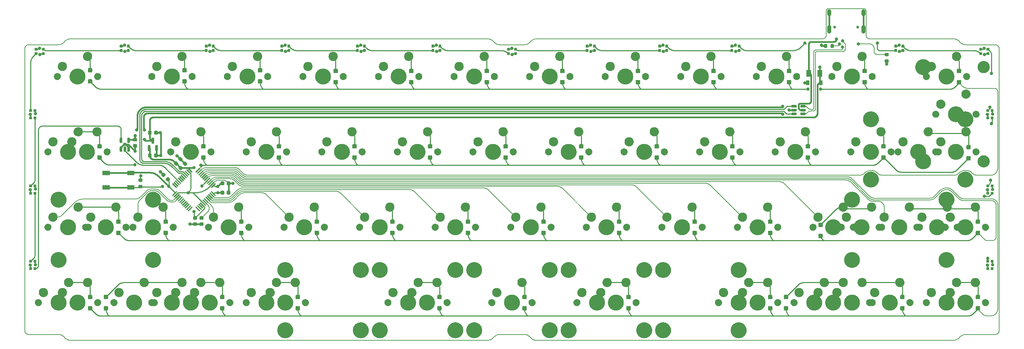
<source format=gbr>
%TF.GenerationSoftware,KiCad,Pcbnew,(7.0.0)*%
%TF.CreationDate,2024-04-22T22:07:44+02:00*%
%TF.ProjectId,forti,666f7274-692e-46b6-9963-61645f706362,rev?*%
%TF.SameCoordinates,Original*%
%TF.FileFunction,Soldermask,Bot*%
%TF.FilePolarity,Negative*%
%FSLAX46Y46*%
G04 Gerber Fmt 4.6, Leading zero omitted, Abs format (unit mm)*
G04 Created by KiCad (PCBNEW (7.0.0)) date 2024-04-22 22:07:44*
%MOMM*%
%LPD*%
G01*
G04 APERTURE LIST*
G04 Aperture macros list*
%AMRoundRect*
0 Rectangle with rounded corners*
0 $1 Rounding radius*
0 $2 $3 $4 $5 $6 $7 $8 $9 X,Y pos of 4 corners*
0 Add a 4 corners polygon primitive as box body*
4,1,4,$2,$3,$4,$5,$6,$7,$8,$9,$2,$3,0*
0 Add four circle primitives for the rounded corners*
1,1,$1+$1,$2,$3*
1,1,$1+$1,$4,$5*
1,1,$1+$1,$6,$7*
1,1,$1+$1,$8,$9*
0 Add four rect primitives between the rounded corners*
20,1,$1+$1,$2,$3,$4,$5,0*
20,1,$1+$1,$4,$5,$6,$7,0*
20,1,$1+$1,$6,$7,$8,$9,0*
20,1,$1+$1,$8,$9,$2,$3,0*%
G04 Aperture macros list end*
%ADD10C,0.000000*%
%ADD11C,0.200000*%
%ADD12C,0.250000*%
%ADD13C,0.381000*%
%ADD14C,1.000000*%
%ADD15C,0.600000*%
%ADD16C,3.987800*%
%ADD17C,3.048000*%
%ADD18C,0.650000*%
%ADD19O,1.000000X2.100000*%
%ADD20O,1.000000X1.600000*%
%ADD21C,1.750000*%
%ADD22C,2.300000*%
%ADD23C,4.000000*%
%ADD24RoundRect,0.105000X-0.245000X0.245000X-0.245000X-0.245000X0.245000X-0.245000X0.245000X0.245000X0*%
%ADD25RoundRect,0.250000X0.300000X-0.300000X0.300000X0.300000X-0.300000X0.300000X-0.300000X-0.300000X0*%
%ADD26RoundRect,0.105000X0.245000X0.245000X-0.245000X0.245000X-0.245000X-0.245000X0.245000X-0.245000X0*%
%ADD27RoundRect,0.200000X-0.275000X0.200000X-0.275000X-0.200000X0.275000X-0.200000X0.275000X0.200000X0*%
%ADD28RoundRect,0.200000X0.200000X0.275000X-0.200000X0.275000X-0.200000X-0.275000X0.200000X-0.275000X0*%
%ADD29RoundRect,0.105000X0.245000X-0.245000X0.245000X0.245000X-0.245000X0.245000X-0.245000X-0.245000X0*%
%ADD30RoundRect,0.150000X0.150000X-0.512500X0.150000X0.512500X-0.150000X0.512500X-0.150000X-0.512500X0*%
%ADD31R,1.800000X1.100000*%
%ADD32RoundRect,0.225000X-0.250000X0.225000X-0.250000X-0.225000X0.250000X-0.225000X0.250000X0.225000X0*%
%ADD33RoundRect,0.225000X0.335876X0.017678X0.017678X0.335876X-0.335876X-0.017678X-0.017678X-0.335876X0*%
%ADD34RoundRect,0.225000X0.225000X0.375000X-0.225000X0.375000X-0.225000X-0.375000X0.225000X-0.375000X0*%
%ADD35RoundRect,0.225000X-0.225000X-0.250000X0.225000X-0.250000X0.225000X0.250000X-0.225000X0.250000X0*%
%ADD36RoundRect,0.070000X0.521491X-0.422496X-0.422496X0.521491X-0.521491X0.422496X0.422496X-0.521491X0*%
%ADD37RoundRect,0.070000X0.521491X0.422496X0.422496X0.521491X-0.521491X-0.422496X-0.422496X-0.521491X0*%
%ADD38RoundRect,0.150000X0.150000X-0.587500X0.150000X0.587500X-0.150000X0.587500X-0.150000X-0.587500X0*%
%ADD39RoundRect,0.150000X-0.512500X-0.150000X0.512500X-0.150000X0.512500X0.150000X-0.512500X0.150000X0*%
%ADD40RoundRect,0.225000X0.225000X0.250000X-0.225000X0.250000X-0.225000X-0.250000X0.225000X-0.250000X0*%
%ADD41RoundRect,0.200000X0.275000X-0.200000X0.275000X0.200000X-0.275000X0.200000X-0.275000X-0.200000X0*%
%ADD42RoundRect,0.225000X0.017678X-0.335876X0.335876X-0.017678X-0.017678X0.335876X-0.335876X0.017678X0*%
%ADD43RoundRect,0.225000X0.250000X-0.225000X0.250000X0.225000X-0.250000X0.225000X-0.250000X-0.225000X0*%
%ADD44RoundRect,0.250000X-0.375000X-0.625000X0.375000X-0.625000X0.375000X0.625000X-0.375000X0.625000X0*%
G04 APERTURE END LIST*
D10*
G36*
X62110938Y-73534008D02*
G01*
X62149635Y-73536951D01*
X62187771Y-73541797D01*
X62225295Y-73548498D01*
X62262161Y-73557006D01*
X62298321Y-73567275D01*
X62333727Y-73579255D01*
X62368330Y-73592898D01*
X62402084Y-73608158D01*
X62434940Y-73624986D01*
X62466850Y-73643334D01*
X62497767Y-73663154D01*
X62527643Y-73684399D01*
X62556429Y-73707021D01*
X62584078Y-73730971D01*
X62610541Y-73756202D01*
X62635772Y-73782665D01*
X62659722Y-73810314D01*
X62682344Y-73839100D01*
X62703589Y-73868976D01*
X62723409Y-73899892D01*
X62741757Y-73931803D01*
X62758585Y-73964659D01*
X62773845Y-73998413D01*
X62787488Y-74033016D01*
X62799468Y-74068422D01*
X62809737Y-74104582D01*
X62818245Y-74141448D01*
X62824946Y-74178972D01*
X62829792Y-74217107D01*
X62832735Y-74255805D01*
X62833726Y-74295018D01*
X62832735Y-74334230D01*
X62829792Y-74372928D01*
X62824946Y-74411063D01*
X62818245Y-74448587D01*
X62809737Y-74485453D01*
X62799468Y-74521613D01*
X62787488Y-74557019D01*
X62773845Y-74591623D01*
X62758585Y-74625376D01*
X62741757Y-74658232D01*
X62723409Y-74690143D01*
X62703589Y-74721059D01*
X62682344Y-74750935D01*
X62659722Y-74779721D01*
X62635772Y-74807370D01*
X62610541Y-74833834D01*
X62584078Y-74859064D01*
X62556429Y-74883015D01*
X62527643Y-74905636D01*
X62497767Y-74926881D01*
X62466850Y-74946701D01*
X62434940Y-74965049D01*
X62402084Y-74981877D01*
X62368330Y-74997137D01*
X62333727Y-75010781D01*
X62298321Y-75022761D01*
X62262161Y-75033029D01*
X62225295Y-75041537D01*
X62187771Y-75048239D01*
X62149635Y-75053084D01*
X62110938Y-75056027D01*
X62071725Y-75057019D01*
X62032513Y-75056027D01*
X61993815Y-75053084D01*
X61955680Y-75048239D01*
X61918156Y-75041537D01*
X61881290Y-75033029D01*
X61845130Y-75022761D01*
X61809724Y-75010781D01*
X61775120Y-74997137D01*
X61741367Y-74981877D01*
X61708511Y-74965049D01*
X61676600Y-74946701D01*
X61645683Y-74926881D01*
X61615808Y-74905636D01*
X61587022Y-74883015D01*
X61559373Y-74859064D01*
X61532909Y-74833834D01*
X61507679Y-74807370D01*
X61483728Y-74779721D01*
X61461107Y-74750935D01*
X61439862Y-74721059D01*
X61420042Y-74690143D01*
X61401694Y-74658232D01*
X61384866Y-74625376D01*
X61369606Y-74591623D01*
X61355962Y-74557019D01*
X61343982Y-74521613D01*
X61333714Y-74485453D01*
X61325205Y-74448587D01*
X61318504Y-74411063D01*
X61313658Y-74372928D01*
X61310716Y-74334230D01*
X61309724Y-74295018D01*
X61310716Y-74255805D01*
X61313658Y-74217107D01*
X61318504Y-74178972D01*
X61325205Y-74141448D01*
X61333714Y-74104582D01*
X61343982Y-74068422D01*
X61355962Y-74033016D01*
X61369606Y-73998413D01*
X61384866Y-73964659D01*
X61401694Y-73931803D01*
X61420042Y-73899892D01*
X61439862Y-73868976D01*
X61461107Y-73839100D01*
X61483728Y-73810314D01*
X61507679Y-73782665D01*
X61532909Y-73756202D01*
X61559373Y-73730971D01*
X61587022Y-73707021D01*
X61615808Y-73684399D01*
X61645683Y-73663154D01*
X61676600Y-73643334D01*
X61708511Y-73624986D01*
X61741367Y-73608158D01*
X61775120Y-73592898D01*
X61809724Y-73579255D01*
X61845130Y-73567275D01*
X61881290Y-73557006D01*
X61918156Y-73548498D01*
X61955680Y-73541797D01*
X61993815Y-73536951D01*
X62032513Y-73534008D01*
X62071725Y-73533017D01*
X62110938Y-73534008D01*
G37*
D11*
X226351436Y-49819834D02*
X226368753Y-49801671D01*
X239262929Y-24625119D02*
X239262315Y-24600325D01*
X78827115Y-72650924D02*
X78921283Y-72624796D01*
D12*
X111854727Y-33365978D02*
X111884626Y-33337520D01*
D10*
G36*
X97359157Y-40401158D02*
G01*
X97403593Y-40404537D01*
X97447383Y-40410101D01*
X97490472Y-40417796D01*
X97532805Y-40427566D01*
X97574327Y-40439357D01*
X97614983Y-40453114D01*
X97654718Y-40468781D01*
X97693478Y-40486303D01*
X97731206Y-40505627D01*
X97767848Y-40526696D01*
X97803350Y-40549455D01*
X97837655Y-40573850D01*
X97870710Y-40599826D01*
X97902459Y-40627328D01*
X97932848Y-40656300D01*
X97961820Y-40686689D01*
X97989322Y-40718438D01*
X98015298Y-40751492D01*
X98039693Y-40785798D01*
X98062453Y-40821299D01*
X98083522Y-40857942D01*
X98102845Y-40895670D01*
X98120368Y-40934429D01*
X98136035Y-40974164D01*
X98149792Y-41014821D01*
X98161583Y-41056343D01*
X98171353Y-41098676D01*
X98179048Y-41141765D01*
X98184613Y-41185555D01*
X98187992Y-41229992D01*
X98189130Y-41275019D01*
X98187992Y-41320046D01*
X98184613Y-41364483D01*
X98179048Y-41408273D01*
X98171353Y-41451362D01*
X98161583Y-41493695D01*
X98149792Y-41535217D01*
X98136035Y-41575874D01*
X98120368Y-41615609D01*
X98102845Y-41654368D01*
X98083522Y-41692096D01*
X98062453Y-41728739D01*
X98039693Y-41764240D01*
X98015298Y-41798546D01*
X97989322Y-41831600D01*
X97961820Y-41863349D01*
X97932848Y-41893738D01*
X97902459Y-41922710D01*
X97870710Y-41950212D01*
X97837655Y-41976188D01*
X97803350Y-42000583D01*
X97767848Y-42023342D01*
X97731206Y-42044411D01*
X97693478Y-42063735D01*
X97654718Y-42081257D01*
X97614983Y-42096924D01*
X97574327Y-42110681D01*
X97532805Y-42122472D01*
X97490472Y-42132242D01*
X97447383Y-42139937D01*
X97403593Y-42145502D01*
X97359157Y-42148880D01*
X97314130Y-42150019D01*
X97269103Y-42148880D01*
X97224667Y-42145502D01*
X97180877Y-42139937D01*
X97137788Y-42132242D01*
X97095455Y-42122472D01*
X97053933Y-42110681D01*
X97013277Y-42096924D01*
X96973542Y-42081257D01*
X96934783Y-42063735D01*
X96897055Y-42044411D01*
X96860412Y-42023342D01*
X96824911Y-42000583D01*
X96790605Y-41976188D01*
X96757550Y-41950212D01*
X96725801Y-41922710D01*
X96695413Y-41893738D01*
X96666441Y-41863349D01*
X96638939Y-41831600D01*
X96612963Y-41798546D01*
X96588567Y-41764240D01*
X96565808Y-41728739D01*
X96544739Y-41692096D01*
X96525415Y-41654368D01*
X96507893Y-41615609D01*
X96492225Y-41575874D01*
X96478469Y-41535217D01*
X96466678Y-41493695D01*
X96456907Y-41451362D01*
X96449212Y-41408273D01*
X96443648Y-41364483D01*
X96440269Y-41320046D01*
X96439130Y-41275019D01*
X96440269Y-41229992D01*
X96443648Y-41185555D01*
X96449212Y-41141765D01*
X96456907Y-41098676D01*
X96466678Y-41056343D01*
X96478469Y-41014821D01*
X96492225Y-40974164D01*
X96507893Y-40934429D01*
X96525415Y-40895670D01*
X96544739Y-40857942D01*
X96565808Y-40821299D01*
X96588567Y-40785798D01*
X96612963Y-40751492D01*
X96638939Y-40718438D01*
X96666441Y-40686689D01*
X96695413Y-40656300D01*
X96725801Y-40627328D01*
X96757550Y-40599826D01*
X96790605Y-40573850D01*
X96824911Y-40549455D01*
X96860412Y-40526696D01*
X96897055Y-40505627D01*
X96934783Y-40486303D01*
X96973542Y-40468781D01*
X97013277Y-40453114D01*
X97053933Y-40439357D01*
X97095455Y-40427566D01*
X97137788Y-40417796D01*
X97180877Y-40410101D01*
X97224667Y-40404537D01*
X97269103Y-40401158D01*
X97314130Y-40400019D01*
X97359157Y-40401158D01*
G37*
D11*
X57899394Y-70207436D02*
X57827528Y-70275818D01*
X27214558Y-34031312D02*
X27205762Y-34080550D01*
D12*
X224692051Y-62540590D02*
X224718183Y-62634766D01*
D10*
G36*
X208180812Y-94736513D02*
G01*
X208239215Y-94740954D01*
X208296768Y-94748267D01*
X208353399Y-94758380D01*
X208409037Y-94771222D01*
X208463609Y-94786718D01*
X208517043Y-94804798D01*
X208569266Y-94825390D01*
X208620206Y-94848420D01*
X208669792Y-94873816D01*
X208717950Y-94901507D01*
X208764609Y-94931419D01*
X208809696Y-94963482D01*
X208853139Y-94997622D01*
X208894866Y-95033767D01*
X208934804Y-95071845D01*
X208972882Y-95111784D01*
X209009027Y-95153512D01*
X209043166Y-95196955D01*
X209075228Y-95242043D01*
X209105140Y-95288702D01*
X209132830Y-95336861D01*
X209158226Y-95386446D01*
X209181256Y-95437387D01*
X209201846Y-95489610D01*
X209219926Y-95543044D01*
X209235423Y-95597616D01*
X209248263Y-95653253D01*
X209258377Y-95709885D01*
X209265690Y-95767437D01*
X209270131Y-95825839D01*
X209271627Y-95885018D01*
X209270131Y-95944196D01*
X209265690Y-96002598D01*
X209258377Y-96060151D01*
X209248263Y-96116782D01*
X209235423Y-96172420D01*
X209219926Y-96226991D01*
X209201846Y-96280425D01*
X209181256Y-96332648D01*
X209158226Y-96383589D01*
X209132830Y-96433175D01*
X209105140Y-96481334D01*
X209075228Y-96527993D01*
X209043166Y-96573080D01*
X209009027Y-96616524D01*
X208972882Y-96658251D01*
X208934804Y-96698190D01*
X208894866Y-96736268D01*
X208853139Y-96772413D01*
X208809696Y-96806553D01*
X208764609Y-96838616D01*
X208717950Y-96868529D01*
X208669792Y-96896219D01*
X208620206Y-96921616D01*
X208569266Y-96944646D01*
X208517043Y-96965237D01*
X208463609Y-96983317D01*
X208409037Y-96998814D01*
X208353399Y-97011655D01*
X208296768Y-97021769D01*
X208239215Y-97029082D01*
X208180812Y-97033523D01*
X208121633Y-97035019D01*
X208062454Y-97033523D01*
X208004052Y-97029082D01*
X207946499Y-97021769D01*
X207889867Y-97011655D01*
X207834229Y-96998814D01*
X207779657Y-96983317D01*
X207726223Y-96965237D01*
X207674000Y-96944646D01*
X207623060Y-96921616D01*
X207573474Y-96896219D01*
X207525316Y-96868529D01*
X207478657Y-96838616D01*
X207433570Y-96806553D01*
X207390127Y-96772413D01*
X207348400Y-96736268D01*
X207308462Y-96698190D01*
X207270384Y-96658251D01*
X207234239Y-96616524D01*
X207200100Y-96573080D01*
X207168038Y-96527993D01*
X207138126Y-96481334D01*
X207110436Y-96433175D01*
X207085040Y-96383589D01*
X207062010Y-96332648D01*
X207041420Y-96280425D01*
X207023340Y-96226991D01*
X207007844Y-96172420D01*
X206995003Y-96116782D01*
X206984889Y-96060151D01*
X206977576Y-96002598D01*
X206973136Y-95944196D01*
X206971639Y-95885018D01*
X206973136Y-95825839D01*
X206977576Y-95767437D01*
X206984889Y-95709885D01*
X206995003Y-95653253D01*
X207007844Y-95597616D01*
X207023340Y-95543044D01*
X207041420Y-95489610D01*
X207062010Y-95437387D01*
X207085040Y-95386446D01*
X207110436Y-95336861D01*
X207138126Y-95288702D01*
X207168038Y-95242043D01*
X207200100Y-95196955D01*
X207234239Y-95153512D01*
X207270384Y-95111784D01*
X207308462Y-95071845D01*
X207348400Y-95033767D01*
X207390127Y-94997622D01*
X207433570Y-94963482D01*
X207478657Y-94931419D01*
X207525316Y-94901507D01*
X207573474Y-94873816D01*
X207623060Y-94848420D01*
X207674000Y-94825390D01*
X207726223Y-94804798D01*
X207779657Y-94786718D01*
X207834229Y-94771222D01*
X207889867Y-94758380D01*
X207946499Y-94748267D01*
X208004052Y-94740954D01*
X208062454Y-94736513D01*
X208121633Y-94735016D01*
X208180812Y-94736513D01*
G37*
D11*
X86991997Y-70645998D02*
X86893499Y-70638674D01*
X258493088Y-70172497D02*
X258416145Y-70226587D01*
X240184743Y-65019807D02*
X240087077Y-65031940D01*
D12*
X206503286Y-34844659D02*
X206470979Y-34869829D01*
X247846123Y-34799410D02*
X247811686Y-34821177D01*
X72471479Y-74568777D02*
X72474241Y-74552933D01*
D13*
X218176243Y-49001612D02*
X218185013Y-48995448D01*
X218256898Y-48903438D02*
X218260737Y-48893494D01*
D11*
X80331490Y-65246061D02*
X80240471Y-65210933D01*
X55782016Y-73288328D02*
X55760489Y-73383824D01*
D13*
X59485072Y-65655866D02*
X59338712Y-65622863D01*
D10*
G36*
X270906210Y-40081841D02*
G01*
X270926523Y-40083385D01*
X270946542Y-40085929D01*
X270966240Y-40089447D01*
X270985592Y-40093913D01*
X271004574Y-40099303D01*
X271023159Y-40105592D01*
X271041324Y-40112754D01*
X271059042Y-40120764D01*
X271076289Y-40129598D01*
X271093040Y-40139229D01*
X271109268Y-40149633D01*
X271124951Y-40160786D01*
X271140061Y-40172660D01*
X271154575Y-40185232D01*
X271168466Y-40198477D01*
X271181710Y-40212369D01*
X271194282Y-40226882D01*
X271206156Y-40241993D01*
X271217308Y-40257676D01*
X271227712Y-40273905D01*
X271237343Y-40290656D01*
X271246177Y-40307903D01*
X271254187Y-40325621D01*
X271261348Y-40343786D01*
X271267637Y-40362372D01*
X271273027Y-40381353D01*
X271277493Y-40400706D01*
X271281011Y-40420403D01*
X271283554Y-40440422D01*
X271285099Y-40460736D01*
X271285619Y-40481320D01*
X271285099Y-40501904D01*
X271283554Y-40522218D01*
X271281011Y-40542236D01*
X271277493Y-40561934D01*
X271273027Y-40581286D01*
X271267637Y-40600268D01*
X271261348Y-40618854D01*
X271254187Y-40637018D01*
X271246177Y-40654737D01*
X271237343Y-40671984D01*
X271227712Y-40688735D01*
X271217308Y-40704964D01*
X271206156Y-40720646D01*
X271194282Y-40735757D01*
X271181710Y-40750271D01*
X271168466Y-40764163D01*
X271154575Y-40777407D01*
X271140061Y-40789979D01*
X271124951Y-40801854D01*
X271109268Y-40813006D01*
X271093040Y-40823410D01*
X271076289Y-40833042D01*
X271059042Y-40841875D01*
X271041324Y-40849886D01*
X271023159Y-40857048D01*
X271004574Y-40863336D01*
X270985592Y-40868726D01*
X270966240Y-40873193D01*
X270946542Y-40876711D01*
X270926523Y-40879254D01*
X270906210Y-40880799D01*
X270885625Y-40881319D01*
X270865041Y-40880799D01*
X270844727Y-40879254D01*
X270824709Y-40876711D01*
X270805011Y-40873193D01*
X270785659Y-40868726D01*
X270766677Y-40863336D01*
X270748092Y-40857048D01*
X270729927Y-40849886D01*
X270712209Y-40841875D01*
X270694962Y-40833042D01*
X270678211Y-40823410D01*
X270661982Y-40813006D01*
X270646300Y-40801854D01*
X270631190Y-40789979D01*
X270616676Y-40777407D01*
X270602785Y-40764163D01*
X270589540Y-40750271D01*
X270576969Y-40735757D01*
X270565094Y-40720646D01*
X270553943Y-40704964D01*
X270543538Y-40688735D01*
X270533907Y-40671984D01*
X270525074Y-40654737D01*
X270517064Y-40637018D01*
X270509902Y-40618854D01*
X270503614Y-40600268D01*
X270498224Y-40581286D01*
X270493758Y-40561934D01*
X270490240Y-40542236D01*
X270487697Y-40522218D01*
X270486152Y-40501904D01*
X270485631Y-40481320D01*
X270486152Y-40460736D01*
X270487697Y-40440422D01*
X270490240Y-40420403D01*
X270493758Y-40400706D01*
X270498224Y-40381353D01*
X270503614Y-40362372D01*
X270509902Y-40343786D01*
X270517064Y-40325621D01*
X270525074Y-40307903D01*
X270533907Y-40290656D01*
X270543538Y-40273905D01*
X270553943Y-40257676D01*
X270565094Y-40241993D01*
X270576969Y-40226882D01*
X270589540Y-40212369D01*
X270602785Y-40198477D01*
X270616676Y-40185232D01*
X270631190Y-40172660D01*
X270646300Y-40160786D01*
X270661982Y-40149633D01*
X270678211Y-40139229D01*
X270694962Y-40129598D01*
X270712209Y-40120764D01*
X270729927Y-40112754D01*
X270748092Y-40105592D01*
X270766677Y-40099303D01*
X270785659Y-40093913D01*
X270805011Y-40089447D01*
X270824709Y-40085929D01*
X270844727Y-40083385D01*
X270865041Y-40081841D01*
X270885625Y-40081320D01*
X270906210Y-40081841D01*
G37*
D12*
X215193181Y-81684755D02*
X215223844Y-81777436D01*
D13*
X222519747Y-48126247D02*
X222501535Y-48133427D01*
D12*
X65906629Y-65635740D02*
X65943124Y-65654087D01*
D13*
X218269296Y-48862648D02*
X218271139Y-48852087D01*
D11*
X58051867Y-70082499D02*
X57974229Y-70142974D01*
X27272831Y-33843629D02*
X27254926Y-33889034D01*
D12*
X52521200Y-60074581D02*
X52543512Y-60114033D01*
X30559551Y-89252438D02*
X30572562Y-89213102D01*
X119973834Y-81777440D02*
X120008960Y-81868463D01*
D10*
G36*
X158352331Y-80244118D02*
G01*
X158433431Y-80298317D01*
X158487630Y-80379418D01*
X158506734Y-80475018D01*
X158506734Y-81075020D01*
X158487630Y-81170719D01*
X158433431Y-81251820D01*
X158352331Y-81306019D01*
X158256734Y-81325020D01*
X157656621Y-81325020D01*
X157561025Y-81306019D01*
X157479925Y-81251820D01*
X157425725Y-81170719D01*
X157406621Y-81075020D01*
X157406621Y-80475018D01*
X157425725Y-80379418D01*
X157479925Y-80298317D01*
X157561025Y-80244118D01*
X157656621Y-80225018D01*
X158256734Y-80225018D01*
X158352331Y-80244118D01*
G37*
D12*
X242317009Y-34573449D02*
X242339086Y-34588963D01*
D10*
G36*
X109735941Y-54484009D02*
G01*
X109774639Y-54486951D01*
X109812773Y-54491797D01*
X109850298Y-54498498D01*
X109887164Y-54507007D01*
X109923323Y-54517275D01*
X109958729Y-54529255D01*
X109993333Y-54542899D01*
X110027086Y-54558159D01*
X110059942Y-54574987D01*
X110091853Y-54593335D01*
X110122769Y-54613155D01*
X110152645Y-54634400D01*
X110181431Y-54657021D01*
X110209080Y-54680971D01*
X110235544Y-54706202D01*
X110260775Y-54732666D01*
X110284725Y-54760315D01*
X110307346Y-54789101D01*
X110328591Y-54818976D01*
X110348412Y-54849893D01*
X110366760Y-54881804D01*
X110383588Y-54914660D01*
X110398848Y-54948413D01*
X110412492Y-54983017D01*
X110424472Y-55018423D01*
X110434740Y-55054583D01*
X110443249Y-55091449D01*
X110449950Y-55128973D01*
X110454796Y-55167108D01*
X110457739Y-55205806D01*
X110458730Y-55245018D01*
X110457739Y-55284231D01*
X110454796Y-55322928D01*
X110449950Y-55361064D01*
X110443249Y-55398588D01*
X110434740Y-55435454D01*
X110424472Y-55471614D01*
X110412492Y-55507020D01*
X110398848Y-55541623D01*
X110383588Y-55575377D01*
X110366760Y-55608233D01*
X110348412Y-55640143D01*
X110328591Y-55671060D01*
X110307346Y-55700936D01*
X110284725Y-55729722D01*
X110260775Y-55757370D01*
X110235544Y-55783834D01*
X110209080Y-55809065D01*
X110181431Y-55833015D01*
X110152645Y-55855637D01*
X110122769Y-55876881D01*
X110091853Y-55896702D01*
X110059942Y-55915050D01*
X110027086Y-55931878D01*
X109993333Y-55947138D01*
X109958729Y-55960781D01*
X109923323Y-55972761D01*
X109887164Y-55983030D01*
X109850298Y-55991538D01*
X109812773Y-55998239D01*
X109774639Y-56003085D01*
X109735941Y-56006028D01*
X109696729Y-56007019D01*
X109657517Y-56006028D01*
X109618820Y-56003085D01*
X109580685Y-55998239D01*
X109543161Y-55991538D01*
X109506295Y-55983030D01*
X109470135Y-55972761D01*
X109434729Y-55960781D01*
X109400126Y-55947138D01*
X109366372Y-55931878D01*
X109333516Y-55915050D01*
X109301606Y-55896702D01*
X109270689Y-55876881D01*
X109240814Y-55855637D01*
X109212027Y-55833015D01*
X109184379Y-55809065D01*
X109157915Y-55783834D01*
X109132684Y-55757370D01*
X109108733Y-55729722D01*
X109086112Y-55700936D01*
X109064867Y-55671060D01*
X109045047Y-55640143D01*
X109026698Y-55608233D01*
X109009870Y-55575377D01*
X108994611Y-55541623D01*
X108980967Y-55507020D01*
X108968987Y-55471614D01*
X108958718Y-55435454D01*
X108950209Y-55398588D01*
X108943508Y-55361064D01*
X108938662Y-55322928D01*
X108935720Y-55284231D01*
X108934728Y-55245018D01*
X108935720Y-55205806D01*
X108938662Y-55167108D01*
X108943508Y-55128973D01*
X108950209Y-55091449D01*
X108958718Y-55054583D01*
X108968987Y-55018423D01*
X108980967Y-54983017D01*
X108994611Y-54948413D01*
X109009870Y-54914660D01*
X109026698Y-54881804D01*
X109045047Y-54849893D01*
X109064867Y-54818976D01*
X109086112Y-54789101D01*
X109108733Y-54760315D01*
X109132684Y-54732666D01*
X109157915Y-54706202D01*
X109184379Y-54680971D01*
X109212027Y-54657021D01*
X109240814Y-54634400D01*
X109270689Y-54613155D01*
X109301606Y-54593335D01*
X109333516Y-54574987D01*
X109366372Y-54558159D01*
X109400126Y-54542899D01*
X109434729Y-54529255D01*
X109470135Y-54517275D01*
X109506295Y-54507007D01*
X109543161Y-54498498D01*
X109580685Y-54491797D01*
X109618820Y-54486951D01*
X109657517Y-54484009D01*
X109696729Y-54483017D01*
X109735941Y-54484009D01*
G37*
D11*
X82999628Y-67436119D02*
X234156621Y-67436119D01*
D10*
G36*
X150005209Y-33731840D02*
G01*
X150025523Y-33733385D01*
X150045541Y-33735929D01*
X150065239Y-33739446D01*
X150084592Y-33743913D01*
X150103573Y-33749303D01*
X150122159Y-33755592D01*
X150140324Y-33762754D01*
X150158042Y-33770764D01*
X150175290Y-33779598D01*
X150192041Y-33789229D01*
X150208270Y-33799633D01*
X150223953Y-33810785D01*
X150239063Y-33822660D01*
X150253577Y-33835232D01*
X150267469Y-33848477D01*
X150280713Y-33862369D01*
X150293286Y-33876882D01*
X150305160Y-33891993D01*
X150316312Y-33907676D01*
X150326717Y-33923905D01*
X150336348Y-33940656D01*
X150345182Y-33957903D01*
X150353192Y-33975621D01*
X150360354Y-33993786D01*
X150366643Y-34012372D01*
X150372033Y-34031353D01*
X150376499Y-34050705D01*
X150380017Y-34070403D01*
X150382561Y-34090422D01*
X150384105Y-34110735D01*
X150384626Y-34131319D01*
X150384105Y-34151903D01*
X150382561Y-34172217D01*
X150380017Y-34192235D01*
X150376499Y-34211933D01*
X150372033Y-34231286D01*
X150366643Y-34250267D01*
X150360354Y-34268853D01*
X150353192Y-34287017D01*
X150345182Y-34304736D01*
X150336348Y-34321983D01*
X150326717Y-34338734D01*
X150316312Y-34354963D01*
X150305160Y-34370646D01*
X150293286Y-34385756D01*
X150280713Y-34400270D01*
X150267469Y-34414162D01*
X150253577Y-34427406D01*
X150239063Y-34439979D01*
X150223953Y-34451853D01*
X150208270Y-34463005D01*
X150192041Y-34473410D01*
X150175290Y-34483041D01*
X150158042Y-34491875D01*
X150140324Y-34499885D01*
X150122159Y-34507047D01*
X150103573Y-34513336D01*
X150084592Y-34518726D01*
X150065239Y-34523192D01*
X150045541Y-34526710D01*
X150025523Y-34529254D01*
X150005209Y-34530799D01*
X149984624Y-34531319D01*
X149964040Y-34530799D01*
X149943726Y-34529254D01*
X149923708Y-34526710D01*
X149904010Y-34523192D01*
X149884657Y-34518726D01*
X149865675Y-34513336D01*
X149847090Y-34507047D01*
X149828925Y-34499885D01*
X149811206Y-34491875D01*
X149793959Y-34483041D01*
X149777208Y-34473410D01*
X149760979Y-34463005D01*
X149745296Y-34451853D01*
X149730185Y-34439979D01*
X149715672Y-34427406D01*
X149701780Y-34414162D01*
X149688535Y-34400270D01*
X149675963Y-34385756D01*
X149664088Y-34370646D01*
X149652936Y-34354963D01*
X149642532Y-34338734D01*
X149632900Y-34321983D01*
X149624067Y-34304736D01*
X149616057Y-34287017D01*
X149608895Y-34268853D01*
X149602606Y-34250267D01*
X149597216Y-34231286D01*
X149592749Y-34211933D01*
X149589232Y-34192235D01*
X149586688Y-34172217D01*
X149585143Y-34151903D01*
X149584623Y-34131319D01*
X149585143Y-34110735D01*
X149586688Y-34090422D01*
X149589232Y-34070403D01*
X149592749Y-34050705D01*
X149597216Y-34031353D01*
X149602606Y-34012372D01*
X149608895Y-33993786D01*
X149616057Y-33975621D01*
X149624067Y-33957903D01*
X149632900Y-33940656D01*
X149642532Y-33923905D01*
X149652936Y-33907676D01*
X149664088Y-33891993D01*
X149675963Y-33876882D01*
X149688535Y-33862369D01*
X149701780Y-33848477D01*
X149715672Y-33835232D01*
X149730185Y-33822660D01*
X149745296Y-33810785D01*
X149760979Y-33799633D01*
X149777208Y-33789229D01*
X149793959Y-33779598D01*
X149811206Y-33770764D01*
X149828925Y-33762754D01*
X149847090Y-33755592D01*
X149865675Y-33749303D01*
X149884657Y-33743913D01*
X149904010Y-33739446D01*
X149923708Y-33735929D01*
X149943726Y-33733385D01*
X149964040Y-33731840D01*
X149984624Y-33731320D01*
X150005209Y-33731840D01*
G37*
D11*
X27365025Y-33673789D02*
X27339016Y-33714356D01*
D12*
X254952932Y-55245018D02*
X255372930Y-55665020D01*
D11*
X79270642Y-72959090D02*
X79359847Y-72919567D01*
D13*
X58715429Y-56707520D02*
X58716437Y-56747401D01*
D11*
X36488926Y-76382162D02*
X36563761Y-76317700D01*
D12*
X267472214Y-94513137D02*
X267455349Y-94416464D01*
X267287513Y-34887581D02*
X267164179Y-34839987D01*
X86911573Y-44017766D02*
X86972053Y-44095403D01*
X261527841Y-65282384D02*
X261617046Y-65242860D01*
D11*
X60032358Y-70112025D02*
X59934697Y-70099898D01*
X74318702Y-73978632D02*
X74254234Y-73903802D01*
D12*
X267484345Y-94610812D02*
X267472214Y-94513137D01*
D11*
X223724828Y-50692318D02*
X223777844Y-50691000D01*
D10*
G36*
X140856655Y-78501257D02*
G01*
X140901091Y-78504636D01*
X140944881Y-78510201D01*
X140987970Y-78517895D01*
X141030303Y-78527666D01*
X141071825Y-78539457D01*
X141112481Y-78553213D01*
X141152216Y-78568880D01*
X141190975Y-78586403D01*
X141228703Y-78605726D01*
X141265346Y-78626795D01*
X141300847Y-78649555D01*
X141335153Y-78673950D01*
X141368208Y-78699926D01*
X141399957Y-78727428D01*
X141430345Y-78756400D01*
X141459318Y-78786788D01*
X141486819Y-78818537D01*
X141512795Y-78851592D01*
X141537191Y-78885898D01*
X141559950Y-78921399D01*
X141581019Y-78958041D01*
X141600343Y-78995770D01*
X141617866Y-79034529D01*
X141633533Y-79074264D01*
X141647289Y-79114920D01*
X141659080Y-79156442D01*
X141668851Y-79198775D01*
X141676546Y-79241865D01*
X141682110Y-79285655D01*
X141685489Y-79330091D01*
X141686628Y-79375119D01*
X141685489Y-79420146D01*
X141682110Y-79464582D01*
X141676546Y-79508373D01*
X141668851Y-79551462D01*
X141659080Y-79593795D01*
X141647289Y-79635317D01*
X141633533Y-79675973D01*
X141617866Y-79715708D01*
X141600343Y-79754467D01*
X141581019Y-79792196D01*
X141559950Y-79828838D01*
X141537191Y-79864340D01*
X141512795Y-79898645D01*
X141486819Y-79931700D01*
X141459318Y-79963449D01*
X141430345Y-79993837D01*
X141399957Y-80022810D01*
X141368208Y-80050311D01*
X141335153Y-80076287D01*
X141300847Y-80100682D01*
X141265346Y-80123442D01*
X141228703Y-80144511D01*
X141190975Y-80163834D01*
X141152216Y-80181357D01*
X141112481Y-80197024D01*
X141071825Y-80210780D01*
X141030303Y-80222571D01*
X140987970Y-80232342D01*
X140944881Y-80240037D01*
X140901091Y-80245601D01*
X140856655Y-80248980D01*
X140811628Y-80250119D01*
X140766601Y-80248980D01*
X140722165Y-80245601D01*
X140678375Y-80240037D01*
X140635286Y-80232342D01*
X140592953Y-80222571D01*
X140551431Y-80210780D01*
X140510775Y-80197024D01*
X140471040Y-80181357D01*
X140432281Y-80163834D01*
X140394552Y-80144511D01*
X140357910Y-80123442D01*
X140322408Y-80100682D01*
X140288103Y-80076287D01*
X140255048Y-80050311D01*
X140223299Y-80022810D01*
X140192911Y-79993837D01*
X140163938Y-79963449D01*
X140136436Y-79931700D01*
X140110460Y-79898645D01*
X140086065Y-79864340D01*
X140063305Y-79828838D01*
X140042236Y-79792196D01*
X140022913Y-79754467D01*
X140005390Y-79715708D01*
X139989723Y-79675973D01*
X139975966Y-79635317D01*
X139964175Y-79593795D01*
X139954405Y-79551462D01*
X139946710Y-79508373D01*
X139941145Y-79464582D01*
X139937766Y-79420146D01*
X139936628Y-79375119D01*
X139937766Y-79330091D01*
X139941145Y-79285655D01*
X139946710Y-79241865D01*
X139954405Y-79198775D01*
X139964175Y-79156442D01*
X139975966Y-79114920D01*
X139989723Y-79074264D01*
X140005390Y-79034529D01*
X140022913Y-78995770D01*
X140042236Y-78958041D01*
X140063305Y-78921399D01*
X140086065Y-78885898D01*
X140110460Y-78851592D01*
X140136436Y-78818537D01*
X140163938Y-78786788D01*
X140192911Y-78756400D01*
X140223299Y-78727428D01*
X140255048Y-78699926D01*
X140288103Y-78673950D01*
X140322408Y-78649555D01*
X140357910Y-78626795D01*
X140394552Y-78605726D01*
X140432281Y-78586403D01*
X140471040Y-78568880D01*
X140510775Y-78553213D01*
X140551431Y-78539457D01*
X140592953Y-78527666D01*
X140635286Y-78517895D01*
X140678375Y-78510201D01*
X140722165Y-78504636D01*
X140766601Y-78501257D01*
X140811628Y-78500119D01*
X140856655Y-78501257D01*
G37*
D13*
X55466193Y-54756892D02*
X55473182Y-54753795D01*
D12*
X271042452Y-52904851D02*
X271048873Y-52876361D01*
X149638235Y-34339052D02*
X149676794Y-34326295D01*
D10*
G36*
X252140461Y-78501257D02*
G01*
X252184897Y-78504636D01*
X252228687Y-78510201D01*
X252271776Y-78517895D01*
X252314109Y-78527666D01*
X252355631Y-78539457D01*
X252396287Y-78553213D01*
X252436022Y-78568880D01*
X252474781Y-78586403D01*
X252512509Y-78605726D01*
X252549152Y-78626795D01*
X252584653Y-78649555D01*
X252618959Y-78673950D01*
X252652014Y-78699926D01*
X252683763Y-78727428D01*
X252714151Y-78756400D01*
X252743123Y-78786788D01*
X252770625Y-78818537D01*
X252796601Y-78851592D01*
X252820997Y-78885898D01*
X252843756Y-78921399D01*
X252864825Y-78958041D01*
X252884149Y-78995770D01*
X252901671Y-79034529D01*
X252917339Y-79074264D01*
X252931095Y-79114920D01*
X252942886Y-79156442D01*
X252952657Y-79198775D01*
X252960352Y-79241865D01*
X252965916Y-79285655D01*
X252969295Y-79330091D01*
X252970434Y-79375119D01*
X252969295Y-79420146D01*
X252965916Y-79464582D01*
X252960352Y-79508373D01*
X252952657Y-79551462D01*
X252942886Y-79593795D01*
X252931095Y-79635317D01*
X252917339Y-79675973D01*
X252901671Y-79715708D01*
X252884149Y-79754467D01*
X252864825Y-79792196D01*
X252843756Y-79828838D01*
X252820997Y-79864340D01*
X252796601Y-79898645D01*
X252770625Y-79931700D01*
X252743123Y-79963449D01*
X252714151Y-79993837D01*
X252683763Y-80022810D01*
X252652014Y-80050311D01*
X252618959Y-80076287D01*
X252584653Y-80100682D01*
X252549152Y-80123442D01*
X252512509Y-80144511D01*
X252474781Y-80163834D01*
X252436022Y-80181357D01*
X252396287Y-80197024D01*
X252355631Y-80210780D01*
X252314109Y-80222571D01*
X252271776Y-80232342D01*
X252228687Y-80240037D01*
X252184897Y-80245601D01*
X252140461Y-80248980D01*
X252095434Y-80250119D01*
X252050407Y-80248980D01*
X252005971Y-80245601D01*
X251962181Y-80240037D01*
X251919092Y-80232342D01*
X251876759Y-80222571D01*
X251835237Y-80210780D01*
X251794581Y-80197024D01*
X251754846Y-80181357D01*
X251716086Y-80163834D01*
X251678358Y-80144511D01*
X251641716Y-80123442D01*
X251606214Y-80100682D01*
X251571909Y-80076287D01*
X251538854Y-80050311D01*
X251507105Y-80022810D01*
X251476717Y-79993837D01*
X251447744Y-79963449D01*
X251420242Y-79931700D01*
X251394266Y-79898645D01*
X251369871Y-79864340D01*
X251347111Y-79828838D01*
X251326042Y-79792196D01*
X251306719Y-79754467D01*
X251289196Y-79715708D01*
X251273529Y-79675973D01*
X251259772Y-79635317D01*
X251247981Y-79593795D01*
X251238211Y-79551462D01*
X251230516Y-79508373D01*
X251224951Y-79464582D01*
X251221572Y-79420146D01*
X251220434Y-79375119D01*
X251221572Y-79330091D01*
X251224951Y-79285655D01*
X251230516Y-79241865D01*
X251238211Y-79198775D01*
X251247981Y-79156442D01*
X251259772Y-79114920D01*
X251273529Y-79074264D01*
X251289196Y-79034529D01*
X251306719Y-78995770D01*
X251326042Y-78958041D01*
X251347111Y-78921399D01*
X251369871Y-78885898D01*
X251394266Y-78851592D01*
X251420242Y-78818537D01*
X251447744Y-78786788D01*
X251476717Y-78756400D01*
X251507105Y-78727428D01*
X251538854Y-78699926D01*
X251571909Y-78673950D01*
X251606214Y-78649555D01*
X251641716Y-78626795D01*
X251678358Y-78605726D01*
X251716086Y-78586403D01*
X251754846Y-78568880D01*
X251794581Y-78553213D01*
X251835237Y-78539457D01*
X251876759Y-78527666D01*
X251919092Y-78517895D01*
X251962181Y-78510201D01*
X252005971Y-78504636D01*
X252050407Y-78501257D01*
X252095434Y-78500119D01*
X252140461Y-78501257D01*
G37*
D12*
X54951632Y-63576803D02*
X54954436Y-63574385D01*
D10*
G36*
X189319326Y-33239319D02*
G01*
X189353429Y-33262119D01*
X189376226Y-33296119D01*
X189384222Y-33336319D01*
X189384222Y-33826319D01*
X189376226Y-33866519D01*
X189353429Y-33900519D01*
X189319326Y-33923319D01*
X189279134Y-33931319D01*
X188789220Y-33931319D01*
X188749029Y-33923319D01*
X188714925Y-33900519D01*
X188692129Y-33866519D01*
X188684133Y-33826319D01*
X188684133Y-33336319D01*
X188692129Y-33296119D01*
X188714925Y-33262119D01*
X188749029Y-33239319D01*
X188789220Y-33231319D01*
X189279134Y-33231319D01*
X189319326Y-33239319D01*
G37*
D12*
X219507726Y-48799903D02*
X219474699Y-48805664D01*
D13*
X57158590Y-51430575D02*
X57151769Y-51484221D01*
D11*
X241333376Y-35146784D02*
X241345066Y-35182117D01*
X74630381Y-72697823D02*
X74663830Y-72703654D01*
D10*
G36*
X65305804Y-94736513D02*
G01*
X65364206Y-94740954D01*
X65421759Y-94748267D01*
X65478391Y-94758380D01*
X65534029Y-94771222D01*
X65588601Y-94786718D01*
X65642034Y-94804798D01*
X65694258Y-94825390D01*
X65745199Y-94848420D01*
X65794784Y-94873816D01*
X65842943Y-94901507D01*
X65889602Y-94931419D01*
X65934690Y-94963482D01*
X65978133Y-94997622D01*
X66019860Y-95033767D01*
X66059799Y-95071845D01*
X66097877Y-95111784D01*
X66134022Y-95153512D01*
X66168162Y-95196955D01*
X66200225Y-95242043D01*
X66230137Y-95288702D01*
X66257828Y-95336861D01*
X66283224Y-95386446D01*
X66306254Y-95437387D01*
X66326845Y-95489610D01*
X66344925Y-95543044D01*
X66360422Y-95597616D01*
X66373263Y-95653253D01*
X66383376Y-95709885D01*
X66390690Y-95767437D01*
X66395131Y-95825839D01*
X66396627Y-95885018D01*
X66395131Y-95944196D01*
X66390690Y-96002598D01*
X66383376Y-96060151D01*
X66373263Y-96116782D01*
X66360422Y-96172420D01*
X66344925Y-96226991D01*
X66326845Y-96280425D01*
X66306254Y-96332648D01*
X66283224Y-96383589D01*
X66257828Y-96433175D01*
X66230137Y-96481334D01*
X66200225Y-96527993D01*
X66168162Y-96573080D01*
X66134022Y-96616524D01*
X66097877Y-96658251D01*
X66059799Y-96698190D01*
X66019860Y-96736268D01*
X65978133Y-96772413D01*
X65934690Y-96806553D01*
X65889602Y-96838616D01*
X65842943Y-96868529D01*
X65794784Y-96896219D01*
X65745199Y-96921616D01*
X65694258Y-96944646D01*
X65642034Y-96965237D01*
X65588601Y-96983317D01*
X65534029Y-96998814D01*
X65478391Y-97011655D01*
X65421759Y-97021769D01*
X65364206Y-97029082D01*
X65305804Y-97033523D01*
X65246625Y-97035019D01*
X65187447Y-97033523D01*
X65129044Y-97029082D01*
X65071492Y-97021769D01*
X65014860Y-97011655D01*
X64959222Y-96998814D01*
X64904650Y-96983317D01*
X64851216Y-96965237D01*
X64798993Y-96944646D01*
X64748052Y-96921616D01*
X64698467Y-96896219D01*
X64650308Y-96868529D01*
X64603649Y-96838616D01*
X64558561Y-96806553D01*
X64515118Y-96772413D01*
X64473390Y-96736268D01*
X64433452Y-96698190D01*
X64395374Y-96658251D01*
X64359228Y-96616524D01*
X64325089Y-96573080D01*
X64293026Y-96527993D01*
X64263114Y-96481334D01*
X64235423Y-96433175D01*
X64210027Y-96383589D01*
X64186997Y-96332648D01*
X64166406Y-96280425D01*
X64148326Y-96226991D01*
X64132829Y-96172420D01*
X64119988Y-96116782D01*
X64109875Y-96060151D01*
X64102561Y-96002598D01*
X64098120Y-95944196D01*
X64096624Y-95885018D01*
X64098120Y-95825839D01*
X64102561Y-95767437D01*
X64109875Y-95709885D01*
X64119988Y-95653253D01*
X64132829Y-95597616D01*
X64148326Y-95543044D01*
X64166406Y-95489610D01*
X64186997Y-95437387D01*
X64210027Y-95386446D01*
X64235423Y-95336861D01*
X64263114Y-95288702D01*
X64293026Y-95242043D01*
X64325089Y-95196955D01*
X64359228Y-95153512D01*
X64395374Y-95111784D01*
X64433452Y-95071845D01*
X64473390Y-95033767D01*
X64515118Y-94997622D01*
X64558561Y-94963482D01*
X64603649Y-94931419D01*
X64650308Y-94901507D01*
X64698467Y-94873816D01*
X64748052Y-94848420D01*
X64798993Y-94825390D01*
X64851216Y-94804798D01*
X64904650Y-94786718D01*
X64959222Y-94771222D01*
X65014860Y-94758380D01*
X65071492Y-94748267D01*
X65129044Y-94740954D01*
X65187447Y-94736513D01*
X65246625Y-94735016D01*
X65305804Y-94736513D01*
G37*
D12*
X144462926Y-44450018D02*
X164306631Y-44450018D01*
D11*
X272450163Y-64708804D02*
X272461620Y-64618635D01*
D13*
X228042098Y-33342989D02*
X228042059Y-33343296D01*
D12*
X54945715Y-63581190D02*
X54948723Y-63579072D01*
X55132153Y-34678860D02*
X55231327Y-34681318D01*
X62514867Y-74903874D02*
X62471017Y-74816659D01*
D11*
X226385190Y-49782694D02*
X226400716Y-49762936D01*
D10*
G36*
X256902958Y-49926157D02*
G01*
X256947394Y-49929536D01*
X256991184Y-49935101D01*
X257034273Y-49942796D01*
X257076606Y-49952566D01*
X257118128Y-49964357D01*
X257158784Y-49978113D01*
X257198519Y-49993780D01*
X257237278Y-50011303D01*
X257275006Y-50030626D01*
X257311649Y-50051695D01*
X257347150Y-50074455D01*
X257381456Y-50098850D01*
X257414511Y-50124826D01*
X257446260Y-50152328D01*
X257476648Y-50181300D01*
X257505620Y-50211688D01*
X257533122Y-50243437D01*
X257559098Y-50276492D01*
X257583494Y-50310798D01*
X257606253Y-50346299D01*
X257627322Y-50382941D01*
X257646646Y-50420670D01*
X257664168Y-50459429D01*
X257679836Y-50499164D01*
X257693592Y-50539820D01*
X257705383Y-50581342D01*
X257715154Y-50623675D01*
X257722849Y-50666765D01*
X257728413Y-50710555D01*
X257731792Y-50754991D01*
X257732931Y-50800019D01*
X257731792Y-50845046D01*
X257728413Y-50889482D01*
X257722849Y-50933273D01*
X257715154Y-50976362D01*
X257705383Y-51018695D01*
X257693592Y-51060217D01*
X257679836Y-51100873D01*
X257664168Y-51140608D01*
X257646646Y-51179368D01*
X257627322Y-51217096D01*
X257606253Y-51253738D01*
X257583494Y-51289240D01*
X257559098Y-51323545D01*
X257533122Y-51356600D01*
X257505620Y-51388349D01*
X257476648Y-51418737D01*
X257446260Y-51447710D01*
X257414511Y-51475211D01*
X257381456Y-51501187D01*
X257347150Y-51525583D01*
X257311649Y-51548342D01*
X257275006Y-51569411D01*
X257237278Y-51588734D01*
X257198519Y-51606257D01*
X257158784Y-51621924D01*
X257118128Y-51635680D01*
X257076606Y-51647471D01*
X257034273Y-51657242D01*
X256991184Y-51664937D01*
X256947394Y-51670501D01*
X256902958Y-51673880D01*
X256857931Y-51675019D01*
X256812904Y-51673880D01*
X256768468Y-51670501D01*
X256724678Y-51664937D01*
X256681589Y-51657242D01*
X256639256Y-51647471D01*
X256597734Y-51635680D01*
X256557078Y-51621924D01*
X256517343Y-51606257D01*
X256478583Y-51588734D01*
X256440855Y-51569411D01*
X256404213Y-51548342D01*
X256368711Y-51525583D01*
X256334406Y-51501187D01*
X256301351Y-51475211D01*
X256269602Y-51447710D01*
X256239213Y-51418737D01*
X256210241Y-51388349D01*
X256182739Y-51356600D01*
X256156763Y-51323545D01*
X256132368Y-51289240D01*
X256109608Y-51253738D01*
X256088539Y-51217096D01*
X256069216Y-51179368D01*
X256051693Y-51140608D01*
X256036026Y-51100873D01*
X256022269Y-51060217D01*
X256010478Y-51018695D01*
X256000708Y-50976362D01*
X255993013Y-50933273D01*
X255987448Y-50889482D01*
X255984069Y-50845046D01*
X255982931Y-50800019D01*
X255984069Y-50754991D01*
X255987448Y-50710555D01*
X255993013Y-50666765D01*
X256000708Y-50623675D01*
X256010478Y-50581342D01*
X256022269Y-50539820D01*
X256036026Y-50499164D01*
X256051693Y-50459429D01*
X256069216Y-50420670D01*
X256088539Y-50382941D01*
X256109608Y-50346299D01*
X256132368Y-50310798D01*
X256156763Y-50276492D01*
X256182739Y-50243437D01*
X256210241Y-50211688D01*
X256239213Y-50181300D01*
X256269602Y-50152328D01*
X256301351Y-50124826D01*
X256334406Y-50098850D01*
X256368711Y-50074455D01*
X256404213Y-50051695D01*
X256440855Y-50030626D01*
X256478583Y-50011303D01*
X256517343Y-49993780D01*
X256557078Y-49978113D01*
X256597734Y-49964357D01*
X256639256Y-49952566D01*
X256681589Y-49942796D01*
X256724678Y-49935101D01*
X256768468Y-49929536D01*
X256812904Y-49926157D01*
X256857931Y-49925019D01*
X256902958Y-49926157D01*
G37*
D13*
X226462553Y-51466815D02*
X226506590Y-51441496D01*
D12*
X109939184Y-55518566D02*
X109878703Y-55440932D01*
D11*
X259817337Y-69872027D02*
X259719676Y-69859900D01*
X72964628Y-63675221D02*
X73025426Y-63675221D01*
D12*
X73196226Y-33581319D02*
X73237490Y-33580291D01*
D11*
X78737726Y-67093819D02*
X75910028Y-67093819D01*
X37573102Y-107589296D02*
X37665372Y-107650059D01*
D12*
X63042748Y-82212698D02*
X63099172Y-82292973D01*
D11*
X145630020Y-106968409D02*
X145548373Y-107044294D01*
X36848325Y-32805101D02*
X36933789Y-32733978D01*
D12*
X220974603Y-34704679D02*
X221128592Y-34685547D01*
D11*
X234869045Y-66654192D02*
X234799198Y-66645517D01*
X80010805Y-66529436D02*
X79923591Y-66485585D01*
X81616981Y-70427939D02*
X81529767Y-70471783D01*
X262871831Y-32491419D02*
X262945235Y-32577026D01*
D13*
X57416625Y-57358304D02*
X57425800Y-57369981D01*
D11*
X263830493Y-72209403D02*
X263928156Y-72221534D01*
X263005036Y-65402479D02*
X262927400Y-65462960D01*
D12*
X242126431Y-34316832D02*
X242136091Y-34341866D01*
D11*
X263371650Y-106770784D02*
X263279380Y-106831548D01*
X82569055Y-68233664D02*
X82668226Y-68236119D01*
D10*
G36*
X244485715Y-37900279D02*
G01*
X244495872Y-37901052D01*
X244505882Y-37902324D01*
X244515731Y-37904082D01*
X244525407Y-37906316D01*
X244534897Y-37909011D01*
X244544190Y-37912155D01*
X244553272Y-37915736D01*
X244562132Y-37919741D01*
X244570755Y-37924158D01*
X244579130Y-37928974D01*
X244587245Y-37934176D01*
X244595086Y-37939752D01*
X244602641Y-37945690D01*
X244609898Y-37951976D01*
X244616844Y-37958598D01*
X244623466Y-37965544D01*
X244629752Y-37972801D01*
X244635689Y-37980357D01*
X244641265Y-37988198D01*
X244646467Y-37996313D01*
X244651282Y-38004688D01*
X244655699Y-38013312D01*
X244659704Y-38022171D01*
X244663285Y-38031253D01*
X244666429Y-38040546D01*
X244669124Y-38050037D01*
X244671357Y-38059713D01*
X244673116Y-38069562D01*
X244674388Y-38079571D01*
X244675160Y-38089728D01*
X244675420Y-38100020D01*
X244675160Y-38110312D01*
X244674388Y-38120469D01*
X244673116Y-38130478D01*
X244671357Y-38140327D01*
X244669124Y-38150003D01*
X244666429Y-38159494D01*
X244663285Y-38168786D01*
X244659704Y-38177869D01*
X244655699Y-38186728D01*
X244651282Y-38195352D01*
X244646467Y-38203727D01*
X244641265Y-38211842D01*
X244635689Y-38219683D01*
X244629752Y-38227238D01*
X244623466Y-38234495D01*
X244616844Y-38241441D01*
X244609898Y-38248064D01*
X244602641Y-38254350D01*
X244595086Y-38260287D01*
X244587245Y-38265863D01*
X244579130Y-38271066D01*
X244570755Y-38275881D01*
X244562132Y-38280298D01*
X244553272Y-38284303D01*
X244544190Y-38287884D01*
X244534897Y-38291029D01*
X244525407Y-38293724D01*
X244515731Y-38295957D01*
X244505882Y-38297716D01*
X244495872Y-38298988D01*
X244485715Y-38299760D01*
X244475423Y-38300021D01*
X244465131Y-38299760D01*
X244454974Y-38298988D01*
X244444965Y-38297716D01*
X244435116Y-38295957D01*
X244425440Y-38293724D01*
X244415949Y-38291029D01*
X244406656Y-38287884D01*
X244397574Y-38284303D01*
X244388715Y-38280298D01*
X244380092Y-38275881D01*
X244371716Y-38271066D01*
X244363602Y-38265863D01*
X244355761Y-38260287D01*
X244348205Y-38254350D01*
X244340949Y-38248064D01*
X244334003Y-38241441D01*
X244327381Y-38234495D01*
X244321095Y-38227238D01*
X244315158Y-38219683D01*
X244309582Y-38211842D01*
X244304380Y-38203727D01*
X244299564Y-38195352D01*
X244295148Y-38186728D01*
X244291143Y-38177869D01*
X244287562Y-38168786D01*
X244284418Y-38159494D01*
X244281723Y-38150003D01*
X244279489Y-38140327D01*
X244277731Y-38130478D01*
X244276459Y-38120469D01*
X244275687Y-38110312D01*
X244275426Y-38100020D01*
X244275687Y-38089728D01*
X244276459Y-38079571D01*
X244277731Y-38069562D01*
X244279489Y-38059713D01*
X244281723Y-38050037D01*
X244284418Y-38040546D01*
X244287562Y-38031253D01*
X244291143Y-38022171D01*
X244295148Y-38013312D01*
X244299564Y-38004688D01*
X244304380Y-37996313D01*
X244309582Y-37988198D01*
X244315158Y-37980357D01*
X244321095Y-37972801D01*
X244327381Y-37965544D01*
X244334003Y-37958598D01*
X244340949Y-37951976D01*
X244348205Y-37945690D01*
X244355761Y-37939752D01*
X244363602Y-37934176D01*
X244371716Y-37928974D01*
X244380092Y-37924158D01*
X244388715Y-37919741D01*
X244397574Y-37915736D01*
X244406656Y-37912155D01*
X244415949Y-37909011D01*
X244425440Y-37906316D01*
X244435116Y-37904082D01*
X244444965Y-37902324D01*
X244454974Y-37901052D01*
X244465131Y-37900279D01*
X244475423Y-37900019D01*
X244485715Y-37900279D01*
G37*
D11*
X235345051Y-67350097D02*
X235267740Y-67301240D01*
D10*
G36*
X172442141Y-95124008D02*
G01*
X172480838Y-95126951D01*
X172518973Y-95131797D01*
X172556497Y-95138498D01*
X172593363Y-95147007D01*
X172629522Y-95157275D01*
X172664928Y-95169255D01*
X172699531Y-95182899D01*
X172733285Y-95198159D01*
X172766140Y-95214987D01*
X172798050Y-95233335D01*
X172828967Y-95253156D01*
X172858842Y-95274401D01*
X172887627Y-95297022D01*
X172915276Y-95320972D01*
X172941740Y-95346203D01*
X172966970Y-95372667D01*
X172990920Y-95400316D01*
X173013541Y-95429102D01*
X173034786Y-95458978D01*
X173054606Y-95489894D01*
X173072954Y-95521805D01*
X173089781Y-95554661D01*
X173105041Y-95588414D01*
X173118685Y-95623018D01*
X173130665Y-95658423D01*
X173140933Y-95694583D01*
X173149441Y-95731449D01*
X173156142Y-95768973D01*
X173160988Y-95807108D01*
X173163931Y-95845806D01*
X173164922Y-95885018D01*
X173163931Y-95924230D01*
X173160988Y-95962927D01*
X173156142Y-96001062D01*
X173149441Y-96038586D01*
X173140933Y-96075452D01*
X173130665Y-96111612D01*
X173118685Y-96147018D01*
X173105041Y-96181621D01*
X173089781Y-96215375D01*
X173072954Y-96248231D01*
X173054606Y-96280141D01*
X173034786Y-96311058D01*
X173013541Y-96340933D01*
X172990920Y-96369719D01*
X172966970Y-96397368D01*
X172941740Y-96423832D01*
X172915276Y-96449063D01*
X172887627Y-96473013D01*
X172858842Y-96495635D01*
X172828967Y-96516880D01*
X172798050Y-96536700D01*
X172766140Y-96555049D01*
X172733285Y-96571876D01*
X172699531Y-96587136D01*
X172664928Y-96600780D01*
X172629522Y-96612760D01*
X172593363Y-96623029D01*
X172556497Y-96631537D01*
X172518973Y-96638239D01*
X172480838Y-96643085D01*
X172442141Y-96646027D01*
X172402929Y-96647019D01*
X172363717Y-96646027D01*
X172325019Y-96643085D01*
X172286885Y-96638239D01*
X172249361Y-96631537D01*
X172212495Y-96623029D01*
X172176335Y-96612760D01*
X172140930Y-96600780D01*
X172106327Y-96587136D01*
X172072573Y-96571876D01*
X172039717Y-96555049D01*
X172007808Y-96536700D01*
X171976891Y-96516880D01*
X171947016Y-96495635D01*
X171918230Y-96473013D01*
X171890582Y-96449063D01*
X171864118Y-96423832D01*
X171838887Y-96397368D01*
X171814938Y-96369719D01*
X171792317Y-96340933D01*
X171771072Y-96311058D01*
X171751252Y-96280141D01*
X171732904Y-96248231D01*
X171716076Y-96215375D01*
X171700817Y-96181621D01*
X171687173Y-96147018D01*
X171675193Y-96111612D01*
X171664925Y-96075452D01*
X171656416Y-96038586D01*
X171649715Y-96001062D01*
X171644870Y-95962927D01*
X171641927Y-95924230D01*
X171640935Y-95885018D01*
X171641927Y-95845806D01*
X171644870Y-95807108D01*
X171649715Y-95768973D01*
X171656416Y-95731449D01*
X171664925Y-95694583D01*
X171675193Y-95658423D01*
X171687173Y-95623018D01*
X171700817Y-95588414D01*
X171716076Y-95554661D01*
X171732904Y-95521805D01*
X171751252Y-95489894D01*
X171771072Y-95458978D01*
X171792317Y-95429102D01*
X171814938Y-95400316D01*
X171838887Y-95372667D01*
X171864118Y-95346203D01*
X171890582Y-95320972D01*
X171918230Y-95297022D01*
X171947016Y-95274401D01*
X171976891Y-95253156D01*
X172007808Y-95233335D01*
X172039717Y-95214987D01*
X172072573Y-95198159D01*
X172106327Y-95182899D01*
X172140930Y-95169255D01*
X172176335Y-95157275D01*
X172212495Y-95147007D01*
X172249361Y-95138498D01*
X172286885Y-95131797D01*
X172325019Y-95126951D01*
X172363717Y-95124008D01*
X172402929Y-95123017D01*
X172442141Y-95124008D01*
G37*
D11*
X73300086Y-65610943D02*
X73209067Y-65646071D01*
D12*
X150519245Y-35484238D02*
X150479027Y-35491255D01*
D13*
X218247788Y-48922712D02*
X218252580Y-48913183D01*
D12*
X105578914Y-43025585D02*
X105591045Y-43123245D01*
D10*
G36*
X40584233Y-96433717D02*
G01*
X40685492Y-96441416D01*
X40785278Y-96454096D01*
X40883467Y-96471631D01*
X40979934Y-96493895D01*
X41074552Y-96520763D01*
X41167197Y-96552111D01*
X41257743Y-96587812D01*
X41346065Y-96627741D01*
X41432038Y-96671774D01*
X41515537Y-96719784D01*
X41596435Y-96771647D01*
X41674609Y-96827237D01*
X41749932Y-96886429D01*
X41822280Y-96949098D01*
X41891527Y-97015119D01*
X41957548Y-97084366D01*
X42020217Y-97156713D01*
X42079409Y-97232036D01*
X42135000Y-97310210D01*
X42186863Y-97391108D01*
X42234874Y-97474607D01*
X42278906Y-97560580D01*
X42318836Y-97648902D01*
X42354537Y-97739448D01*
X42385885Y-97832093D01*
X42412753Y-97926711D01*
X42435017Y-98023177D01*
X42452552Y-98121367D01*
X42465232Y-98221153D01*
X42472932Y-98322413D01*
X42475526Y-98425019D01*
X42472932Y-98527625D01*
X42465232Y-98628884D01*
X42452552Y-98728671D01*
X42435017Y-98826860D01*
X42412753Y-98923326D01*
X42385885Y-99017944D01*
X42354537Y-99110589D01*
X42318836Y-99201135D01*
X42278906Y-99289458D01*
X42234874Y-99375430D01*
X42186863Y-99458929D01*
X42135000Y-99539827D01*
X42079409Y-99618001D01*
X42020217Y-99693324D01*
X41957548Y-99765672D01*
X41891527Y-99834918D01*
X41822280Y-99900939D01*
X41749932Y-99963608D01*
X41674609Y-100022800D01*
X41596435Y-100078390D01*
X41515537Y-100130253D01*
X41432038Y-100178264D01*
X41346065Y-100222296D01*
X41257743Y-100262226D01*
X41167197Y-100297927D01*
X41074552Y-100329274D01*
X40979934Y-100356142D01*
X40883467Y-100378406D01*
X40785278Y-100395941D01*
X40685492Y-100408621D01*
X40584233Y-100416321D01*
X40481627Y-100418915D01*
X40379021Y-100416321D01*
X40277762Y-100408621D01*
X40177976Y-100395941D01*
X40079786Y-100378406D01*
X39983320Y-100356142D01*
X39888702Y-100329274D01*
X39796057Y-100297927D01*
X39705511Y-100262226D01*
X39617189Y-100222296D01*
X39531216Y-100178264D01*
X39447717Y-100130253D01*
X39366818Y-100078390D01*
X39288644Y-100022800D01*
X39213321Y-99963608D01*
X39140973Y-99900939D01*
X39071726Y-99834918D01*
X39005706Y-99765672D01*
X38943036Y-99693324D01*
X38883844Y-99618001D01*
X38828253Y-99539827D01*
X38776390Y-99458929D01*
X38728380Y-99375430D01*
X38684347Y-99289458D01*
X38644417Y-99201135D01*
X38608716Y-99110589D01*
X38577368Y-99017944D01*
X38550500Y-98923326D01*
X38528236Y-98826860D01*
X38510701Y-98728671D01*
X38498021Y-98628884D01*
X38490321Y-98527625D01*
X38487727Y-98425019D01*
X38490321Y-98322413D01*
X38498021Y-98221153D01*
X38510701Y-98121367D01*
X38528236Y-98023177D01*
X38550500Y-97926711D01*
X38577368Y-97832093D01*
X38608716Y-97739448D01*
X38644417Y-97648902D01*
X38684347Y-97560580D01*
X38728380Y-97474607D01*
X38776390Y-97391108D01*
X38828253Y-97310210D01*
X38883844Y-97232036D01*
X38943036Y-97156713D01*
X39005706Y-97084366D01*
X39071726Y-97015119D01*
X39140973Y-96949098D01*
X39213321Y-96886429D01*
X39288644Y-96827237D01*
X39366818Y-96771647D01*
X39447717Y-96719784D01*
X39531216Y-96671774D01*
X39617189Y-96627741D01*
X39705511Y-96587812D01*
X39796057Y-96552111D01*
X39888702Y-96520763D01*
X39983320Y-96493895D01*
X40079786Y-96471631D01*
X40177976Y-96454096D01*
X40277762Y-96441416D01*
X40379021Y-96433717D01*
X40481627Y-96431122D01*
X40584233Y-96433717D01*
G37*
D11*
X225316640Y-49567423D02*
X225373886Y-49571686D01*
D12*
X52429914Y-59819643D02*
X52439901Y-59863920D01*
X72817426Y-63467221D02*
X73025426Y-63675221D01*
X181251741Y-36316096D02*
X181183355Y-36244234D01*
X56999374Y-63173417D02*
X57052947Y-63182984D01*
D11*
X35708916Y-76774722D02*
X35803083Y-76748594D01*
D12*
X43165655Y-36354150D02*
X43095771Y-36273031D01*
D11*
X80074772Y-65610935D02*
X79982096Y-65580271D01*
D13*
X228046789Y-33337809D02*
X228046492Y-33337891D01*
X55025330Y-56209182D02*
X55025329Y-56209217D01*
D12*
X29760947Y-69414905D02*
X29762497Y-69435747D01*
D13*
X57385701Y-57307380D02*
X57392526Y-57320705D01*
D12*
X72458644Y-74615055D02*
X72463669Y-74599865D01*
D11*
X82176198Y-70258124D02*
X82079537Y-70274986D01*
X72855455Y-64303609D02*
X72757791Y-64315742D01*
D10*
G36*
X183719150Y-40401158D02*
G01*
X183763586Y-40404537D01*
X183807376Y-40410101D01*
X183850465Y-40417796D01*
X183892798Y-40427566D01*
X183934320Y-40439357D01*
X183974976Y-40453114D01*
X184014711Y-40468781D01*
X184053471Y-40486303D01*
X184091199Y-40505627D01*
X184127841Y-40526696D01*
X184163343Y-40549455D01*
X184197648Y-40573850D01*
X184230703Y-40599826D01*
X184262452Y-40627328D01*
X184292840Y-40656300D01*
X184321813Y-40686689D01*
X184349315Y-40718438D01*
X184375291Y-40751492D01*
X184399686Y-40785798D01*
X184422446Y-40821299D01*
X184443515Y-40857942D01*
X184462838Y-40895670D01*
X184480361Y-40934429D01*
X184496028Y-40974164D01*
X184509785Y-41014821D01*
X184521576Y-41056343D01*
X184531346Y-41098676D01*
X184539041Y-41141765D01*
X184544606Y-41185555D01*
X184547985Y-41229992D01*
X184549123Y-41275019D01*
X184547985Y-41320046D01*
X184544606Y-41364483D01*
X184539041Y-41408273D01*
X184531346Y-41451362D01*
X184521576Y-41493695D01*
X184509785Y-41535217D01*
X184496028Y-41575874D01*
X184480361Y-41615609D01*
X184462838Y-41654368D01*
X184443515Y-41692096D01*
X184422446Y-41728739D01*
X184399686Y-41764240D01*
X184375291Y-41798546D01*
X184349315Y-41831600D01*
X184321813Y-41863349D01*
X184292840Y-41893738D01*
X184262452Y-41922710D01*
X184230703Y-41950212D01*
X184197648Y-41976188D01*
X184163343Y-42000583D01*
X184127841Y-42023342D01*
X184091199Y-42044411D01*
X184053471Y-42063735D01*
X184014711Y-42081257D01*
X183974976Y-42096924D01*
X183934320Y-42110681D01*
X183892798Y-42122472D01*
X183850465Y-42132242D01*
X183807376Y-42139937D01*
X183763586Y-42145502D01*
X183719150Y-42148880D01*
X183674123Y-42150019D01*
X183629096Y-42148880D01*
X183584660Y-42145502D01*
X183540870Y-42139937D01*
X183497781Y-42132242D01*
X183455448Y-42122472D01*
X183413926Y-42110681D01*
X183373270Y-42096924D01*
X183333535Y-42081257D01*
X183294776Y-42063735D01*
X183257048Y-42044411D01*
X183220405Y-42023342D01*
X183184904Y-42000583D01*
X183150598Y-41976188D01*
X183117543Y-41950212D01*
X183085794Y-41922710D01*
X183055406Y-41893738D01*
X183026434Y-41863349D01*
X182998932Y-41831600D01*
X182972956Y-41798546D01*
X182948560Y-41764240D01*
X182925801Y-41728739D01*
X182904732Y-41692096D01*
X182885408Y-41654368D01*
X182867886Y-41615609D01*
X182852218Y-41575874D01*
X182838462Y-41535217D01*
X182826671Y-41493695D01*
X182816900Y-41451362D01*
X182809205Y-41408273D01*
X182803641Y-41364483D01*
X182800262Y-41320046D01*
X182799123Y-41275019D01*
X182800262Y-41229992D01*
X182803641Y-41185555D01*
X182809205Y-41141765D01*
X182816900Y-41098676D01*
X182826671Y-41056343D01*
X182838462Y-41014821D01*
X182852218Y-40974164D01*
X182867886Y-40934429D01*
X182885408Y-40895670D01*
X182904732Y-40857942D01*
X182925801Y-40821299D01*
X182948560Y-40785798D01*
X182972956Y-40751492D01*
X182998932Y-40718438D01*
X183026434Y-40686689D01*
X183055406Y-40656300D01*
X183085794Y-40627328D01*
X183117543Y-40599826D01*
X183150598Y-40573850D01*
X183184904Y-40549455D01*
X183220405Y-40526696D01*
X183257048Y-40505627D01*
X183294776Y-40486303D01*
X183333535Y-40468781D01*
X183373270Y-40453114D01*
X183413926Y-40439357D01*
X183455448Y-40427566D01*
X183497781Y-40417796D01*
X183540870Y-40410101D01*
X183584660Y-40404537D01*
X183629096Y-40401158D01*
X183674123Y-40400019D01*
X183719150Y-40401158D01*
G37*
D13*
X55025352Y-56209043D02*
X55025344Y-56209077D01*
D11*
X27194127Y-34232819D02*
X27194127Y-105470818D01*
D12*
X214799080Y-93765037D02*
X214742385Y-93675331D01*
D13*
X222261173Y-48441844D02*
X222258617Y-48461914D01*
X66424226Y-62169621D02*
X65571329Y-61316719D01*
D12*
X47438032Y-63257789D02*
X47520785Y-63310092D01*
X132098947Y-101274989D02*
X132155371Y-101355265D01*
D10*
G36*
X182164831Y-39344118D02*
G01*
X182245931Y-39398320D01*
X182300130Y-39479418D01*
X182319234Y-39575018D01*
X182319234Y-40175120D01*
X182300130Y-40270720D01*
X182245931Y-40351818D01*
X182164831Y-40406020D01*
X182069234Y-40425120D01*
X181469121Y-40425120D01*
X181373525Y-40406020D01*
X181292425Y-40351818D01*
X181238225Y-40270720D01*
X181219121Y-40175120D01*
X181219121Y-39575018D01*
X181238225Y-39479418D01*
X181292425Y-39398320D01*
X181373525Y-39344118D01*
X181469121Y-39325018D01*
X182069234Y-39325018D01*
X182164831Y-39344118D01*
G37*
D12*
X219229514Y-48907198D02*
X219202085Y-48926473D01*
X271083479Y-50619901D02*
X271090393Y-50637811D01*
X169481975Y-33545328D02*
X169520539Y-33532565D01*
D13*
X58108630Y-50527453D02*
X58054984Y-50534269D01*
D11*
X199181798Y-68296514D02*
X199086302Y-68274986D01*
D12*
X111296224Y-33581319D02*
X111337489Y-33580291D01*
X124619230Y-37658518D02*
X124619230Y-39268818D01*
X56780692Y-62502992D02*
X56802038Y-62527769D01*
D11*
X73324129Y-72263119D02*
X74063928Y-73002919D01*
D12*
X52034655Y-93347570D02*
X51936157Y-93354894D01*
X170024180Y-34821177D02*
X169990774Y-34844659D01*
X261057786Y-65412707D02*
X261154455Y-65395841D01*
D13*
X227428386Y-42958413D02*
X227395146Y-42977523D01*
D11*
X240263014Y-33039047D02*
X240206731Y-33037619D01*
D13*
X227608360Y-42887607D02*
X227570694Y-42898302D01*
D12*
X179723950Y-101262583D02*
X179780375Y-101342860D01*
X74239292Y-34706441D02*
X74200111Y-34717319D01*
D11*
X125508527Y-70421917D02*
X125436661Y-70353535D01*
D12*
X149104124Y-34375119D02*
X149396230Y-34375119D01*
D11*
X74663830Y-72703654D02*
X74697625Y-72707845D01*
X258270009Y-70346363D02*
X258201131Y-70411919D01*
D10*
G36*
X259774608Y-73146512D02*
G01*
X259833010Y-73150953D01*
X259890563Y-73158267D01*
X259947195Y-73168380D01*
X260002833Y-73181221D01*
X260057405Y-73196718D01*
X260110838Y-73214798D01*
X260163062Y-73235389D01*
X260214002Y-73258419D01*
X260263588Y-73283815D01*
X260311746Y-73311506D01*
X260358405Y-73341418D01*
X260403492Y-73373481D01*
X260446935Y-73407621D01*
X260488662Y-73443766D01*
X260528600Y-73481844D01*
X260566678Y-73521783D01*
X260602823Y-73563510D01*
X260636962Y-73606953D01*
X260669024Y-73652041D01*
X260698936Y-73698700D01*
X260726626Y-73746859D01*
X260752022Y-73796444D01*
X260775052Y-73847385D01*
X260795642Y-73899609D01*
X260813722Y-73953042D01*
X260829218Y-74007614D01*
X260842059Y-74063252D01*
X260852172Y-74119884D01*
X260859486Y-74177437D01*
X260863926Y-74235839D01*
X260865423Y-74295018D01*
X260863926Y-74354196D01*
X260859486Y-74412599D01*
X260852172Y-74470151D01*
X260842059Y-74526783D01*
X260829218Y-74582421D01*
X260813722Y-74636993D01*
X260795642Y-74690427D01*
X260775052Y-74742650D01*
X260752022Y-74793591D01*
X260726626Y-74843176D01*
X260698936Y-74891335D01*
X260669024Y-74937994D01*
X260636962Y-74983082D01*
X260602823Y-75026525D01*
X260566678Y-75068253D01*
X260528600Y-75108191D01*
X260488662Y-75146269D01*
X260446935Y-75182415D01*
X260403492Y-75216554D01*
X260358405Y-75248617D01*
X260311746Y-75278529D01*
X260263588Y-75306220D01*
X260214002Y-75331616D01*
X260163062Y-75354646D01*
X260110838Y-75375237D01*
X260057405Y-75393317D01*
X260002833Y-75408814D01*
X259947195Y-75421655D01*
X259890563Y-75431768D01*
X259833010Y-75439082D01*
X259774608Y-75443523D01*
X259715429Y-75445019D01*
X259656250Y-75443523D01*
X259597847Y-75439082D01*
X259540294Y-75431768D01*
X259483663Y-75421655D01*
X259428025Y-75408814D01*
X259373453Y-75393317D01*
X259320019Y-75375237D01*
X259267796Y-75354646D01*
X259216856Y-75331616D01*
X259167270Y-75306220D01*
X259119112Y-75278529D01*
X259072453Y-75248617D01*
X259027366Y-75216554D01*
X258983923Y-75182415D01*
X258942196Y-75146269D01*
X258902257Y-75108191D01*
X258864180Y-75068253D01*
X258828035Y-75026525D01*
X258793896Y-74983082D01*
X258761834Y-74937994D01*
X258731922Y-74891335D01*
X258704231Y-74843176D01*
X258678835Y-74793591D01*
X258655806Y-74742650D01*
X258635215Y-74690427D01*
X258617136Y-74636993D01*
X258601639Y-74582421D01*
X258588798Y-74526783D01*
X258578685Y-74470151D01*
X258571372Y-74412599D01*
X258566931Y-74354196D01*
X258565435Y-74295018D01*
X258566931Y-74235839D01*
X258571372Y-74177437D01*
X258578685Y-74119884D01*
X258588798Y-74063252D01*
X258601639Y-74007614D01*
X258617136Y-73953042D01*
X258635215Y-73899609D01*
X258655806Y-73847385D01*
X258678835Y-73796444D01*
X258704231Y-73746859D01*
X258731922Y-73698700D01*
X258761834Y-73652041D01*
X258793896Y-73606953D01*
X258828035Y-73563510D01*
X258864180Y-73521783D01*
X258902257Y-73481844D01*
X258942196Y-73443766D01*
X258983923Y-73407621D01*
X259027366Y-73373481D01*
X259072453Y-73341418D01*
X259119112Y-73311506D01*
X259167270Y-73283815D01*
X259216856Y-73258419D01*
X259267796Y-73235389D01*
X259320019Y-73214798D01*
X259373453Y-73196718D01*
X259428025Y-73181221D01*
X259483663Y-73168380D01*
X259540294Y-73158267D01*
X259597847Y-73150953D01*
X259656250Y-73146512D01*
X259715429Y-73145016D01*
X259774608Y-73146512D01*
G37*
D11*
X79668690Y-66846060D02*
X79577671Y-66810932D01*
D12*
X267041219Y-74490935D02*
X266976750Y-74416104D01*
D11*
X81944927Y-68997328D02*
X82041589Y-69014196D01*
X40916850Y-72431459D02*
X40761323Y-72491485D01*
D12*
X249237920Y-101775215D02*
X264903127Y-101775215D01*
D10*
G36*
X109755908Y-54096513D02*
G01*
X109814309Y-54100954D01*
X109871862Y-54108267D01*
X109928493Y-54118381D01*
X109984131Y-54131222D01*
X110038703Y-54146719D01*
X110092137Y-54164799D01*
X110144360Y-54185390D01*
X110195301Y-54208419D01*
X110244886Y-54233816D01*
X110293045Y-54261506D01*
X110339704Y-54291419D01*
X110384792Y-54323481D01*
X110428235Y-54357621D01*
X110469963Y-54393766D01*
X110509902Y-54431845D01*
X110547980Y-54471783D01*
X110584125Y-54513511D01*
X110618265Y-54556954D01*
X110650327Y-54602042D01*
X110680240Y-54648701D01*
X110707931Y-54696859D01*
X110733327Y-54746445D01*
X110756357Y-54797386D01*
X110776948Y-54849609D01*
X110795029Y-54903043D01*
X110810525Y-54957615D01*
X110823367Y-55013253D01*
X110833480Y-55069885D01*
X110840793Y-55127437D01*
X110845234Y-55185839D01*
X110846731Y-55245018D01*
X110845234Y-55304197D01*
X110840793Y-55362599D01*
X110833480Y-55420152D01*
X110823367Y-55476784D01*
X110810525Y-55532422D01*
X110795029Y-55586994D01*
X110776948Y-55640427D01*
X110756357Y-55692651D01*
X110733327Y-55743591D01*
X110707931Y-55793177D01*
X110680240Y-55841336D01*
X110650327Y-55887995D01*
X110618265Y-55933082D01*
X110584125Y-55976526D01*
X110547980Y-56018253D01*
X110509902Y-56058192D01*
X110469963Y-56096270D01*
X110428235Y-56132415D01*
X110384792Y-56166555D01*
X110339704Y-56198618D01*
X110293045Y-56228530D01*
X110244886Y-56256221D01*
X110195301Y-56281617D01*
X110144360Y-56304647D01*
X110092137Y-56325238D01*
X110038703Y-56343318D01*
X109984131Y-56358815D01*
X109928493Y-56371656D01*
X109871862Y-56381769D01*
X109814309Y-56389083D01*
X109755908Y-56393523D01*
X109696729Y-56395020D01*
X109637551Y-56393523D01*
X109579149Y-56389083D01*
X109521596Y-56381769D01*
X109464965Y-56371656D01*
X109409327Y-56358815D01*
X109354755Y-56343318D01*
X109301322Y-56325238D01*
X109249098Y-56304647D01*
X109198158Y-56281617D01*
X109148572Y-56256221D01*
X109100413Y-56228530D01*
X109053754Y-56198618D01*
X109008667Y-56166555D01*
X108965223Y-56132415D01*
X108923496Y-56096270D01*
X108883557Y-56058192D01*
X108845479Y-56018253D01*
X108809333Y-55976526D01*
X108775193Y-55933082D01*
X108743131Y-55887995D01*
X108713218Y-55841336D01*
X108685527Y-55793177D01*
X108660131Y-55743591D01*
X108637101Y-55692651D01*
X108616510Y-55640427D01*
X108598430Y-55586994D01*
X108582933Y-55532422D01*
X108570092Y-55476784D01*
X108559978Y-55420152D01*
X108552665Y-55362599D01*
X108548224Y-55304197D01*
X108546728Y-55245018D01*
X108548224Y-55185839D01*
X108552665Y-55127437D01*
X108559978Y-55069885D01*
X108570092Y-55013253D01*
X108582933Y-54957615D01*
X108598430Y-54903043D01*
X108616510Y-54849609D01*
X108637101Y-54797386D01*
X108660131Y-54746445D01*
X108685527Y-54696859D01*
X108713218Y-54648701D01*
X108743131Y-54602042D01*
X108775193Y-54556954D01*
X108809333Y-54513511D01*
X108845479Y-54471783D01*
X108883557Y-54431845D01*
X108923496Y-54393766D01*
X108965223Y-54357621D01*
X109008667Y-54323481D01*
X109053754Y-54291419D01*
X109100413Y-54261506D01*
X109148572Y-54233816D01*
X109198158Y-54208419D01*
X109249098Y-54185390D01*
X109301322Y-54164799D01*
X109354755Y-54146719D01*
X109409327Y-54131222D01*
X109464965Y-54118381D01*
X109521596Y-54108267D01*
X109579149Y-54100954D01*
X109637551Y-54096513D01*
X109696729Y-54095017D01*
X109755908Y-54096513D01*
G37*
D13*
X61476327Y-61238617D02*
X61476327Y-55801621D01*
D11*
X56174580Y-72508317D02*
X56114104Y-72585955D01*
D12*
X196017849Y-75366465D02*
X195996317Y-75270959D01*
X248444234Y-100153015D02*
X248446692Y-100252208D01*
X66675428Y-65284317D02*
X66326326Y-65284317D01*
X43264182Y-93618560D02*
X43203702Y-93540925D01*
D10*
G36*
X224656011Y-44050539D02*
G01*
X224676325Y-44052084D01*
X224696344Y-44054628D01*
X224716042Y-44058145D01*
X224735394Y-44062612D01*
X224754375Y-44068002D01*
X224772961Y-44074290D01*
X224791125Y-44081452D01*
X224808844Y-44089463D01*
X224826091Y-44098296D01*
X224842841Y-44107928D01*
X224859070Y-44118332D01*
X224874752Y-44129484D01*
X224889863Y-44141359D01*
X224904376Y-44153931D01*
X224918268Y-44167175D01*
X224931512Y-44181067D01*
X224944084Y-44195581D01*
X224955958Y-44210692D01*
X224967110Y-44226374D01*
X224977514Y-44242603D01*
X224987145Y-44259354D01*
X224995978Y-44276601D01*
X225003988Y-44294320D01*
X225011150Y-44312485D01*
X225017438Y-44331070D01*
X225022828Y-44350052D01*
X225027295Y-44369404D01*
X225030812Y-44389102D01*
X225033356Y-44409120D01*
X225034900Y-44429434D01*
X225035421Y-44450018D01*
X225034900Y-44470602D01*
X225033356Y-44490916D01*
X225030812Y-44510935D01*
X225027295Y-44530632D01*
X225022828Y-44549985D01*
X225017438Y-44568966D01*
X225011150Y-44587552D01*
X225003988Y-44605717D01*
X224995978Y-44623435D01*
X224987145Y-44640682D01*
X224977514Y-44657433D01*
X224967110Y-44673662D01*
X224955958Y-44689345D01*
X224944084Y-44704456D01*
X224931512Y-44718969D01*
X224918268Y-44732861D01*
X224904376Y-44746106D01*
X224889863Y-44758678D01*
X224874752Y-44770552D01*
X224859070Y-44781705D01*
X224842841Y-44792109D01*
X224826091Y-44801740D01*
X224808844Y-44810574D01*
X224791125Y-44818584D01*
X224772961Y-44825746D01*
X224754375Y-44832035D01*
X224735394Y-44837425D01*
X224716042Y-44841891D01*
X224696344Y-44845409D01*
X224676325Y-44847953D01*
X224656011Y-44849497D01*
X224635427Y-44850018D01*
X224614843Y-44849497D01*
X224594529Y-44847953D01*
X224574510Y-44845409D01*
X224554812Y-44841891D01*
X224535460Y-44837425D01*
X224516479Y-44832035D01*
X224497893Y-44825746D01*
X224479729Y-44818584D01*
X224462010Y-44810574D01*
X224444763Y-44801740D01*
X224428013Y-44792109D01*
X224411784Y-44781705D01*
X224396102Y-44770552D01*
X224380991Y-44758678D01*
X224366478Y-44746106D01*
X224352586Y-44732861D01*
X224339342Y-44718969D01*
X224326770Y-44704456D01*
X224314896Y-44689345D01*
X224303744Y-44673662D01*
X224293340Y-44657433D01*
X224283709Y-44640682D01*
X224274876Y-44623435D01*
X224266866Y-44605717D01*
X224259704Y-44587552D01*
X224253416Y-44568966D01*
X224248026Y-44549985D01*
X224243559Y-44530632D01*
X224240042Y-44510935D01*
X224237498Y-44490916D01*
X224235954Y-44470602D01*
X224235433Y-44450018D01*
X224235954Y-44429434D01*
X224237498Y-44409120D01*
X224240042Y-44389102D01*
X224243559Y-44369404D01*
X224248026Y-44350052D01*
X224253416Y-44331070D01*
X224259704Y-44312485D01*
X224266866Y-44294320D01*
X224274876Y-44276601D01*
X224283709Y-44259354D01*
X224293340Y-44242603D01*
X224303744Y-44226374D01*
X224314896Y-44210692D01*
X224326770Y-44195581D01*
X224339342Y-44181067D01*
X224352586Y-44167175D01*
X224366478Y-44153931D01*
X224380991Y-44141359D01*
X224396102Y-44129484D01*
X224411784Y-44118332D01*
X224428013Y-44107928D01*
X224444763Y-44098296D01*
X224462010Y-44089463D01*
X224479729Y-44081452D01*
X224497893Y-44074290D01*
X224516479Y-44068002D01*
X224535460Y-44062612D01*
X224554812Y-44058145D01*
X224574510Y-44054628D01*
X224594529Y-44052084D01*
X224614843Y-44050539D01*
X224635427Y-44050019D01*
X224656011Y-44050539D01*
G37*
D12*
X186139184Y-55518559D02*
X186078705Y-55440924D01*
D11*
X79847658Y-72593914D02*
X79919527Y-72525521D01*
D12*
X269897525Y-68840877D02*
X269903261Y-68853820D01*
D10*
G36*
X248642138Y-57024010D02*
G01*
X248680835Y-57026952D01*
X248718970Y-57031798D01*
X248756494Y-57038499D01*
X248793360Y-57047008D01*
X248829519Y-57057276D01*
X248864925Y-57069256D01*
X248899528Y-57082900D01*
X248933281Y-57098160D01*
X248966137Y-57114988D01*
X248998047Y-57133336D01*
X249028964Y-57153156D01*
X249058839Y-57174401D01*
X249087624Y-57197022D01*
X249115273Y-57220972D01*
X249141737Y-57246203D01*
X249166967Y-57272667D01*
X249190917Y-57300316D01*
X249213538Y-57329102D01*
X249234783Y-57358977D01*
X249254603Y-57389894D01*
X249272951Y-57421804D01*
X249289778Y-57454660D01*
X249305038Y-57488414D01*
X249318682Y-57523018D01*
X249330661Y-57558424D01*
X249340930Y-57594583D01*
X249349438Y-57631450D01*
X249356139Y-57668974D01*
X249360985Y-57707109D01*
X249363928Y-57745807D01*
X249364919Y-57785019D01*
X249363928Y-57824232D01*
X249360985Y-57862929D01*
X249356139Y-57901064D01*
X249349438Y-57938589D01*
X249340930Y-57975455D01*
X249330661Y-58011615D01*
X249318682Y-58047021D01*
X249305038Y-58081624D01*
X249289778Y-58115378D01*
X249272951Y-58148234D01*
X249254603Y-58180144D01*
X249234783Y-58211061D01*
X249213538Y-58240936D01*
X249190917Y-58269723D01*
X249166967Y-58297371D01*
X249141737Y-58323835D01*
X249115273Y-58349066D01*
X249087624Y-58373016D01*
X249058839Y-58395638D01*
X249028964Y-58416882D01*
X248998047Y-58436703D01*
X248966137Y-58455051D01*
X248933281Y-58471879D01*
X248899528Y-58487138D01*
X248864925Y-58500782D01*
X248829519Y-58512762D01*
X248793360Y-58523030D01*
X248756494Y-58531539D01*
X248718970Y-58538240D01*
X248680835Y-58543086D01*
X248642138Y-58546029D01*
X248602926Y-58547020D01*
X248563714Y-58546029D01*
X248525016Y-58543086D01*
X248486882Y-58538240D01*
X248449358Y-58531539D01*
X248412492Y-58523030D01*
X248376332Y-58512762D01*
X248340927Y-58500782D01*
X248306324Y-58487138D01*
X248272570Y-58471879D01*
X248239714Y-58455051D01*
X248207804Y-58436703D01*
X248176888Y-58416882D01*
X248147013Y-58395638D01*
X248118227Y-58373016D01*
X248090579Y-58349066D01*
X248064115Y-58323835D01*
X248038884Y-58297371D01*
X248014935Y-58269723D01*
X247992313Y-58240936D01*
X247971069Y-58211061D01*
X247951249Y-58180144D01*
X247932901Y-58148234D01*
X247916073Y-58115378D01*
X247900814Y-58081624D01*
X247887170Y-58047021D01*
X247875190Y-58011615D01*
X247864922Y-57975455D01*
X247856413Y-57938589D01*
X247849712Y-57901064D01*
X247844866Y-57862929D01*
X247841924Y-57824232D01*
X247840932Y-57785019D01*
X247841924Y-57745807D01*
X247844866Y-57707109D01*
X247849712Y-57668974D01*
X247856413Y-57631450D01*
X247864922Y-57594583D01*
X247875190Y-57558424D01*
X247887170Y-57523018D01*
X247900814Y-57488414D01*
X247916073Y-57454660D01*
X247932901Y-57421804D01*
X247951249Y-57389894D01*
X247971069Y-57358977D01*
X247992313Y-57329102D01*
X248014935Y-57300316D01*
X248038884Y-57272667D01*
X248064115Y-57246203D01*
X248090579Y-57220972D01*
X248118227Y-57197022D01*
X248147013Y-57174401D01*
X248176888Y-57153156D01*
X248207804Y-57133336D01*
X248239714Y-57114988D01*
X248272570Y-57098160D01*
X248306324Y-57082900D01*
X248340927Y-57069256D01*
X248376332Y-57057276D01*
X248412492Y-57047008D01*
X248449358Y-57038499D01*
X248486882Y-57031798D01*
X248525016Y-57026952D01*
X248563714Y-57024010D01*
X248602926Y-57023018D01*
X248642138Y-57024010D01*
G37*
D11*
X262421534Y-65900182D02*
X262501810Y-65843756D01*
D12*
X178995484Y-93618674D02*
X178935003Y-93541037D01*
D11*
X75328324Y-67180258D02*
X75235641Y-67210922D01*
D10*
G36*
X227827215Y-44050539D02*
G01*
X227847529Y-44052084D01*
X227867547Y-44054628D01*
X227887245Y-44058145D01*
X227906597Y-44062612D01*
X227925579Y-44068002D01*
X227944164Y-44074290D01*
X227962329Y-44081452D01*
X227980047Y-44089463D01*
X227997294Y-44098296D01*
X228014045Y-44107928D01*
X228030274Y-44118332D01*
X228045956Y-44129484D01*
X228061066Y-44141359D01*
X228075580Y-44153931D01*
X228089471Y-44167175D01*
X228102716Y-44181067D01*
X228115287Y-44195581D01*
X228127162Y-44210692D01*
X228138313Y-44226374D01*
X228148717Y-44242603D01*
X228158349Y-44259354D01*
X228167182Y-44276601D01*
X228175192Y-44294320D01*
X228182354Y-44312485D01*
X228188642Y-44331070D01*
X228194032Y-44350052D01*
X228198498Y-44369404D01*
X228202016Y-44389102D01*
X228204559Y-44409120D01*
X228206104Y-44429434D01*
X228206625Y-44450018D01*
X228206104Y-44470602D01*
X228204559Y-44490916D01*
X228202016Y-44510935D01*
X228198498Y-44530632D01*
X228194032Y-44549985D01*
X228188642Y-44568966D01*
X228182354Y-44587552D01*
X228175192Y-44605717D01*
X228167182Y-44623435D01*
X228158349Y-44640682D01*
X228148717Y-44657433D01*
X228138313Y-44673662D01*
X228127162Y-44689345D01*
X228115287Y-44704456D01*
X228102716Y-44718969D01*
X228089471Y-44732861D01*
X228075580Y-44746106D01*
X228061066Y-44758678D01*
X228045956Y-44770552D01*
X228030274Y-44781705D01*
X228014045Y-44792109D01*
X227997294Y-44801740D01*
X227980047Y-44810574D01*
X227962329Y-44818584D01*
X227944164Y-44825746D01*
X227925579Y-44832035D01*
X227906597Y-44837425D01*
X227887245Y-44841891D01*
X227867547Y-44845409D01*
X227847529Y-44847953D01*
X227827215Y-44849497D01*
X227806631Y-44850018D01*
X227786046Y-44849497D01*
X227765733Y-44847953D01*
X227745714Y-44845409D01*
X227726016Y-44841891D01*
X227706664Y-44837425D01*
X227687682Y-44832035D01*
X227669097Y-44825746D01*
X227650932Y-44818584D01*
X227633214Y-44810574D01*
X227615967Y-44801740D01*
X227599216Y-44792109D01*
X227582987Y-44781705D01*
X227567305Y-44770552D01*
X227552195Y-44758678D01*
X227537681Y-44746106D01*
X227523790Y-44732861D01*
X227510546Y-44718969D01*
X227497974Y-44704456D01*
X227486100Y-44689345D01*
X227474948Y-44673662D01*
X227464544Y-44657433D01*
X227454913Y-44640682D01*
X227446079Y-44623435D01*
X227438069Y-44605717D01*
X227430908Y-44587552D01*
X227424619Y-44568966D01*
X227419229Y-44549985D01*
X227414763Y-44530632D01*
X227411245Y-44510935D01*
X227408702Y-44490916D01*
X227407157Y-44470602D01*
X227406637Y-44450018D01*
X227407157Y-44429434D01*
X227408702Y-44409120D01*
X227411245Y-44389102D01*
X227414763Y-44369404D01*
X227419229Y-44350052D01*
X227424619Y-44331070D01*
X227430908Y-44312485D01*
X227438069Y-44294320D01*
X227446079Y-44276601D01*
X227454913Y-44259354D01*
X227464544Y-44242603D01*
X227474948Y-44226374D01*
X227486100Y-44210692D01*
X227497974Y-44195581D01*
X227510546Y-44181067D01*
X227523790Y-44167175D01*
X227537681Y-44153931D01*
X227552195Y-44141359D01*
X227567305Y-44129484D01*
X227582987Y-44118332D01*
X227599216Y-44107928D01*
X227615967Y-44098296D01*
X227633214Y-44089463D01*
X227650932Y-44081452D01*
X227669097Y-44074290D01*
X227687682Y-44068002D01*
X227706664Y-44062612D01*
X227726016Y-44058145D01*
X227745714Y-44054628D01*
X227765733Y-44052084D01*
X227786046Y-44050539D01*
X227806631Y-44050019D01*
X227827215Y-44050539D01*
G37*
G36*
X111974210Y-34525540D02*
G01*
X111994524Y-34527084D01*
X112014543Y-34529628D01*
X112034241Y-34533146D01*
X112053593Y-34537612D01*
X112072575Y-34543002D01*
X112091161Y-34549291D01*
X112109326Y-34556453D01*
X112127044Y-34564463D01*
X112144292Y-34573297D01*
X112161042Y-34582928D01*
X112177272Y-34593333D01*
X112192954Y-34604485D01*
X112208065Y-34616359D01*
X112222579Y-34628932D01*
X112236471Y-34642176D01*
X112249715Y-34656068D01*
X112262287Y-34670582D01*
X112274162Y-34685692D01*
X112285314Y-34701375D01*
X112295719Y-34717604D01*
X112305350Y-34734355D01*
X112314184Y-34751602D01*
X112322194Y-34769321D01*
X112329356Y-34787485D01*
X112335645Y-34806071D01*
X112341035Y-34825052D01*
X112345501Y-34844405D01*
X112349019Y-34864103D01*
X112351563Y-34884121D01*
X112353107Y-34904435D01*
X112353628Y-34925019D01*
X112353107Y-34945603D01*
X112351563Y-34965916D01*
X112349019Y-34985935D01*
X112345501Y-35005633D01*
X112341035Y-35024985D01*
X112335645Y-35043966D01*
X112329356Y-35062552D01*
X112322194Y-35080717D01*
X112314184Y-35098435D01*
X112305350Y-35115682D01*
X112295719Y-35132433D01*
X112285314Y-35148662D01*
X112274162Y-35164345D01*
X112262287Y-35179456D01*
X112249715Y-35193969D01*
X112236471Y-35207861D01*
X112222579Y-35221106D01*
X112208065Y-35233678D01*
X112192954Y-35245553D01*
X112177272Y-35256705D01*
X112161042Y-35267109D01*
X112144292Y-35276741D01*
X112127044Y-35285574D01*
X112109326Y-35293584D01*
X112091161Y-35300746D01*
X112072575Y-35307035D01*
X112053593Y-35312425D01*
X112034241Y-35316892D01*
X112014543Y-35320409D01*
X111994524Y-35322953D01*
X111974210Y-35324498D01*
X111953626Y-35325018D01*
X111933042Y-35324498D01*
X111912728Y-35322953D01*
X111892709Y-35320409D01*
X111873011Y-35316892D01*
X111853659Y-35312425D01*
X111834677Y-35307035D01*
X111816091Y-35300746D01*
X111797927Y-35293584D01*
X111780208Y-35285574D01*
X111762961Y-35276741D01*
X111746210Y-35267109D01*
X111729981Y-35256705D01*
X111714298Y-35245553D01*
X111699187Y-35233678D01*
X111684673Y-35221106D01*
X111670782Y-35207861D01*
X111657537Y-35193969D01*
X111644965Y-35179456D01*
X111633090Y-35164345D01*
X111621938Y-35148662D01*
X111611534Y-35132433D01*
X111601902Y-35115682D01*
X111593069Y-35098435D01*
X111585058Y-35080717D01*
X111577896Y-35062552D01*
X111571608Y-35043966D01*
X111566218Y-35024985D01*
X111561751Y-35005633D01*
X111558234Y-34985935D01*
X111555690Y-34965916D01*
X111554145Y-34945603D01*
X111553625Y-34925019D01*
X111554145Y-34904435D01*
X111555690Y-34884121D01*
X111558234Y-34864103D01*
X111561751Y-34844405D01*
X111566218Y-34825052D01*
X111571608Y-34806071D01*
X111577896Y-34787485D01*
X111585058Y-34769321D01*
X111593069Y-34751602D01*
X111601902Y-34734355D01*
X111611534Y-34717604D01*
X111621938Y-34701375D01*
X111633090Y-34685692D01*
X111644965Y-34670582D01*
X111657537Y-34656068D01*
X111670782Y-34642176D01*
X111684673Y-34628932D01*
X111699187Y-34616359D01*
X111714298Y-34604485D01*
X111729981Y-34593333D01*
X111746210Y-34582928D01*
X111762961Y-34573297D01*
X111780208Y-34564463D01*
X111797927Y-34556453D01*
X111816091Y-34549291D01*
X111834677Y-34543002D01*
X111853659Y-34537612D01*
X111873011Y-34533146D01*
X111892709Y-34529628D01*
X111912728Y-34527084D01*
X111933042Y-34525540D01*
X111953626Y-34525019D01*
X111974210Y-34525540D01*
G37*
D11*
X226856956Y-34946004D02*
X226834670Y-34952332D01*
D12*
X112840826Y-33581319D02*
X112834127Y-33581319D01*
X219955580Y-43409566D02*
X219986243Y-43502241D01*
D11*
X80427268Y-65777548D02*
X80342203Y-65729437D01*
X73986187Y-65915735D02*
X73889524Y-65932602D01*
X233214350Y-34489895D02*
X233224594Y-34483420D01*
X243840429Y-76835118D02*
X243840429Y-74232121D01*
X228410598Y-31739159D02*
X228458930Y-31730726D01*
X226016286Y-49484715D02*
X226026603Y-49473870D01*
D13*
X228047705Y-33337650D02*
X228047396Y-33337688D01*
D12*
X241100795Y-63665435D02*
X241198457Y-63653304D01*
D13*
X55547902Y-54679074D02*
X55550998Y-54672086D01*
D12*
X201612920Y-44450018D02*
X220662923Y-44450018D01*
D11*
X59407426Y-70090020D02*
X59308253Y-70092479D01*
D10*
G36*
X30045627Y-89473023D02*
G01*
X30079627Y-89495819D01*
X30102427Y-89529915D01*
X30110427Y-89570015D01*
X30110427Y-90060120D01*
X30102427Y-90100220D01*
X30079627Y-90134316D01*
X30045627Y-90157120D01*
X30005427Y-90165017D01*
X29515427Y-90165017D01*
X29475227Y-90157120D01*
X29441227Y-90134316D01*
X29418427Y-90100220D01*
X29410427Y-90060120D01*
X29410427Y-89570015D01*
X29418427Y-89529915D01*
X29441227Y-89495819D01*
X29475227Y-89473023D01*
X29515427Y-89465119D01*
X30005427Y-89465119D01*
X30045627Y-89473023D01*
G37*
D12*
X219878917Y-43025585D02*
X219891048Y-43123245D01*
D11*
X82276235Y-68197351D02*
X82372895Y-68214213D01*
D12*
X176670613Y-74648833D02*
X176614190Y-74568558D01*
D11*
X59407426Y-70090020D02*
X59737028Y-70090020D01*
D13*
X76844221Y-68282128D02*
X76811835Y-68284539D01*
D11*
X264113077Y-44078299D02*
X264202276Y-44117816D01*
D10*
G36*
X264421733Y-50078812D02*
G01*
X264522992Y-50086512D01*
X264622778Y-50099192D01*
X264720967Y-50116727D01*
X264817433Y-50138991D01*
X264912051Y-50165860D01*
X265004695Y-50197207D01*
X265095241Y-50232909D01*
X265183563Y-50272838D01*
X265269536Y-50316871D01*
X265353034Y-50364882D01*
X265433933Y-50416745D01*
X265512107Y-50472336D01*
X265587430Y-50531528D01*
X265659778Y-50594197D01*
X265729024Y-50660218D01*
X265795045Y-50729465D01*
X265857714Y-50801813D01*
X265916907Y-50877136D01*
X265972497Y-50955310D01*
X266024360Y-51036209D01*
X266072371Y-51119707D01*
X266116404Y-51205680D01*
X266156333Y-51294003D01*
X266192035Y-51384549D01*
X266223382Y-51477194D01*
X266250251Y-51571812D01*
X266272515Y-51668278D01*
X266290050Y-51766467D01*
X266302730Y-51866254D01*
X266310430Y-51967512D01*
X266313024Y-52070118D01*
X266310430Y-52172724D01*
X266302730Y-52273983D01*
X266290050Y-52373769D01*
X266272515Y-52471959D01*
X266250251Y-52568425D01*
X266223382Y-52663043D01*
X266192035Y-52755688D01*
X266156333Y-52846234D01*
X266116404Y-52934556D01*
X266072371Y-53020529D01*
X266024360Y-53104028D01*
X265972497Y-53184927D01*
X265916907Y-53263100D01*
X265857714Y-53338424D01*
X265795045Y-53410772D01*
X265729024Y-53480018D01*
X265659778Y-53546039D01*
X265587430Y-53608708D01*
X265512107Y-53667901D01*
X265433933Y-53723492D01*
X265353034Y-53775355D01*
X265269536Y-53823365D01*
X265183563Y-53867398D01*
X265095241Y-53907328D01*
X265004695Y-53943029D01*
X264912051Y-53974377D01*
X264817433Y-54001245D01*
X264720967Y-54023510D01*
X264622778Y-54041044D01*
X264522992Y-54053724D01*
X264421733Y-54061424D01*
X264319128Y-54064019D01*
X264216522Y-54061424D01*
X264115264Y-54053724D01*
X264015477Y-54041044D01*
X263917289Y-54023510D01*
X263820823Y-54001245D01*
X263726205Y-53974377D01*
X263633560Y-53943029D01*
X263543014Y-53907328D01*
X263454692Y-53867398D01*
X263368719Y-53823365D01*
X263285221Y-53775355D01*
X263204322Y-53723492D01*
X263126148Y-53667901D01*
X263050825Y-53608708D01*
X262978478Y-53546039D01*
X262909231Y-53480018D01*
X262843210Y-53410772D01*
X262780541Y-53338424D01*
X262721348Y-53263100D01*
X262665758Y-53184927D01*
X262613895Y-53104028D01*
X262565884Y-53020529D01*
X262521851Y-52934556D01*
X262481922Y-52846234D01*
X262446220Y-52755688D01*
X262414873Y-52663043D01*
X262388004Y-52568425D01*
X262365740Y-52471959D01*
X262348205Y-52373769D01*
X262335525Y-52273983D01*
X262327826Y-52172724D01*
X262325231Y-52070118D01*
X262327826Y-51967512D01*
X262335525Y-51866254D01*
X262348205Y-51766467D01*
X262365740Y-51668278D01*
X262388004Y-51571812D01*
X262414873Y-51477194D01*
X262446220Y-51384549D01*
X262481922Y-51294003D01*
X262521851Y-51205680D01*
X262565884Y-51119707D01*
X262613895Y-51036209D01*
X262665758Y-50955310D01*
X262721348Y-50877136D01*
X262780541Y-50801813D01*
X262843210Y-50729465D01*
X262909231Y-50660218D01*
X262978478Y-50594197D01*
X263050825Y-50531528D01*
X263126148Y-50472336D01*
X263204322Y-50416745D01*
X263285221Y-50364882D01*
X263368719Y-50316871D01*
X263454692Y-50272838D01*
X263543014Y-50232909D01*
X263633560Y-50197207D01*
X263726205Y-50165860D01*
X263820823Y-50138991D01*
X263917289Y-50116727D01*
X264015477Y-50099192D01*
X264115264Y-50086512D01*
X264216522Y-50078812D01*
X264319128Y-50076218D01*
X264421733Y-50078812D01*
G37*
D12*
X148431730Y-61725121D02*
X148431730Y-62053021D01*
X220386526Y-44170235D02*
X220454916Y-44242100D01*
D11*
X78166029Y-67884419D02*
X78562929Y-68281319D01*
D12*
X57163136Y-62732677D02*
X57195141Y-62738261D01*
X95225128Y-34621001D02*
X95320626Y-34642534D01*
X66720562Y-65285437D02*
X66675428Y-65284317D01*
D10*
G36*
X64566827Y-68265118D02*
G01*
X64589529Y-68280320D01*
X65533529Y-69224320D01*
X65548727Y-69247017D01*
X65554025Y-69273819D01*
X65548727Y-69300518D01*
X65533529Y-69323319D01*
X65434526Y-69422318D01*
X65411829Y-69437420D01*
X65385026Y-69442818D01*
X65358228Y-69437420D01*
X65335527Y-69422318D01*
X64391527Y-68478318D01*
X64376428Y-68455620D01*
X64371027Y-68428818D01*
X64376428Y-68402020D01*
X64391527Y-68379319D01*
X64490526Y-68280320D01*
X64513227Y-68265118D01*
X64540025Y-68259819D01*
X64566827Y-68265118D01*
G37*
D11*
X233333617Y-34301891D02*
X233334524Y-34289696D01*
D10*
G36*
X61394220Y-65161077D02*
G01*
X61404377Y-65161849D01*
X61414386Y-65163121D01*
X61424235Y-65164880D01*
X61433911Y-65167113D01*
X61443402Y-65169808D01*
X61452695Y-65172952D01*
X61461778Y-65176533D01*
X61470637Y-65180539D01*
X61479261Y-65184955D01*
X61487636Y-65189771D01*
X61495751Y-65194973D01*
X61503592Y-65200549D01*
X61511147Y-65206487D01*
X61518404Y-65212773D01*
X61525350Y-65219395D01*
X61531972Y-65226341D01*
X61538258Y-65233598D01*
X61544196Y-65241153D01*
X61549772Y-65248995D01*
X61554974Y-65257109D01*
X61559790Y-65265485D01*
X61564207Y-65274108D01*
X61568212Y-65282968D01*
X61571793Y-65292050D01*
X61574937Y-65301343D01*
X61577632Y-65310834D01*
X61579865Y-65320510D01*
X61581624Y-65330359D01*
X61582896Y-65340368D01*
X61583668Y-65350525D01*
X61583929Y-65360817D01*
X61583668Y-65371109D01*
X61582896Y-65381266D01*
X61581624Y-65391276D01*
X61579865Y-65401125D01*
X61577632Y-65410801D01*
X61574937Y-65420292D01*
X61571793Y-65429585D01*
X61568212Y-65438667D01*
X61564207Y-65447526D01*
X61559790Y-65456150D01*
X61554974Y-65464525D01*
X61549772Y-65472640D01*
X61544196Y-65480481D01*
X61538258Y-65488037D01*
X61531972Y-65495294D01*
X61525350Y-65502240D01*
X61518404Y-65508862D01*
X61511147Y-65515148D01*
X61503592Y-65521085D01*
X61495751Y-65526661D01*
X61487636Y-65531864D01*
X61479261Y-65536679D01*
X61470637Y-65541096D01*
X61461778Y-65545101D01*
X61452695Y-65548682D01*
X61443402Y-65551827D01*
X61433911Y-65554522D01*
X61424235Y-65556755D01*
X61414386Y-65558514D01*
X61404377Y-65559785D01*
X61394220Y-65560558D01*
X61383928Y-65560818D01*
X61373636Y-65560558D01*
X61363479Y-65559785D01*
X61353469Y-65558514D01*
X61343620Y-65556755D01*
X61333944Y-65554522D01*
X61324453Y-65551827D01*
X61315160Y-65548682D01*
X61306078Y-65545101D01*
X61297219Y-65541096D01*
X61288595Y-65536679D01*
X61280220Y-65531864D01*
X61272105Y-65526661D01*
X61264264Y-65521085D01*
X61256708Y-65515148D01*
X61249451Y-65508862D01*
X61242506Y-65502240D01*
X61235883Y-65495294D01*
X61229597Y-65488037D01*
X61223660Y-65480481D01*
X61218084Y-65472640D01*
X61212882Y-65464525D01*
X61208066Y-65456150D01*
X61203649Y-65447526D01*
X61199644Y-65438667D01*
X61196063Y-65429585D01*
X61192919Y-65420292D01*
X61190224Y-65410801D01*
X61187990Y-65401125D01*
X61186231Y-65391276D01*
X61184960Y-65381266D01*
X61184187Y-65371109D01*
X61183927Y-65360817D01*
X61184187Y-65350525D01*
X61184960Y-65340368D01*
X61186231Y-65330359D01*
X61187990Y-65320510D01*
X61190224Y-65310834D01*
X61192919Y-65301343D01*
X61196063Y-65292050D01*
X61199644Y-65282968D01*
X61203649Y-65274108D01*
X61208066Y-65265485D01*
X61212882Y-65257109D01*
X61218084Y-65248995D01*
X61223660Y-65241153D01*
X61229597Y-65233598D01*
X61235883Y-65226341D01*
X61242506Y-65219395D01*
X61249451Y-65212773D01*
X61256708Y-65206487D01*
X61264264Y-65200549D01*
X61272105Y-65194973D01*
X61280220Y-65189771D01*
X61288595Y-65184955D01*
X61297219Y-65180539D01*
X61306078Y-65176533D01*
X61315160Y-65172952D01*
X61324453Y-65169808D01*
X61333944Y-65167113D01*
X61343620Y-65164880D01*
X61353469Y-65163121D01*
X61363479Y-65161849D01*
X61373636Y-65161077D01*
X61383928Y-65160817D01*
X61394220Y-65161077D01*
G37*
D12*
X30123130Y-89733722D02*
X30160146Y-89715109D01*
D11*
X272459941Y-73607181D02*
X272454340Y-73533522D01*
D12*
X29486144Y-68087646D02*
X29525577Y-68031545D01*
D11*
X226950158Y-34931831D02*
X226926308Y-34933644D01*
D12*
X153077019Y-94134095D02*
X153041893Y-94043071D01*
D11*
X272318805Y-73052996D02*
X272286775Y-72990455D01*
D10*
G36*
X45606655Y-40401158D02*
G01*
X45651092Y-40404537D01*
X45694882Y-40410101D01*
X45737971Y-40417796D01*
X45780304Y-40427566D01*
X45821826Y-40439357D01*
X45862482Y-40453114D01*
X45902218Y-40468781D01*
X45940977Y-40486303D01*
X45978705Y-40505627D01*
X46015347Y-40526696D01*
X46050849Y-40549455D01*
X46085155Y-40573850D01*
X46118209Y-40599826D01*
X46149958Y-40627328D01*
X46180346Y-40656300D01*
X46209319Y-40686689D01*
X46236821Y-40718438D01*
X46262797Y-40751492D01*
X46287192Y-40785798D01*
X46309951Y-40821299D01*
X46331020Y-40857942D01*
X46350343Y-40895670D01*
X46367866Y-40934429D01*
X46383533Y-40974164D01*
X46397290Y-41014821D01*
X46409081Y-41056343D01*
X46418851Y-41098676D01*
X46426546Y-41141765D01*
X46432110Y-41185555D01*
X46435489Y-41229992D01*
X46436628Y-41275019D01*
X46435489Y-41320046D01*
X46432110Y-41364483D01*
X46426546Y-41408273D01*
X46418851Y-41451362D01*
X46409081Y-41493695D01*
X46397290Y-41535217D01*
X46383533Y-41575874D01*
X46367866Y-41615609D01*
X46350343Y-41654368D01*
X46331020Y-41692096D01*
X46309951Y-41728739D01*
X46287192Y-41764240D01*
X46262797Y-41798546D01*
X46236821Y-41831600D01*
X46209319Y-41863349D01*
X46180346Y-41893738D01*
X46149958Y-41922710D01*
X46118209Y-41950212D01*
X46085155Y-41976188D01*
X46050849Y-42000583D01*
X46015347Y-42023342D01*
X45978705Y-42044411D01*
X45940977Y-42063735D01*
X45902218Y-42081257D01*
X45862482Y-42096924D01*
X45821826Y-42110681D01*
X45780304Y-42122472D01*
X45737971Y-42132242D01*
X45694882Y-42139937D01*
X45651092Y-42145502D01*
X45606655Y-42148880D01*
X45561628Y-42150019D01*
X45516600Y-42148880D01*
X45472164Y-42145502D01*
X45428374Y-42139937D01*
X45385285Y-42132242D01*
X45342952Y-42122472D01*
X45301429Y-42110681D01*
X45260773Y-42096924D01*
X45221038Y-42081257D01*
X45182279Y-42063735D01*
X45144551Y-42044411D01*
X45107908Y-42023342D01*
X45072407Y-42000583D01*
X45038101Y-41976188D01*
X45005046Y-41950212D01*
X44973297Y-41922710D01*
X44942909Y-41893738D01*
X44913937Y-41863349D01*
X44886435Y-41831600D01*
X44860459Y-41798546D01*
X44836064Y-41764240D01*
X44813304Y-41728739D01*
X44792236Y-41692096D01*
X44772912Y-41654368D01*
X44755390Y-41615609D01*
X44739723Y-41575874D01*
X44725966Y-41535217D01*
X44714175Y-41493695D01*
X44704405Y-41451362D01*
X44696710Y-41408273D01*
X44691145Y-41364483D01*
X44687766Y-41320046D01*
X44686628Y-41275019D01*
X44687766Y-41229992D01*
X44691145Y-41185555D01*
X44696710Y-41141765D01*
X44704405Y-41098676D01*
X44714175Y-41056343D01*
X44725966Y-41014821D01*
X44739723Y-40974164D01*
X44755390Y-40934429D01*
X44772912Y-40895670D01*
X44792236Y-40857942D01*
X44813304Y-40821299D01*
X44836064Y-40785798D01*
X44860459Y-40751492D01*
X44886435Y-40718438D01*
X44913937Y-40686689D01*
X44942909Y-40656300D01*
X44973297Y-40627328D01*
X45005046Y-40599826D01*
X45038101Y-40573850D01*
X45072407Y-40549455D01*
X45107908Y-40526696D01*
X45144551Y-40505627D01*
X45182279Y-40486303D01*
X45221038Y-40468781D01*
X45260773Y-40453114D01*
X45301429Y-40439357D01*
X45342952Y-40427566D01*
X45385285Y-40417796D01*
X45428374Y-40410101D01*
X45472164Y-40404537D01*
X45516600Y-40401158D01*
X45561628Y-40400019D01*
X45606655Y-40401158D01*
G37*
D12*
X143216197Y-36390931D02*
X143151729Y-36316101D01*
D11*
X87089659Y-70658126D02*
X86991997Y-70645998D01*
D10*
G36*
X32156827Y-35133019D02*
G01*
X32190927Y-35155819D01*
X32213727Y-35189919D01*
X32221627Y-35230019D01*
X32221627Y-35720019D01*
X32213727Y-35760219D01*
X32190927Y-35794319D01*
X32156827Y-35817119D01*
X32116627Y-35825019D01*
X31626627Y-35825019D01*
X31586527Y-35817119D01*
X31552427Y-35794319D01*
X31529627Y-35760219D01*
X31521627Y-35720019D01*
X31521627Y-35230019D01*
X31529627Y-35189919D01*
X31552427Y-35155819D01*
X31586527Y-35133019D01*
X31626627Y-35125119D01*
X32116627Y-35125119D01*
X32156827Y-35133019D01*
G37*
D11*
X235188269Y-67256298D02*
X235106791Y-67215336D01*
D12*
X196066508Y-81300725D02*
X196078638Y-81398401D01*
D11*
X71785625Y-64746762D02*
X71710793Y-64811231D01*
D12*
X157870176Y-75176774D02*
X157839514Y-75084092D01*
D11*
X154490469Y-32657917D02*
X154568127Y-32577026D01*
X233159238Y-34514317D02*
X233170712Y-34510521D01*
D12*
X171292120Y-34095519D02*
X170777929Y-33581319D01*
D11*
X74384725Y-68497719D02*
X74922727Y-67959820D01*
D12*
X205581625Y-56708519D02*
X205579167Y-56609326D01*
X94298429Y-34095519D02*
X93784124Y-33581319D01*
X143552011Y-36984099D02*
X143516884Y-36893076D01*
X66136687Y-65718095D02*
X66177136Y-65725151D01*
X81303702Y-74490931D02*
X81239234Y-74416101D01*
X153232903Y-100557406D02*
X153254434Y-100652901D01*
D11*
X239990413Y-65048808D02*
X239894914Y-65070342D01*
D12*
X95708102Y-93698835D02*
X95651678Y-93618560D01*
D11*
X233494518Y-32556827D02*
X233462045Y-32551166D01*
X263860976Y-72628860D02*
X263960149Y-72631317D01*
D12*
X91342041Y-62540584D02*
X91368173Y-62634760D01*
X219986243Y-43502241D02*
X220021369Y-43593259D01*
X101392431Y-82517220D02*
X101600423Y-82725220D01*
D13*
X58716437Y-56747401D02*
X58719429Y-56786758D01*
D12*
X75062701Y-70664926D02*
X75029741Y-70674072D01*
D11*
X81281668Y-70628600D02*
X81204030Y-70689074D01*
D12*
X157956625Y-75758519D02*
X157954167Y-75659326D01*
X167442843Y-56316466D02*
X167421310Y-56220960D01*
D11*
X88136661Y-71153538D02*
X88061827Y-71089076D01*
D12*
X82274120Y-82445438D02*
X82342508Y-82517300D01*
X62416634Y-63198981D02*
X62280828Y-63195618D01*
X30861089Y-34186591D02*
X30892225Y-34159770D01*
X205559707Y-56413132D02*
X205542841Y-56316458D01*
D13*
X51484350Y-59412262D02*
X51474641Y-59467907D01*
D12*
X225149117Y-63395446D02*
X225217504Y-63467308D01*
D11*
X269759514Y-82732827D02*
X269806806Y-82736342D01*
X56057685Y-72666232D02*
X56005389Y-72748986D01*
X265851657Y-65527436D02*
X265776820Y-65462975D01*
X259180895Y-69887530D02*
X259089360Y-69908179D01*
D12*
X186078705Y-55440924D02*
X186014238Y-55366094D01*
X96279735Y-101107171D02*
X96327843Y-101192236D01*
D13*
X231804732Y-31826159D02*
X231805624Y-31791119D01*
D12*
X110047909Y-55681594D02*
X109995608Y-55598842D01*
X112339295Y-34706441D02*
X112300115Y-34717319D01*
D11*
X263520566Y-65127141D02*
X263429546Y-65162268D01*
X233170712Y-34510521D02*
X233181980Y-34506172D01*
D13*
X51969266Y-58658598D02*
X51943128Y-58681123D01*
D12*
X238858810Y-37170960D02*
X238832678Y-37076785D01*
D11*
X240115260Y-31739159D02*
X240164092Y-31745225D01*
D12*
X72477827Y-74504521D02*
X72477827Y-74351418D01*
X219409895Y-48821945D02*
X219378230Y-48832419D01*
X187619105Y-33572185D02*
X187659324Y-33565163D01*
D10*
G36*
X181337955Y-97551157D02*
G01*
X181382391Y-97554536D01*
X181426181Y-97560101D01*
X181469270Y-97567796D01*
X181511603Y-97577566D01*
X181553125Y-97589357D01*
X181593781Y-97603114D01*
X181633516Y-97618781D01*
X181672275Y-97636304D01*
X181710004Y-97655627D01*
X181746646Y-97676696D01*
X181782148Y-97699456D01*
X181816453Y-97723851D01*
X181849508Y-97749827D01*
X181881257Y-97777329D01*
X181911645Y-97806301D01*
X181940618Y-97836690D01*
X181968120Y-97868439D01*
X181994096Y-97901494D01*
X182018491Y-97935799D01*
X182041251Y-97971301D01*
X182062320Y-98007943D01*
X182081643Y-98045671D01*
X182099166Y-98084431D01*
X182114833Y-98124166D01*
X182128590Y-98164822D01*
X182140381Y-98206344D01*
X182150151Y-98248677D01*
X182157846Y-98291766D01*
X182163411Y-98335556D01*
X182166790Y-98379992D01*
X182167928Y-98425019D01*
X182166790Y-98470046D01*
X182163411Y-98514482D01*
X182157846Y-98558272D01*
X182150151Y-98601361D01*
X182140381Y-98643694D01*
X182128590Y-98685216D01*
X182114833Y-98725872D01*
X182099166Y-98765607D01*
X182081643Y-98804366D01*
X182062320Y-98842094D01*
X182041251Y-98878737D01*
X182018491Y-98914238D01*
X181994096Y-98948544D01*
X181968120Y-98981599D01*
X181940618Y-99013348D01*
X181911645Y-99043736D01*
X181881257Y-99072708D01*
X181849508Y-99100210D01*
X181816453Y-99126186D01*
X181782148Y-99150582D01*
X181746646Y-99173341D01*
X181710004Y-99194410D01*
X181672275Y-99213734D01*
X181633516Y-99231256D01*
X181593781Y-99246924D01*
X181553125Y-99260680D01*
X181511603Y-99272471D01*
X181469270Y-99282242D01*
X181426181Y-99289937D01*
X181382391Y-99295501D01*
X181337955Y-99298880D01*
X181292928Y-99300019D01*
X181247901Y-99298880D01*
X181203465Y-99295501D01*
X181159675Y-99289937D01*
X181116586Y-99282242D01*
X181074253Y-99272471D01*
X181032731Y-99260680D01*
X180992075Y-99246924D01*
X180952340Y-99231256D01*
X180913581Y-99213734D01*
X180875853Y-99194410D01*
X180839210Y-99173341D01*
X180803709Y-99150582D01*
X180769403Y-99126186D01*
X180736348Y-99100210D01*
X180704599Y-99072708D01*
X180674211Y-99043736D01*
X180645239Y-99013348D01*
X180617737Y-98981599D01*
X180591761Y-98948544D01*
X180567365Y-98914238D01*
X180544606Y-98878737D01*
X180523537Y-98842094D01*
X180504213Y-98804366D01*
X180486691Y-98765607D01*
X180471023Y-98725872D01*
X180457267Y-98685216D01*
X180445476Y-98643694D01*
X180435705Y-98601361D01*
X180428010Y-98558272D01*
X180422446Y-98514482D01*
X180419067Y-98470046D01*
X180417928Y-98425019D01*
X180419067Y-98379992D01*
X180422446Y-98335556D01*
X180428010Y-98291766D01*
X180435705Y-98248677D01*
X180445476Y-98206344D01*
X180457267Y-98164822D01*
X180471023Y-98124166D01*
X180486691Y-98084431D01*
X180504213Y-98045671D01*
X180523537Y-98007943D01*
X180544606Y-97971301D01*
X180567365Y-97935799D01*
X180591761Y-97901494D01*
X180617737Y-97868439D01*
X180645239Y-97836690D01*
X180674211Y-97806301D01*
X180704599Y-97777329D01*
X180736348Y-97749827D01*
X180769403Y-97723851D01*
X180803709Y-97699456D01*
X180839210Y-97676696D01*
X180875853Y-97655627D01*
X180913581Y-97636304D01*
X180952340Y-97618781D01*
X180992075Y-97603114D01*
X181032731Y-97589357D01*
X181074253Y-97577566D01*
X181116586Y-97567796D01*
X181159675Y-97560101D01*
X181203465Y-97554536D01*
X181247901Y-97551157D01*
X181292928Y-97550019D01*
X181337955Y-97551157D01*
G37*
D11*
X79650698Y-66380270D02*
X79556529Y-66354137D01*
D10*
G36*
X64396732Y-39283713D02*
G01*
X64497991Y-39291413D01*
X64597777Y-39304093D01*
X64695966Y-39321628D01*
X64792433Y-39343892D01*
X64887051Y-39370761D01*
X64979696Y-39402108D01*
X65070242Y-39437809D01*
X65158564Y-39477739D01*
X65244537Y-39521772D01*
X65328036Y-39569783D01*
X65408934Y-39621646D01*
X65487108Y-39677236D01*
X65562432Y-39736429D01*
X65634779Y-39799098D01*
X65704026Y-39865119D01*
X65770047Y-39934366D01*
X65832716Y-40006714D01*
X65891909Y-40082037D01*
X65947499Y-40160211D01*
X65999363Y-40241109D01*
X66047373Y-40324608D01*
X66091406Y-40410581D01*
X66131336Y-40498903D01*
X66167037Y-40589449D01*
X66198384Y-40682094D01*
X66225253Y-40776712D01*
X66247517Y-40873179D01*
X66265052Y-40971368D01*
X66277732Y-41071154D01*
X66285432Y-41172413D01*
X66288026Y-41275019D01*
X66285432Y-41377625D01*
X66277732Y-41478884D01*
X66265052Y-41578670D01*
X66247517Y-41676859D01*
X66225253Y-41773326D01*
X66198384Y-41867944D01*
X66167037Y-41960589D01*
X66131336Y-42051135D01*
X66091406Y-42139457D01*
X66047373Y-42225430D01*
X65999363Y-42308929D01*
X65947499Y-42389827D01*
X65891909Y-42468001D01*
X65832716Y-42543325D01*
X65770047Y-42615672D01*
X65704026Y-42684919D01*
X65634779Y-42750940D01*
X65562432Y-42813609D01*
X65487108Y-42872802D01*
X65408934Y-42928392D01*
X65328036Y-42980256D01*
X65244537Y-43028266D01*
X65158564Y-43072299D01*
X65070242Y-43112229D01*
X64979696Y-43147930D01*
X64887051Y-43179277D01*
X64792433Y-43206146D01*
X64695966Y-43228410D01*
X64597777Y-43245945D01*
X64497991Y-43258625D01*
X64396732Y-43266325D01*
X64294126Y-43268919D01*
X64191520Y-43266325D01*
X64090261Y-43258625D01*
X63990475Y-43245945D01*
X63892286Y-43228410D01*
X63795819Y-43206146D01*
X63701201Y-43179277D01*
X63608556Y-43147930D01*
X63518010Y-43112229D01*
X63429688Y-43072299D01*
X63343715Y-43028266D01*
X63260216Y-42980256D01*
X63179318Y-42928392D01*
X63101144Y-42872802D01*
X63025821Y-42813609D01*
X62953473Y-42750940D01*
X62884226Y-42684919D01*
X62818205Y-42615672D01*
X62755536Y-42543325D01*
X62696343Y-42468001D01*
X62640753Y-42389827D01*
X62588890Y-42308929D01*
X62540879Y-42225430D01*
X62496846Y-42139457D01*
X62456916Y-42051135D01*
X62421215Y-41960589D01*
X62389868Y-41867944D01*
X62362999Y-41773326D01*
X62340735Y-41676859D01*
X62323200Y-41578670D01*
X62310520Y-41478884D01*
X62302820Y-41377625D01*
X62300226Y-41275019D01*
X62302820Y-41172413D01*
X62310520Y-41071154D01*
X62323200Y-40971368D01*
X62340735Y-40873179D01*
X62362999Y-40776712D01*
X62389868Y-40682094D01*
X62421215Y-40589449D01*
X62456916Y-40498903D01*
X62496846Y-40410581D01*
X62540879Y-40324608D01*
X62588890Y-40241109D01*
X62640753Y-40160211D01*
X62696343Y-40082037D01*
X62755536Y-40006714D01*
X62818205Y-39934366D01*
X62884226Y-39865119D01*
X62953473Y-39799098D01*
X63025821Y-39736429D01*
X63101144Y-39677236D01*
X63179318Y-39621646D01*
X63260216Y-39569783D01*
X63343715Y-39521772D01*
X63429688Y-39477739D01*
X63518010Y-39437809D01*
X63608556Y-39402108D01*
X63701201Y-39370761D01*
X63795819Y-39343892D01*
X63892286Y-39321628D01*
X63990475Y-39304093D01*
X64090261Y-39291413D01*
X64191520Y-39283713D01*
X64294126Y-39281119D01*
X64396732Y-39283713D01*
G37*
D12*
X268700733Y-34339052D02*
X268739291Y-34326295D01*
X64102679Y-63289544D02*
X63991408Y-63211338D01*
D13*
X231505345Y-32355736D02*
X231532043Y-32336753D01*
D10*
G36*
X136743304Y-37586515D02*
G01*
X136801706Y-37590956D01*
X136859258Y-37598269D01*
X136915890Y-37608382D01*
X136971527Y-37621223D01*
X137026099Y-37636720D01*
X137079533Y-37654800D01*
X137131756Y-37675391D01*
X137182697Y-37698421D01*
X137232283Y-37723817D01*
X137280441Y-37751508D01*
X137327100Y-37781420D01*
X137372188Y-37813482D01*
X137415631Y-37847622D01*
X137457359Y-37883767D01*
X137497298Y-37921845D01*
X137535376Y-37961784D01*
X137571521Y-38003511D01*
X137605661Y-38046955D01*
X137637724Y-38092042D01*
X137667636Y-38138701D01*
X137695327Y-38186860D01*
X137720724Y-38236445D01*
X137743754Y-38287386D01*
X137764345Y-38339609D01*
X137782425Y-38393043D01*
X137797922Y-38447615D01*
X137810763Y-38503253D01*
X137820876Y-38559884D01*
X137828190Y-38617437D01*
X137832631Y-38675839D01*
X137834127Y-38735018D01*
X137832631Y-38794197D01*
X137828190Y-38852599D01*
X137820876Y-38910152D01*
X137810763Y-38966783D01*
X137797922Y-39022421D01*
X137782425Y-39076993D01*
X137764345Y-39130427D01*
X137743754Y-39182650D01*
X137720724Y-39233591D01*
X137695327Y-39283177D01*
X137667636Y-39331335D01*
X137637724Y-39377994D01*
X137605661Y-39423082D01*
X137571521Y-39466525D01*
X137535376Y-39508252D01*
X137497298Y-39548191D01*
X137457359Y-39586269D01*
X137415631Y-39622414D01*
X137372188Y-39656554D01*
X137327100Y-39688616D01*
X137280441Y-39718529D01*
X137232283Y-39746219D01*
X137182697Y-39771615D01*
X137131756Y-39794645D01*
X137079533Y-39815236D01*
X137026099Y-39833316D01*
X136971527Y-39848813D01*
X136915890Y-39861654D01*
X136859258Y-39871767D01*
X136801706Y-39879080D01*
X136743304Y-39883521D01*
X136684125Y-39885018D01*
X136624947Y-39883521D01*
X136566545Y-39879080D01*
X136508992Y-39871767D01*
X136452361Y-39861654D01*
X136396723Y-39848813D01*
X136342152Y-39833316D01*
X136288718Y-39815236D01*
X136236495Y-39794645D01*
X136185554Y-39771615D01*
X136135968Y-39746219D01*
X136087810Y-39718529D01*
X136041150Y-39688616D01*
X135996063Y-39656554D01*
X135952619Y-39622414D01*
X135910892Y-39586269D01*
X135870953Y-39548191D01*
X135832875Y-39508252D01*
X135796730Y-39466525D01*
X135762590Y-39423082D01*
X135730527Y-39377994D01*
X135700614Y-39331335D01*
X135672924Y-39283177D01*
X135647527Y-39233591D01*
X135624497Y-39182650D01*
X135603906Y-39130427D01*
X135585826Y-39076993D01*
X135570329Y-39022421D01*
X135557488Y-38966783D01*
X135547375Y-38910152D01*
X135540061Y-38852599D01*
X135535620Y-38794197D01*
X135534124Y-38735018D01*
X135535620Y-38675839D01*
X135540061Y-38617437D01*
X135547375Y-38559884D01*
X135557488Y-38503253D01*
X135570329Y-38447615D01*
X135585826Y-38393043D01*
X135603906Y-38339609D01*
X135624497Y-38287386D01*
X135647527Y-38236445D01*
X135672924Y-38186860D01*
X135700614Y-38138701D01*
X135730527Y-38092042D01*
X135762590Y-38046955D01*
X135796730Y-38003511D01*
X135832875Y-37961784D01*
X135870953Y-37921845D01*
X135910892Y-37883767D01*
X135952619Y-37847622D01*
X135996063Y-37813482D01*
X136041150Y-37781420D01*
X136087810Y-37751508D01*
X136135968Y-37723817D01*
X136185554Y-37698421D01*
X136236495Y-37675391D01*
X136288718Y-37654800D01*
X136342152Y-37636720D01*
X136396723Y-37621223D01*
X136452361Y-37608382D01*
X136508992Y-37598269D01*
X136566545Y-37590956D01*
X136624947Y-37586515D01*
X136684125Y-37585018D01*
X136743304Y-37586515D01*
G37*
D12*
X148441517Y-62250728D02*
X148453648Y-62348405D01*
D11*
X239555822Y-31457225D02*
X239591753Y-31491420D01*
D12*
X247027425Y-33581319D02*
X247068695Y-33580294D01*
X45033428Y-101201821D02*
X45105294Y-101270203D01*
X270875339Y-35516835D02*
X270867342Y-35471015D01*
X51967795Y-33556207D02*
X52006982Y-33545331D01*
D10*
G36*
X271345632Y-87643021D02*
G01*
X271379629Y-87665818D01*
X271402425Y-87699921D01*
X271410421Y-87740021D01*
X271410421Y-88230118D01*
X271402425Y-88270218D01*
X271379629Y-88304322D01*
X271345632Y-88327118D01*
X271305425Y-88335022D01*
X270815420Y-88335022D01*
X270775228Y-88327118D01*
X270741231Y-88304322D01*
X270718420Y-88270218D01*
X270710424Y-88230118D01*
X270710424Y-87740021D01*
X270718420Y-87699921D01*
X270741231Y-87665818D01*
X270775228Y-87643021D01*
X270815420Y-87635018D01*
X271305425Y-87635018D01*
X271345632Y-87643021D01*
G37*
D11*
X238081103Y-66149760D02*
X238173780Y-66119095D01*
D12*
X28670216Y-37487045D02*
X28662886Y-37585546D01*
D11*
X270991794Y-72637128D02*
X270933310Y-72632777D01*
D12*
X179051909Y-93698950D02*
X178995484Y-93618674D01*
D13*
X53019951Y-58420284D02*
X52975939Y-58417012D01*
D12*
X153155347Y-94416459D02*
X153133814Y-94320952D01*
X28585354Y-88945051D02*
X28575430Y-88934624D01*
D11*
X162503901Y-69372183D02*
X162421147Y-69319889D01*
D13*
X55562927Y-53975121D02*
X55562927Y-54612118D01*
D11*
X75062237Y-71849717D02*
X75080686Y-71860149D01*
X226112334Y-49956553D02*
X226137152Y-49949505D01*
D10*
G36*
X55036319Y-56008779D02*
G01*
X55046476Y-56009551D01*
X55056485Y-56010823D01*
X55066334Y-56012582D01*
X55076010Y-56014815D01*
X55085501Y-56017510D01*
X55094794Y-56020654D01*
X55103876Y-56024235D01*
X55112735Y-56028241D01*
X55121359Y-56032657D01*
X55129734Y-56037473D01*
X55137849Y-56042675D01*
X55145690Y-56048251D01*
X55153246Y-56054189D01*
X55160503Y-56060475D01*
X55167449Y-56067097D01*
X55174071Y-56074043D01*
X55180357Y-56081300D01*
X55186295Y-56088855D01*
X55191871Y-56096697D01*
X55197073Y-56104811D01*
X55201889Y-56113187D01*
X55206306Y-56121810D01*
X55210311Y-56130670D01*
X55213892Y-56139752D01*
X55217036Y-56149045D01*
X55219731Y-56158536D01*
X55221965Y-56168212D01*
X55223723Y-56178061D01*
X55224995Y-56188070D01*
X55225768Y-56198227D01*
X55226028Y-56208519D01*
X55225768Y-56218811D01*
X55224995Y-56228968D01*
X55223723Y-56238978D01*
X55221965Y-56248827D01*
X55219731Y-56258503D01*
X55217036Y-56267994D01*
X55213892Y-56277287D01*
X55210311Y-56286369D01*
X55206306Y-56295228D01*
X55201889Y-56303852D01*
X55197073Y-56312227D01*
X55191871Y-56320342D01*
X55186295Y-56328183D01*
X55180357Y-56335739D01*
X55174071Y-56342996D01*
X55167449Y-56349942D01*
X55160503Y-56356564D01*
X55153246Y-56362850D01*
X55145690Y-56368787D01*
X55137849Y-56374363D01*
X55129734Y-56379566D01*
X55121359Y-56384381D01*
X55112735Y-56388798D01*
X55103876Y-56392803D01*
X55094794Y-56396384D01*
X55085501Y-56399529D01*
X55076010Y-56402224D01*
X55066334Y-56404457D01*
X55056485Y-56406216D01*
X55046476Y-56407488D01*
X55036319Y-56408260D01*
X55026027Y-56408520D01*
X55015735Y-56408260D01*
X55005578Y-56407488D01*
X54995569Y-56406216D01*
X54985720Y-56404457D01*
X54976044Y-56402224D01*
X54966553Y-56399529D01*
X54957261Y-56396384D01*
X54948178Y-56392803D01*
X54939319Y-56388798D01*
X54930695Y-56384381D01*
X54922320Y-56379566D01*
X54914205Y-56374363D01*
X54906364Y-56368787D01*
X54898809Y-56362850D01*
X54891552Y-56356564D01*
X54884606Y-56349942D01*
X54877983Y-56342996D01*
X54871697Y-56335739D01*
X54865760Y-56328183D01*
X54860184Y-56320342D01*
X54854981Y-56312227D01*
X54850166Y-56303852D01*
X54845749Y-56295228D01*
X54841744Y-56286369D01*
X54838163Y-56277287D01*
X54835018Y-56267994D01*
X54832323Y-56258503D01*
X54830090Y-56248827D01*
X54828331Y-56238978D01*
X54827059Y-56228968D01*
X54826287Y-56218811D01*
X54826026Y-56208519D01*
X54826287Y-56198227D01*
X54827059Y-56188070D01*
X54828331Y-56178061D01*
X54830090Y-56168212D01*
X54832323Y-56158536D01*
X54835018Y-56149045D01*
X54838163Y-56139752D01*
X54841744Y-56130670D01*
X54845749Y-56121810D01*
X54850166Y-56113187D01*
X54854981Y-56104811D01*
X54860184Y-56096697D01*
X54865760Y-56088855D01*
X54871697Y-56081300D01*
X54877983Y-56074043D01*
X54884606Y-56067097D01*
X54891552Y-56060475D01*
X54898809Y-56054189D01*
X54906364Y-56048251D01*
X54914205Y-56042675D01*
X54922320Y-56037473D01*
X54930695Y-56032657D01*
X54939319Y-56028241D01*
X54948178Y-56024235D01*
X54957261Y-56020654D01*
X54966553Y-56017510D01*
X54976044Y-56014815D01*
X54985720Y-56012582D01*
X54995569Y-56010823D01*
X55005578Y-56009551D01*
X55015735Y-56008779D01*
X55026027Y-56008519D01*
X55036319Y-56008779D01*
G37*
D13*
X224802693Y-48093255D02*
X224838865Y-48086796D01*
D12*
X91164511Y-56034099D02*
X91129385Y-55943076D01*
D10*
G36*
X270281820Y-34033019D02*
G01*
X270315923Y-34055819D01*
X270338720Y-34089919D01*
X270346624Y-34130019D01*
X270346624Y-34620019D01*
X270338720Y-34660219D01*
X270315923Y-34694319D01*
X270281820Y-34717119D01*
X270241628Y-34725019D01*
X269751623Y-34725019D01*
X269711523Y-34717119D01*
X269677434Y-34694319D01*
X269654623Y-34660219D01*
X269646627Y-34620019D01*
X269646627Y-34130019D01*
X269654623Y-34089919D01*
X269677434Y-34055819D01*
X269711523Y-34033019D01*
X269751623Y-34025019D01*
X270241628Y-34025019D01*
X270281820Y-34033019D01*
G37*
D11*
X161975974Y-69122647D02*
X161881807Y-69096520D01*
X263190419Y-106897462D02*
X263104998Y-106968417D01*
D12*
X67805245Y-43925200D02*
X67861669Y-44005475D01*
X267210423Y-93781595D02*
X267158123Y-93698843D01*
D11*
X83035695Y-66614214D02*
X83133357Y-66626341D01*
D13*
X59185269Y-62089080D02*
X59226065Y-62112537D01*
D12*
X67447207Y-37363134D02*
X67430341Y-37266460D01*
X219533123Y-36548847D02*
X219476699Y-36468572D01*
X131765387Y-100264590D02*
X131772716Y-100363086D01*
X30652161Y-34311683D02*
X30689274Y-34295241D01*
X96044126Y-99825119D02*
X96044126Y-100165421D01*
X248405344Y-94416456D02*
X248383811Y-94320949D01*
X242146959Y-34366397D02*
X242159017Y-34390382D01*
X214615659Y-93504152D02*
X214545774Y-93423033D01*
D13*
X63691887Y-62232170D02*
X63609025Y-62230118D01*
D10*
G36*
X35797652Y-70868103D02*
G01*
X35875048Y-70873988D01*
X35951318Y-70883680D01*
X36026367Y-70897082D01*
X36100099Y-70914099D01*
X36172418Y-70934636D01*
X36243230Y-70958595D01*
X36312437Y-70985883D01*
X36379945Y-71016402D01*
X36445656Y-71050058D01*
X36509477Y-71086754D01*
X36571310Y-71126394D01*
X36631061Y-71168884D01*
X36688633Y-71214126D01*
X36743931Y-71262026D01*
X36796858Y-71312488D01*
X36847320Y-71365415D01*
X36895220Y-71420713D01*
X36940463Y-71478285D01*
X36982952Y-71538035D01*
X37022593Y-71599869D01*
X37059289Y-71663689D01*
X37092945Y-71729401D01*
X37123464Y-71796908D01*
X37150752Y-71866116D01*
X37174711Y-71936927D01*
X37195248Y-72009247D01*
X37212265Y-72082979D01*
X37225668Y-72158028D01*
X37235359Y-72234298D01*
X37241244Y-72311693D01*
X37243227Y-72390118D01*
X37241244Y-72468543D01*
X37235359Y-72545938D01*
X37225668Y-72622208D01*
X37212265Y-72697257D01*
X37195248Y-72770989D01*
X37174711Y-72843309D01*
X37150752Y-72914120D01*
X37123464Y-72983327D01*
X37092945Y-73050835D01*
X37059289Y-73116547D01*
X37022593Y-73180367D01*
X36982952Y-73242201D01*
X36940463Y-73301951D01*
X36895220Y-73359523D01*
X36847320Y-73414821D01*
X36796858Y-73467748D01*
X36743931Y-73518210D01*
X36688633Y-73566110D01*
X36631061Y-73611352D01*
X36571310Y-73653842D01*
X36509477Y-73693482D01*
X36445656Y-73730178D01*
X36379945Y-73763834D01*
X36312437Y-73794353D01*
X36243230Y-73821641D01*
X36172418Y-73845600D01*
X36100099Y-73866137D01*
X36026367Y-73883154D01*
X35951318Y-73896556D01*
X35875048Y-73906248D01*
X35797652Y-73912133D01*
X35719227Y-73914116D01*
X35640802Y-73912133D01*
X35563407Y-73906248D01*
X35487137Y-73896556D01*
X35412088Y-73883154D01*
X35338356Y-73866137D01*
X35266036Y-73845600D01*
X35195225Y-73821641D01*
X35126018Y-73794353D01*
X35058510Y-73763834D01*
X34992798Y-73730178D01*
X34928978Y-73693482D01*
X34867144Y-73653842D01*
X34807394Y-73611352D01*
X34749822Y-73566110D01*
X34694524Y-73518210D01*
X34641596Y-73467748D01*
X34591135Y-73414821D01*
X34543235Y-73359523D01*
X34497992Y-73301951D01*
X34455502Y-73242201D01*
X34415862Y-73180367D01*
X34379166Y-73116547D01*
X34345510Y-73050835D01*
X34314991Y-72983327D01*
X34287703Y-72914120D01*
X34263743Y-72843309D01*
X34243207Y-72770989D01*
X34226189Y-72697257D01*
X34212787Y-72622208D01*
X34203095Y-72545938D01*
X34197210Y-72468543D01*
X34195227Y-72390118D01*
X34197210Y-72311693D01*
X34203095Y-72234298D01*
X34212787Y-72158028D01*
X34226189Y-72082979D01*
X34243207Y-72009247D01*
X34263743Y-71936927D01*
X34287703Y-71866116D01*
X34314991Y-71796908D01*
X34345510Y-71729401D01*
X34379166Y-71663689D01*
X34415862Y-71599869D01*
X34455502Y-71538035D01*
X34497992Y-71478285D01*
X34543235Y-71420713D01*
X34591135Y-71365415D01*
X34641596Y-71312488D01*
X34694524Y-71262026D01*
X34749822Y-71214126D01*
X34807394Y-71168884D01*
X34867144Y-71126394D01*
X34928978Y-71086754D01*
X34992798Y-71050058D01*
X35058510Y-71016402D01*
X35126018Y-70985883D01*
X35195225Y-70958595D01*
X35266036Y-70934636D01*
X35338356Y-70914099D01*
X35412088Y-70897082D01*
X35487137Y-70883680D01*
X35563407Y-70873988D01*
X35640802Y-70868103D01*
X35719227Y-70866120D01*
X35797652Y-70868103D01*
G37*
G36*
X271345632Y-89473023D02*
G01*
X271379629Y-89495819D01*
X271402425Y-89529915D01*
X271410421Y-89570015D01*
X271410421Y-90060120D01*
X271402425Y-90100220D01*
X271379629Y-90134316D01*
X271345632Y-90157120D01*
X271305425Y-90165017D01*
X270815420Y-90165017D01*
X270775228Y-90157120D01*
X270741231Y-90134316D01*
X270718420Y-90100220D01*
X270710424Y-90060120D01*
X270710424Y-89570015D01*
X270718420Y-89529915D01*
X270741231Y-89495819D01*
X270775228Y-89473023D01*
X270815420Y-89465119D01*
X271305425Y-89465119D01*
X271345632Y-89473023D01*
G37*
D12*
X56567717Y-62979392D02*
X56610369Y-63009723D01*
X138884711Y-75463134D02*
X138867844Y-75366461D01*
D11*
X55703934Y-72103522D02*
X55803249Y-72065192D01*
X266626962Y-66083868D02*
X266717982Y-66118996D01*
D10*
G36*
X150074308Y-35319340D02*
G01*
X150094622Y-35320885D01*
X150114641Y-35323428D01*
X150134339Y-35326946D01*
X150153691Y-35331412D01*
X150172673Y-35336803D01*
X150191259Y-35343091D01*
X150209423Y-35350253D01*
X150227142Y-35358264D01*
X150244389Y-35367097D01*
X150261140Y-35376729D01*
X150277369Y-35387133D01*
X150293052Y-35398285D01*
X150308163Y-35410160D01*
X150322677Y-35422732D01*
X150336568Y-35435976D01*
X150349813Y-35449868D01*
X150362385Y-35464382D01*
X150374260Y-35479493D01*
X150385412Y-35495175D01*
X150395816Y-35511405D01*
X150405448Y-35528155D01*
X150414281Y-35545403D01*
X150422292Y-35563121D01*
X150429454Y-35581286D01*
X150435742Y-35599871D01*
X150441132Y-35618853D01*
X150445599Y-35638205D01*
X150449116Y-35657903D01*
X150451660Y-35677921D01*
X150453205Y-35698235D01*
X150453725Y-35718819D01*
X150453205Y-35739403D01*
X150451660Y-35759717D01*
X150449116Y-35779735D01*
X150445599Y-35799433D01*
X150441132Y-35818785D01*
X150435742Y-35837767D01*
X150429454Y-35856352D01*
X150422292Y-35874517D01*
X150414281Y-35892235D01*
X150405448Y-35909483D01*
X150395816Y-35926233D01*
X150385412Y-35942463D01*
X150374260Y-35958145D01*
X150362385Y-35973256D01*
X150349813Y-35987770D01*
X150336568Y-36001662D01*
X150322677Y-36014906D01*
X150308163Y-36027478D01*
X150293052Y-36039353D01*
X150277369Y-36050505D01*
X150261140Y-36060909D01*
X150244389Y-36070541D01*
X150227142Y-36079374D01*
X150209423Y-36087385D01*
X150191259Y-36094547D01*
X150172673Y-36100835D01*
X150153691Y-36106226D01*
X150134339Y-36110692D01*
X150114641Y-36114210D01*
X150094622Y-36116753D01*
X150074308Y-36118298D01*
X150053724Y-36118819D01*
X150033140Y-36118298D01*
X150012826Y-36116753D01*
X149992807Y-36114210D01*
X149973109Y-36110692D01*
X149953757Y-36106226D01*
X149934775Y-36100835D01*
X149916189Y-36094547D01*
X149898024Y-36087385D01*
X149880306Y-36079374D01*
X149863058Y-36070541D01*
X149846308Y-36060909D01*
X149830078Y-36050505D01*
X149814396Y-36039353D01*
X149799285Y-36027478D01*
X149784771Y-36014906D01*
X149770879Y-36001662D01*
X149757635Y-35987770D01*
X149745063Y-35973256D01*
X149733188Y-35958145D01*
X149722036Y-35942463D01*
X149711631Y-35926233D01*
X149702000Y-35909483D01*
X149693166Y-35892235D01*
X149685156Y-35874517D01*
X149677994Y-35856352D01*
X149671705Y-35837767D01*
X149666315Y-35818785D01*
X149661849Y-35799433D01*
X149658331Y-35779735D01*
X149655787Y-35759717D01*
X149654243Y-35739403D01*
X149653722Y-35718819D01*
X149654243Y-35698235D01*
X149655787Y-35677921D01*
X149658331Y-35657903D01*
X149661849Y-35638205D01*
X149666315Y-35618853D01*
X149671705Y-35599871D01*
X149677994Y-35581286D01*
X149685156Y-35563121D01*
X149693166Y-35545403D01*
X149702000Y-35528155D01*
X149711631Y-35511405D01*
X149722036Y-35495175D01*
X149733188Y-35479493D01*
X149745063Y-35464382D01*
X149757635Y-35449868D01*
X149770879Y-35435976D01*
X149784771Y-35422732D01*
X149799285Y-35410160D01*
X149814396Y-35398285D01*
X149830078Y-35387133D01*
X149846308Y-35376729D01*
X149863058Y-35367097D01*
X149880306Y-35358264D01*
X149898024Y-35350253D01*
X149916189Y-35343091D01*
X149934775Y-35336803D01*
X149953757Y-35331412D01*
X149973109Y-35326946D01*
X149992807Y-35323428D01*
X150012826Y-35320885D01*
X150033140Y-35319340D01*
X150053724Y-35318819D01*
X150074308Y-35319340D01*
G37*
D11*
X112871625Y-76835118D02*
X106858526Y-70821919D01*
D10*
G36*
X129777326Y-58394120D02*
G01*
X129858427Y-58448319D01*
X129912626Y-58529419D01*
X129931730Y-58625119D01*
X129931730Y-59225121D01*
X129912626Y-59320717D01*
X129858427Y-59401818D01*
X129777326Y-59456021D01*
X129681730Y-59475121D01*
X129081625Y-59475121D01*
X128986028Y-59456021D01*
X128904928Y-59401818D01*
X128850729Y-59320717D01*
X128831625Y-59225121D01*
X128831625Y-58625119D01*
X128850729Y-58529419D01*
X128904928Y-58448319D01*
X128986028Y-58394120D01*
X129081625Y-58375119D01*
X129681730Y-58375119D01*
X129777326Y-58394120D01*
G37*
D11*
X37399275Y-32248881D02*
X37317595Y-32324936D01*
D12*
X92601782Y-33501489D02*
X92638068Y-33483240D01*
D11*
X79035054Y-71627553D02*
X79117808Y-71575258D01*
D12*
X52723366Y-82535945D02*
X52812564Y-82575468D01*
D11*
X234033908Y-33182385D02*
X234031446Y-33149279D01*
X73667325Y-65093819D02*
X73568152Y-65096278D01*
D13*
X63855786Y-62248424D02*
X63774186Y-62238291D01*
D12*
X57309127Y-93345017D02*
X52133827Y-93345017D01*
D11*
X239262315Y-24600325D02*
X239260482Y-24575700D01*
X38064001Y-31861024D02*
X37960711Y-31900169D01*
D12*
X248232157Y-34682344D02*
X248191167Y-34685396D01*
X67185405Y-36631591D02*
X67133105Y-36548838D01*
X265825206Y-82389190D02*
X265905482Y-82332764D01*
D11*
X232120353Y-33535027D02*
X232145373Y-33531842D01*
X154233962Y-106831611D02*
X154141693Y-106770842D01*
D12*
X242113513Y-32829762D02*
X242110738Y-32833713D01*
X66281977Y-65282122D02*
X66304076Y-65283766D01*
X269903473Y-69917165D02*
X269894697Y-69905900D01*
D11*
X272468578Y-64527135D02*
X272470922Y-64434418D01*
X79350559Y-71393902D02*
X79422426Y-71325520D01*
X271854438Y-44285826D02*
X271816415Y-44279032D01*
D12*
X119796308Y-75270955D02*
X119770175Y-75176779D01*
D11*
X82068580Y-67683912D02*
X82159598Y-67719033D01*
D12*
X51457214Y-54606931D02*
X51451287Y-54560289D01*
X206108045Y-33501500D02*
X206144337Y-33483250D01*
D13*
X76876829Y-68281319D02*
X76844221Y-68282128D01*
D11*
X75584949Y-67562606D02*
X75511231Y-67587000D01*
D12*
X111499061Y-33556198D02*
X111538242Y-33545320D01*
X189548421Y-34095519D02*
X189620284Y-34163910D01*
X238909343Y-37460814D02*
X238897210Y-37363138D01*
D13*
X55025921Y-56208527D02*
X55025887Y-56208534D01*
D12*
X56372586Y-50358249D02*
X56332360Y-50428209D01*
D11*
X80968770Y-64557580D02*
X80914822Y-64519658D01*
D12*
X67791029Y-66022820D02*
X67319028Y-65550919D01*
X86754740Y-43769670D02*
X86802848Y-43854735D01*
D11*
X226507293Y-34549560D02*
X226480982Y-34558265D01*
D12*
X248530683Y-100734760D02*
X248561345Y-100827442D01*
X152676738Y-93466095D02*
X152608350Y-93394234D01*
X111757893Y-33441454D02*
X111791293Y-33417973D01*
X54936158Y-63586604D02*
X54939427Y-63584958D01*
D11*
X72757791Y-64315742D02*
X72661129Y-64332610D01*
D10*
G36*
X140572655Y-103888000D02*
G01*
X140650050Y-103893885D01*
X140726320Y-103903577D01*
X140801369Y-103916980D01*
X140875101Y-103933997D01*
X140947421Y-103954533D01*
X141018233Y-103978493D01*
X141087440Y-104005781D01*
X141154947Y-104036300D01*
X141220659Y-104069956D01*
X141284480Y-104106652D01*
X141346314Y-104146293D01*
X141406064Y-104188783D01*
X141463636Y-104234025D01*
X141518934Y-104281926D01*
X141571862Y-104332387D01*
X141622324Y-104385315D01*
X141670224Y-104440613D01*
X141715466Y-104498185D01*
X141757956Y-104557935D01*
X141797597Y-104619769D01*
X141834293Y-104683590D01*
X141867949Y-104749302D01*
X141898468Y-104816809D01*
X141925756Y-104886017D01*
X141949716Y-104956828D01*
X141970252Y-105029148D01*
X141987270Y-105102880D01*
X142000672Y-105177929D01*
X142010364Y-105254199D01*
X142016249Y-105331594D01*
X142018232Y-105410019D01*
X142016249Y-105488444D01*
X142010364Y-105565840D01*
X142000672Y-105642110D01*
X141987270Y-105717159D01*
X141970252Y-105790891D01*
X141949716Y-105863211D01*
X141925756Y-105934022D01*
X141898468Y-106003229D01*
X141867949Y-106070737D01*
X141834293Y-106136449D01*
X141797597Y-106200269D01*
X141757956Y-106262103D01*
X141715466Y-106321854D01*
X141670224Y-106379426D01*
X141622324Y-106434724D01*
X141571862Y-106487651D01*
X141518934Y-106538113D01*
X141463636Y-106586013D01*
X141406064Y-106631256D01*
X141346314Y-106673746D01*
X141284480Y-106713386D01*
X141220659Y-106750082D01*
X141154947Y-106783738D01*
X141087440Y-106814258D01*
X141018233Y-106841545D01*
X140947421Y-106865505D01*
X140875101Y-106886042D01*
X140801369Y-106903059D01*
X140726320Y-106916461D01*
X140650050Y-106926153D01*
X140572655Y-106932038D01*
X140494230Y-106934021D01*
X140415805Y-106932038D01*
X140338410Y-106926153D01*
X140262139Y-106916461D01*
X140187090Y-106903059D01*
X140113358Y-106886042D01*
X140041038Y-106865505D01*
X139970227Y-106841545D01*
X139901020Y-106814258D01*
X139833512Y-106783738D01*
X139767800Y-106750082D01*
X139703980Y-106713386D01*
X139642146Y-106673746D01*
X139582395Y-106631256D01*
X139524823Y-106586013D01*
X139469525Y-106538113D01*
X139416598Y-106487651D01*
X139366136Y-106434724D01*
X139318236Y-106379426D01*
X139272993Y-106321854D01*
X139230504Y-106262103D01*
X139190863Y-106200269D01*
X139154167Y-106136449D01*
X139120511Y-106070737D01*
X139089991Y-106003229D01*
X139062704Y-105934022D01*
X139038744Y-105863211D01*
X139018207Y-105790891D01*
X139001190Y-105717159D01*
X138987788Y-105642110D01*
X138978096Y-105565840D01*
X138972211Y-105488444D01*
X138970228Y-105410019D01*
X138972211Y-105331594D01*
X138978096Y-105254199D01*
X138987788Y-105177929D01*
X139001190Y-105102880D01*
X139018207Y-105029148D01*
X139038744Y-104956828D01*
X139062704Y-104886017D01*
X139089991Y-104816809D01*
X139120511Y-104749302D01*
X139154167Y-104683590D01*
X139190863Y-104619769D01*
X139230504Y-104557935D01*
X139272993Y-104498185D01*
X139318236Y-104440613D01*
X139366136Y-104385315D01*
X139416598Y-104332387D01*
X139469525Y-104281926D01*
X139524823Y-104234025D01*
X139582395Y-104188783D01*
X139642146Y-104146293D01*
X139703980Y-104106652D01*
X139767800Y-104069956D01*
X139833512Y-104036300D01*
X139901020Y-104005781D01*
X139970227Y-103978493D01*
X140041038Y-103954533D01*
X140113358Y-103933997D01*
X140187090Y-103916980D01*
X140262139Y-103903577D01*
X140338410Y-103893885D01*
X140415805Y-103888000D01*
X140494230Y-103886017D01*
X140572655Y-103888000D01*
G37*
D13*
X55558201Y-54650315D02*
X55559888Y-54642832D01*
D12*
X111125425Y-63675221D02*
X130175428Y-63675221D01*
D11*
X226035105Y-49970318D02*
X226061278Y-49966992D01*
D12*
X129381628Y-56708519D02*
X129379171Y-56609328D01*
X96837926Y-101787522D02*
X77787927Y-101787522D01*
D11*
X263466817Y-32987718D02*
X263565097Y-33037971D01*
X226091602Y-49359085D02*
X226095542Y-49344876D01*
D13*
X227630389Y-42686932D02*
X227634322Y-42698543D01*
D11*
X226879678Y-34940760D02*
X226856956Y-34946004D01*
X71943538Y-64629856D02*
X71863261Y-64686281D01*
D12*
X219847214Y-37363138D02*
X219830349Y-37266466D01*
D11*
X242800060Y-72888809D02*
X242732955Y-72873317D01*
D12*
X43656627Y-94808518D02*
X43656627Y-97025017D01*
D11*
X264425222Y-106470818D02*
X271844121Y-106470818D01*
X74354269Y-72575501D02*
X74382051Y-72595020D01*
X73644651Y-74924999D02*
X73651510Y-74885697D01*
D10*
G36*
X40699606Y-73146512D02*
G01*
X40758008Y-73150953D01*
X40815561Y-73158267D01*
X40872192Y-73168380D01*
X40927830Y-73181221D01*
X40982402Y-73196718D01*
X41035836Y-73214798D01*
X41088059Y-73235389D01*
X41139000Y-73258419D01*
X41188585Y-73283815D01*
X41236744Y-73311506D01*
X41283403Y-73341418D01*
X41328490Y-73373481D01*
X41371934Y-73407621D01*
X41413661Y-73443766D01*
X41453600Y-73481844D01*
X41491678Y-73521783D01*
X41527823Y-73563510D01*
X41561963Y-73606953D01*
X41594025Y-73652041D01*
X41623938Y-73698700D01*
X41651629Y-73746859D01*
X41677025Y-73796444D01*
X41700055Y-73847385D01*
X41720646Y-73899609D01*
X41738726Y-73953042D01*
X41754223Y-74007614D01*
X41767064Y-74063252D01*
X41777177Y-74119884D01*
X41784490Y-74177437D01*
X41788931Y-74235839D01*
X41790428Y-74295018D01*
X41788931Y-74354196D01*
X41784490Y-74412599D01*
X41777177Y-74470151D01*
X41767064Y-74526783D01*
X41754223Y-74582421D01*
X41738726Y-74636993D01*
X41720646Y-74690427D01*
X41700055Y-74742650D01*
X41677025Y-74793591D01*
X41651629Y-74843176D01*
X41623938Y-74891335D01*
X41594025Y-74937994D01*
X41561963Y-74983082D01*
X41527823Y-75026525D01*
X41491678Y-75068253D01*
X41453600Y-75108191D01*
X41413661Y-75146269D01*
X41371934Y-75182415D01*
X41328490Y-75216554D01*
X41283403Y-75248617D01*
X41236744Y-75278529D01*
X41188585Y-75306220D01*
X41139000Y-75331616D01*
X41088059Y-75354646D01*
X41035836Y-75375237D01*
X40982402Y-75393317D01*
X40927830Y-75408814D01*
X40872192Y-75421655D01*
X40815561Y-75431768D01*
X40758008Y-75439082D01*
X40699606Y-75443523D01*
X40640427Y-75445019D01*
X40581248Y-75443523D01*
X40522846Y-75439082D01*
X40465294Y-75431768D01*
X40408662Y-75421655D01*
X40353024Y-75408814D01*
X40298452Y-75393317D01*
X40245019Y-75375237D01*
X40192795Y-75354646D01*
X40141855Y-75331616D01*
X40092269Y-75306220D01*
X40044111Y-75278529D01*
X39997451Y-75248617D01*
X39952364Y-75216554D01*
X39908921Y-75182415D01*
X39867193Y-75146269D01*
X39827255Y-75108191D01*
X39789177Y-75068253D01*
X39753032Y-75026525D01*
X39718892Y-74983082D01*
X39686829Y-74937994D01*
X39656917Y-74891335D01*
X39629226Y-74843176D01*
X39603830Y-74793591D01*
X39580800Y-74742650D01*
X39560209Y-74690427D01*
X39542129Y-74636993D01*
X39526633Y-74582421D01*
X39513791Y-74526783D01*
X39503678Y-74470151D01*
X39496365Y-74412599D01*
X39491924Y-74354196D01*
X39490427Y-74295018D01*
X39491924Y-74235839D01*
X39496365Y-74177437D01*
X39503678Y-74119884D01*
X39513791Y-74063252D01*
X39526633Y-74007614D01*
X39542129Y-73953042D01*
X39560209Y-73899609D01*
X39580800Y-73847385D01*
X39603830Y-73796444D01*
X39629226Y-73746859D01*
X39656917Y-73698700D01*
X39686829Y-73652041D01*
X39718892Y-73606953D01*
X39753032Y-73563510D01*
X39789177Y-73521783D01*
X39827255Y-73481844D01*
X39867193Y-73443766D01*
X39908921Y-73407621D01*
X39952364Y-73373481D01*
X39997451Y-73341418D01*
X40044111Y-73311506D01*
X40092269Y-73283815D01*
X40141855Y-73258419D01*
X40192795Y-73235389D01*
X40245019Y-73214798D01*
X40298452Y-73196718D01*
X40353024Y-73181221D01*
X40408662Y-73168380D01*
X40465294Y-73158267D01*
X40522846Y-73150953D01*
X40581248Y-73146512D01*
X40640427Y-73145016D01*
X40699606Y-73146512D01*
G37*
D12*
X149225423Y-63675221D02*
X167481634Y-63675221D01*
X62098003Y-63959863D02*
X62003765Y-63906563D01*
D13*
X59401321Y-51597862D02*
X59363090Y-51602720D01*
D10*
G36*
X183435058Y-103888000D02*
G01*
X183512453Y-103893885D01*
X183588722Y-103903577D01*
X183663771Y-103916980D01*
X183737503Y-103933997D01*
X183809822Y-103954533D01*
X183880633Y-103978493D01*
X183949841Y-104005781D01*
X184017348Y-104036300D01*
X184083060Y-104069956D01*
X184146880Y-104106652D01*
X184208714Y-104146293D01*
X184268465Y-104188783D01*
X184326037Y-104234025D01*
X184381335Y-104281926D01*
X184434263Y-104332387D01*
X184484725Y-104385315D01*
X184532625Y-104440613D01*
X184577868Y-104498185D01*
X184620358Y-104557935D01*
X184659999Y-104619769D01*
X184696695Y-104683590D01*
X184730351Y-104749302D01*
X184760871Y-104816809D01*
X184788159Y-104886017D01*
X184812119Y-104956828D01*
X184832656Y-105029148D01*
X184849673Y-105102880D01*
X184863076Y-105177929D01*
X184872767Y-105254199D01*
X184878653Y-105331594D01*
X184880636Y-105410019D01*
X184878653Y-105488444D01*
X184872767Y-105565840D01*
X184863076Y-105642110D01*
X184849673Y-105717159D01*
X184832656Y-105790891D01*
X184812119Y-105863211D01*
X184788159Y-105934022D01*
X184760871Y-106003229D01*
X184730351Y-106070737D01*
X184696695Y-106136449D01*
X184659999Y-106200269D01*
X184620358Y-106262103D01*
X184577868Y-106321854D01*
X184532625Y-106379426D01*
X184484725Y-106434724D01*
X184434263Y-106487651D01*
X184381335Y-106538113D01*
X184326037Y-106586013D01*
X184268465Y-106631256D01*
X184208714Y-106673746D01*
X184146880Y-106713386D01*
X184083060Y-106750082D01*
X184017348Y-106783738D01*
X183949841Y-106814258D01*
X183880633Y-106841545D01*
X183809822Y-106865505D01*
X183737503Y-106886042D01*
X183663771Y-106903059D01*
X183588722Y-106916461D01*
X183512453Y-106926153D01*
X183435058Y-106932038D01*
X183356634Y-106934021D01*
X183278209Y-106932038D01*
X183200815Y-106926153D01*
X183124545Y-106916461D01*
X183049496Y-106903059D01*
X182975765Y-106886042D01*
X182903445Y-106865505D01*
X182832634Y-106841545D01*
X182763427Y-106814258D01*
X182695919Y-106783738D01*
X182630207Y-106750082D01*
X182566387Y-106713386D01*
X182504553Y-106673746D01*
X182444802Y-106631256D01*
X182387230Y-106586013D01*
X182331932Y-106538113D01*
X182279005Y-106487651D01*
X182228543Y-106434724D01*
X182180642Y-106379426D01*
X182135399Y-106321854D01*
X182092909Y-106262103D01*
X182053268Y-106200269D01*
X182016572Y-106136449D01*
X181982916Y-106070737D01*
X181952396Y-106003229D01*
X181925109Y-105934022D01*
X181901148Y-105863211D01*
X181880612Y-105790891D01*
X181863594Y-105717159D01*
X181850192Y-105642110D01*
X181840500Y-105565840D01*
X181834615Y-105488444D01*
X181832632Y-105410019D01*
X181834615Y-105331594D01*
X181840500Y-105254199D01*
X181850192Y-105177929D01*
X181863594Y-105102880D01*
X181880612Y-105029148D01*
X181901148Y-104956828D01*
X181925109Y-104886017D01*
X181952396Y-104816809D01*
X181982916Y-104749302D01*
X182016572Y-104683590D01*
X182053268Y-104619769D01*
X182092909Y-104557935D01*
X182135399Y-104498185D01*
X182180642Y-104440613D01*
X182228543Y-104385315D01*
X182279005Y-104332387D01*
X182331932Y-104281926D01*
X182387230Y-104234025D01*
X182444802Y-104188783D01*
X182504553Y-104146293D01*
X182566387Y-104106652D01*
X182630207Y-104069956D01*
X182695919Y-104036300D01*
X182763427Y-104005781D01*
X182832634Y-103978493D01*
X182903445Y-103954533D01*
X182975765Y-103933997D01*
X183049496Y-103916980D01*
X183124545Y-103903577D01*
X183200815Y-103893885D01*
X183278209Y-103888000D01*
X183356634Y-103886017D01*
X183435058Y-103888000D01*
G37*
D11*
X225876476Y-49564015D02*
X225890684Y-49560071D01*
D13*
X59226065Y-62112537D02*
X59268071Y-62134051D01*
D11*
X239247848Y-24503244D02*
X239241314Y-24479701D01*
X261653979Y-107921949D02*
X261762904Y-107900338D01*
D12*
X62948397Y-63278200D02*
X62817624Y-63248716D01*
D13*
X58916756Y-57228608D02*
X58942417Y-57255524D01*
D12*
X172218827Y-34621003D02*
X172314327Y-34642536D01*
X73947061Y-34844666D02*
X73914760Y-34869834D01*
D13*
X53955827Y-65563420D02*
X53900426Y-65618821D01*
X66582975Y-64342655D02*
X66572143Y-64346835D01*
D12*
X220060891Y-43682457D02*
X220104741Y-43769670D01*
X138570605Y-74648841D02*
X138514181Y-74568565D01*
D13*
X224953834Y-32744362D02*
X224934931Y-32770944D01*
D11*
X75055410Y-67285573D02*
X74968190Y-67329425D01*
D12*
X200809341Y-37460809D02*
X200797210Y-37363132D01*
X62667844Y-75366461D02*
X62646311Y-75270955D01*
D10*
G36*
X238343303Y-35046516D02*
G01*
X238401705Y-35050957D01*
X238459258Y-35058270D01*
X238515890Y-35068383D01*
X238571528Y-35081225D01*
X238626100Y-35096721D01*
X238679533Y-35114801D01*
X238731757Y-35135392D01*
X238782697Y-35158422D01*
X238832283Y-35183818D01*
X238880441Y-35211509D01*
X238927100Y-35241421D01*
X238972187Y-35273484D01*
X239015630Y-35307624D01*
X239057357Y-35343769D01*
X239097295Y-35381847D01*
X239135373Y-35421785D01*
X239171518Y-35463513D01*
X239205657Y-35506956D01*
X239237719Y-35552043D01*
X239267631Y-35598703D01*
X239295321Y-35646861D01*
X239320717Y-35696447D01*
X239343747Y-35747387D01*
X239364337Y-35799611D01*
X239382417Y-35853044D01*
X239397913Y-35907616D01*
X239410754Y-35963254D01*
X239420867Y-36019886D01*
X239428181Y-36077438D01*
X239432621Y-36135840D01*
X239434118Y-36195019D01*
X239432621Y-36254198D01*
X239428181Y-36312600D01*
X239420867Y-36370153D01*
X239410754Y-36426784D01*
X239397913Y-36482422D01*
X239382417Y-36536994D01*
X239364337Y-36590428D01*
X239343747Y-36642651D01*
X239320717Y-36693592D01*
X239295321Y-36743178D01*
X239267631Y-36791336D01*
X239237719Y-36837995D01*
X239205657Y-36883083D01*
X239171518Y-36926526D01*
X239135373Y-36968253D01*
X239097295Y-37008192D01*
X239057357Y-37046270D01*
X239015630Y-37082415D01*
X238972187Y-37116555D01*
X238927100Y-37148617D01*
X238880441Y-37178530D01*
X238832283Y-37206220D01*
X238782697Y-37231616D01*
X238731757Y-37254646D01*
X238679533Y-37275237D01*
X238626100Y-37293317D01*
X238571528Y-37308814D01*
X238515890Y-37321655D01*
X238459258Y-37331768D01*
X238401705Y-37339081D01*
X238343303Y-37343522D01*
X238284124Y-37345019D01*
X238224945Y-37343522D01*
X238166542Y-37339081D01*
X238108989Y-37331768D01*
X238052358Y-37321655D01*
X237996720Y-37308814D01*
X237942148Y-37293317D01*
X237888714Y-37275237D01*
X237836491Y-37254646D01*
X237785551Y-37231616D01*
X237735965Y-37206220D01*
X237687807Y-37178530D01*
X237641148Y-37148617D01*
X237596061Y-37116555D01*
X237552618Y-37082415D01*
X237510891Y-37046270D01*
X237470953Y-37008192D01*
X237432875Y-36968253D01*
X237396730Y-36926526D01*
X237362591Y-36883083D01*
X237330529Y-36837995D01*
X237300617Y-36791336D01*
X237272926Y-36743178D01*
X237247531Y-36693592D01*
X237224501Y-36642651D01*
X237203910Y-36590428D01*
X237185831Y-36536994D01*
X237170334Y-36482422D01*
X237157493Y-36426784D01*
X237147380Y-36370153D01*
X237140067Y-36312600D01*
X237135626Y-36254198D01*
X237134130Y-36195019D01*
X237135626Y-36135840D01*
X237140067Y-36077438D01*
X237147380Y-36019886D01*
X237157493Y-35963254D01*
X237170334Y-35907616D01*
X237185831Y-35853044D01*
X237203910Y-35799611D01*
X237224501Y-35747387D01*
X237247531Y-35696447D01*
X237272926Y-35646861D01*
X237300617Y-35598703D01*
X237330529Y-35552043D01*
X237362591Y-35506956D01*
X237396730Y-35463513D01*
X237432875Y-35421785D01*
X237470953Y-35381847D01*
X237510891Y-35343769D01*
X237552618Y-35307624D01*
X237596061Y-35273484D01*
X237641148Y-35241421D01*
X237687807Y-35211509D01*
X237735965Y-35183818D01*
X237785551Y-35158422D01*
X237836491Y-35135392D01*
X237888714Y-35114801D01*
X237942148Y-35096721D01*
X237996720Y-35081225D01*
X238052358Y-35068383D01*
X238108989Y-35058270D01*
X238166542Y-35050957D01*
X238224945Y-35046516D01*
X238284124Y-35045019D01*
X238343303Y-35046516D01*
G37*
D13*
X52548956Y-58513962D02*
X52515191Y-58508072D01*
X57950335Y-50555664D02*
X57899468Y-50570108D01*
D11*
X226644274Y-34525716D02*
X226616310Y-34527796D01*
D12*
X242202146Y-34458606D02*
X242218778Y-34479954D01*
D11*
X232439294Y-33373731D02*
X232455005Y-33355586D01*
D12*
X43421016Y-93866654D02*
X43372907Y-93781588D01*
D11*
X36411288Y-76442637D02*
X36488926Y-76382162D01*
X73561786Y-66577547D02*
X73479034Y-66629850D01*
X239149689Y-24308240D02*
X239133572Y-24289532D01*
X78339628Y-72711220D02*
X78438799Y-72708766D01*
D12*
X51462026Y-54702217D02*
X51462026Y-57362919D01*
D10*
G36*
X103385836Y-57024010D02*
G01*
X103424533Y-57026952D01*
X103462668Y-57031798D01*
X103500192Y-57038499D01*
X103537058Y-57047008D01*
X103573218Y-57057276D01*
X103608624Y-57069256D01*
X103643227Y-57082900D01*
X103676981Y-57098160D01*
X103709837Y-57114988D01*
X103741747Y-57133336D01*
X103772664Y-57153156D01*
X103802539Y-57174401D01*
X103831326Y-57197022D01*
X103858975Y-57220972D01*
X103885438Y-57246203D01*
X103910669Y-57272667D01*
X103934620Y-57300316D01*
X103957241Y-57329102D01*
X103978486Y-57358977D01*
X103998307Y-57389894D01*
X104016655Y-57421804D01*
X104033483Y-57454660D01*
X104048743Y-57488414D01*
X104062386Y-57523018D01*
X104074367Y-57558424D01*
X104084635Y-57594583D01*
X104093144Y-57631450D01*
X104099845Y-57668974D01*
X104104691Y-57707109D01*
X104107633Y-57745807D01*
X104108625Y-57785019D01*
X104107633Y-57824232D01*
X104104691Y-57862929D01*
X104099845Y-57901064D01*
X104093144Y-57938589D01*
X104084635Y-57975455D01*
X104074367Y-58011615D01*
X104062386Y-58047021D01*
X104048743Y-58081624D01*
X104033483Y-58115378D01*
X104016655Y-58148234D01*
X103998307Y-58180144D01*
X103978486Y-58211061D01*
X103957241Y-58240936D01*
X103934620Y-58269723D01*
X103910669Y-58297371D01*
X103885438Y-58323835D01*
X103858975Y-58349066D01*
X103831326Y-58373016D01*
X103802539Y-58395638D01*
X103772664Y-58416882D01*
X103741747Y-58436703D01*
X103709837Y-58455051D01*
X103676981Y-58471879D01*
X103643227Y-58487138D01*
X103608624Y-58500782D01*
X103573218Y-58512762D01*
X103537058Y-58523030D01*
X103500192Y-58531539D01*
X103462668Y-58538240D01*
X103424533Y-58543086D01*
X103385836Y-58546029D01*
X103346624Y-58547020D01*
X103307412Y-58546029D01*
X103268714Y-58543086D01*
X103230580Y-58538240D01*
X103193055Y-58531539D01*
X103156189Y-58523030D01*
X103120030Y-58512762D01*
X103084624Y-58500782D01*
X103050020Y-58487138D01*
X103016267Y-58471879D01*
X102983411Y-58455051D01*
X102951500Y-58436703D01*
X102920584Y-58416882D01*
X102890708Y-58395638D01*
X102861922Y-58373016D01*
X102834273Y-58349066D01*
X102807809Y-58323835D01*
X102782578Y-58297371D01*
X102758628Y-58269723D01*
X102736007Y-58240936D01*
X102714762Y-58211061D01*
X102694941Y-58180144D01*
X102676593Y-58148234D01*
X102659765Y-58115378D01*
X102644505Y-58081624D01*
X102630861Y-58047021D01*
X102618881Y-58011615D01*
X102608613Y-57975455D01*
X102600104Y-57938589D01*
X102593403Y-57901064D01*
X102588557Y-57862929D01*
X102585614Y-57824232D01*
X102584623Y-57785019D01*
X102585614Y-57745807D01*
X102588557Y-57707109D01*
X102593403Y-57668974D01*
X102600104Y-57631450D01*
X102608613Y-57594583D01*
X102618881Y-57558424D01*
X102630861Y-57523018D01*
X102644505Y-57488414D01*
X102659765Y-57454660D01*
X102676593Y-57421804D01*
X102694941Y-57389894D01*
X102714762Y-57358977D01*
X102736007Y-57329102D01*
X102758628Y-57300316D01*
X102782578Y-57272667D01*
X102807809Y-57246203D01*
X102834273Y-57220972D01*
X102861922Y-57197022D01*
X102890708Y-57174401D01*
X102920584Y-57153156D01*
X102951500Y-57133336D01*
X102983411Y-57114988D01*
X103016267Y-57098160D01*
X103050020Y-57082900D01*
X103084624Y-57069256D01*
X103120030Y-57057276D01*
X103156189Y-57047008D01*
X103193055Y-57038499D01*
X103230580Y-57031798D01*
X103268714Y-57026952D01*
X103307412Y-57024010D01*
X103346624Y-57023018D01*
X103385836Y-57024010D01*
G37*
D12*
X232911163Y-74304899D02*
X232813503Y-74317026D01*
X255372930Y-55665020D02*
X264897924Y-55665020D01*
D10*
G36*
X52363719Y-33137779D02*
G01*
X52373876Y-33138552D01*
X52383885Y-33139824D01*
X52393734Y-33141582D01*
X52403410Y-33143816D01*
X52412901Y-33146511D01*
X52422194Y-33149655D01*
X52431276Y-33153236D01*
X52440136Y-33157241D01*
X52448759Y-33161658D01*
X52457135Y-33166474D01*
X52465249Y-33171676D01*
X52473091Y-33177252D01*
X52480646Y-33183189D01*
X52487903Y-33189475D01*
X52494849Y-33196098D01*
X52501471Y-33203043D01*
X52507757Y-33210300D01*
X52513695Y-33217856D01*
X52519271Y-33225697D01*
X52524473Y-33233812D01*
X52529289Y-33242187D01*
X52533706Y-33250811D01*
X52537711Y-33259670D01*
X52541292Y-33268752D01*
X52544436Y-33278045D01*
X52547132Y-33287536D01*
X52549365Y-33297212D01*
X52551124Y-33307061D01*
X52552396Y-33317070D01*
X52553168Y-33327227D01*
X52553428Y-33337519D01*
X52553168Y-33347811D01*
X52552396Y-33357968D01*
X52551124Y-33367977D01*
X52549365Y-33377826D01*
X52547132Y-33387502D01*
X52544436Y-33396993D01*
X52541292Y-33406286D01*
X52537711Y-33415368D01*
X52533706Y-33424227D01*
X52529289Y-33432851D01*
X52524473Y-33441226D01*
X52519271Y-33449341D01*
X52513695Y-33457182D01*
X52507757Y-33464738D01*
X52501471Y-33471995D01*
X52494849Y-33478940D01*
X52487903Y-33485563D01*
X52480646Y-33491849D01*
X52473091Y-33497786D01*
X52465249Y-33503362D01*
X52457135Y-33508564D01*
X52448759Y-33513380D01*
X52440136Y-33517797D01*
X52431276Y-33521802D01*
X52422194Y-33525383D01*
X52412901Y-33528527D01*
X52403410Y-33531222D01*
X52393734Y-33533456D01*
X52383885Y-33535214D01*
X52373876Y-33536486D01*
X52363719Y-33537259D01*
X52353427Y-33537519D01*
X52343135Y-33537259D01*
X52332979Y-33536486D01*
X52322969Y-33535214D01*
X52313121Y-33533456D01*
X52303444Y-33531222D01*
X52293954Y-33528527D01*
X52284661Y-33525383D01*
X52275578Y-33521802D01*
X52266719Y-33517797D01*
X52258096Y-33513380D01*
X52249720Y-33508564D01*
X52241605Y-33503362D01*
X52233764Y-33497786D01*
X52226209Y-33491849D01*
X52218952Y-33485563D01*
X52212006Y-33478940D01*
X52205384Y-33471995D01*
X52199097Y-33464738D01*
X52193160Y-33457182D01*
X52187584Y-33449341D01*
X52182382Y-33441226D01*
X52177566Y-33432851D01*
X52173149Y-33424227D01*
X52169144Y-33415368D01*
X52165563Y-33406286D01*
X52162418Y-33396993D01*
X52159723Y-33387502D01*
X52157490Y-33377826D01*
X52155731Y-33367977D01*
X52154459Y-33357968D01*
X52153687Y-33347811D01*
X52153427Y-33337519D01*
X52153687Y-33327227D01*
X52154459Y-33317070D01*
X52155731Y-33307061D01*
X52157490Y-33297212D01*
X52159723Y-33287536D01*
X52162418Y-33278045D01*
X52165563Y-33268752D01*
X52169144Y-33259670D01*
X52173149Y-33250811D01*
X52177566Y-33242187D01*
X52182382Y-33233812D01*
X52187584Y-33225697D01*
X52193160Y-33217856D01*
X52199097Y-33210300D01*
X52205384Y-33203043D01*
X52212006Y-33196098D01*
X52218952Y-33189475D01*
X52226209Y-33183189D01*
X52233764Y-33177252D01*
X52241605Y-33171676D01*
X52249720Y-33166474D01*
X52258096Y-33161658D01*
X52266719Y-33157241D01*
X52275578Y-33153236D01*
X52284661Y-33149655D01*
X52293954Y-33146511D01*
X52303444Y-33143816D01*
X52313121Y-33141582D01*
X52322969Y-33139824D01*
X52332979Y-33138552D01*
X52343135Y-33137779D01*
X52353427Y-33137519D01*
X52363719Y-33137779D01*
G37*
D11*
X272799155Y-105768168D02*
X272812628Y-105720717D01*
D13*
X218260534Y-50693532D02*
X218255034Y-50681122D01*
X51996384Y-58637466D02*
X51969266Y-58658598D01*
D11*
X272617763Y-33599061D02*
X272585529Y-33561645D01*
D13*
X228112928Y-33493677D02*
X228120443Y-33499531D01*
D11*
X238354000Y-66044444D02*
X238441215Y-66000593D01*
X79614897Y-72775300D02*
X79695179Y-72718871D01*
D12*
X265480976Y-82572978D02*
X265570174Y-82533455D01*
D11*
X154323326Y-32805102D02*
X154408791Y-32733979D01*
D10*
G36*
X242143606Y-32419240D02*
G01*
X242163920Y-32420785D01*
X242183938Y-32423329D01*
X242203636Y-32426846D01*
X242222988Y-32431313D01*
X242241970Y-32436703D01*
X242260555Y-32442991D01*
X242278720Y-32450154D01*
X242296438Y-32458164D01*
X242313685Y-32466997D01*
X242330436Y-32476629D01*
X242346665Y-32487033D01*
X242362347Y-32498185D01*
X242377457Y-32510060D01*
X242391971Y-32522632D01*
X242405862Y-32535877D01*
X242419107Y-32549768D01*
X242431678Y-32564282D01*
X242443553Y-32579393D01*
X242454704Y-32595076D01*
X242465108Y-32611305D01*
X242474740Y-32628056D01*
X242483573Y-32645303D01*
X242491583Y-32663021D01*
X242498745Y-32681186D01*
X242505033Y-32699772D01*
X242510423Y-32718753D01*
X242514889Y-32738105D01*
X242518407Y-32757803D01*
X242520950Y-32777822D01*
X242522495Y-32798135D01*
X242523016Y-32818719D01*
X242522495Y-32839303D01*
X242520950Y-32859617D01*
X242518407Y-32879635D01*
X242514889Y-32899333D01*
X242510423Y-32918685D01*
X242505033Y-32937667D01*
X242498745Y-32956253D01*
X242491583Y-32974417D01*
X242483573Y-32992136D01*
X242474740Y-33009383D01*
X242465108Y-33026134D01*
X242454704Y-33042363D01*
X242443553Y-33058045D01*
X242431678Y-33073156D01*
X242419107Y-33087670D01*
X242405862Y-33101562D01*
X242391971Y-33114806D01*
X242377457Y-33127378D01*
X242362347Y-33139253D01*
X242346665Y-33150405D01*
X242330436Y-33160810D01*
X242313685Y-33170441D01*
X242296438Y-33179275D01*
X242278720Y-33187285D01*
X242260555Y-33194447D01*
X242241970Y-33200736D01*
X242222988Y-33206126D01*
X242203636Y-33210592D01*
X242183938Y-33214110D01*
X242163920Y-33216654D01*
X242143606Y-33218198D01*
X242123022Y-33218719D01*
X242102437Y-33218198D01*
X242082124Y-33216654D01*
X242062105Y-33214110D01*
X242042407Y-33210592D01*
X242023055Y-33206126D01*
X242004073Y-33200736D01*
X241985488Y-33194447D01*
X241967323Y-33187285D01*
X241949605Y-33179275D01*
X241932358Y-33170441D01*
X241915607Y-33160810D01*
X241899378Y-33150405D01*
X241883696Y-33139253D01*
X241868586Y-33127378D01*
X241854072Y-33114806D01*
X241840181Y-33101562D01*
X241826937Y-33087670D01*
X241814365Y-33073156D01*
X241802490Y-33058045D01*
X241791339Y-33042363D01*
X241780935Y-33026134D01*
X241771304Y-33009383D01*
X241762470Y-32992136D01*
X241754460Y-32974417D01*
X241747299Y-32956253D01*
X241741010Y-32937667D01*
X241735620Y-32918685D01*
X241731154Y-32899333D01*
X241727636Y-32879635D01*
X241725093Y-32859617D01*
X241723548Y-32839303D01*
X241723028Y-32818719D01*
X241723548Y-32798135D01*
X241725093Y-32777822D01*
X241727636Y-32757803D01*
X241731154Y-32738105D01*
X241735620Y-32718753D01*
X241741010Y-32699772D01*
X241747299Y-32681186D01*
X241754460Y-32663021D01*
X241762470Y-32645303D01*
X241771304Y-32628056D01*
X241780935Y-32611305D01*
X241791339Y-32595076D01*
X241802490Y-32579393D01*
X241814365Y-32564282D01*
X241826937Y-32549768D01*
X241840181Y-32535877D01*
X241854072Y-32522632D01*
X241868586Y-32510060D01*
X241883696Y-32498185D01*
X241899378Y-32487033D01*
X241915607Y-32476629D01*
X241932358Y-32466997D01*
X241949605Y-32458164D01*
X241967323Y-32450154D01*
X241985488Y-32442991D01*
X242004073Y-32436703D01*
X242023055Y-32431313D01*
X242042407Y-32426846D01*
X242062105Y-32423329D01*
X242082124Y-32420785D01*
X242102437Y-32419240D01*
X242123022Y-32418720D01*
X242143606Y-32419240D01*
G37*
D13*
X58889924Y-51871900D02*
X58867243Y-51900758D01*
D11*
X81942458Y-69445998D02*
X81844796Y-69458125D01*
D12*
X74279026Y-34697476D02*
X74239292Y-34706441D01*
X96161238Y-100839742D02*
X96196364Y-100930760D01*
D11*
X27521845Y-33492704D02*
X27487120Y-33525811D01*
D12*
X56179636Y-62431128D02*
X56196740Y-62481677D01*
D11*
X240482100Y-72730389D02*
X240574402Y-72760928D01*
D12*
X75635784Y-34397591D02*
X75720849Y-34445702D01*
X270751206Y-35170053D02*
X270726409Y-35130818D01*
X125412923Y-44450018D02*
X107156629Y-44450018D01*
D11*
X264293295Y-44152937D02*
X264385971Y-44183596D01*
D13*
X66639703Y-64329885D02*
X66628081Y-64331328D01*
D11*
X77733372Y-67595340D02*
X77672680Y-67571917D01*
X106553909Y-70572181D02*
X106471155Y-70519886D01*
D12*
X110523488Y-62907665D02*
X110567337Y-62994880D01*
X170205303Y-34730070D02*
X170167427Y-34744690D01*
D11*
X239264158Y-30799706D02*
X239267823Y-30848956D01*
X79266704Y-66303605D02*
X79168203Y-66296277D01*
D10*
G36*
X145359234Y-58333714D02*
G01*
X145460493Y-58341414D01*
X145560280Y-58354094D01*
X145658469Y-58371629D01*
X145754935Y-58393893D01*
X145849553Y-58420762D01*
X145942198Y-58452109D01*
X146032744Y-58487811D01*
X146121066Y-58527740D01*
X146207039Y-58571773D01*
X146290538Y-58619784D01*
X146371436Y-58671647D01*
X146449610Y-58727237D01*
X146524933Y-58786430D01*
X146597281Y-58849099D01*
X146666527Y-58915120D01*
X146732548Y-58984367D01*
X146795217Y-59056715D01*
X146854409Y-59132038D01*
X146909999Y-59210212D01*
X146961862Y-59291111D01*
X147009873Y-59374609D01*
X147053905Y-59460582D01*
X147093835Y-59548904D01*
X147129536Y-59639451D01*
X147160883Y-59732095D01*
X147187751Y-59826714D01*
X147210015Y-59923180D01*
X147227550Y-60021369D01*
X147240230Y-60121156D01*
X147247930Y-60222414D01*
X147250524Y-60325020D01*
X147247930Y-60427626D01*
X147240230Y-60528885D01*
X147227550Y-60628671D01*
X147210015Y-60726860D01*
X147187751Y-60823327D01*
X147160883Y-60917945D01*
X147129536Y-61010590D01*
X147093835Y-61101136D01*
X147053905Y-61189458D01*
X147009873Y-61275431D01*
X146961862Y-61358930D01*
X146909999Y-61439829D01*
X146854409Y-61518002D01*
X146795217Y-61593326D01*
X146732548Y-61665673D01*
X146666527Y-61734920D01*
X146597281Y-61800941D01*
X146524933Y-61863610D01*
X146449610Y-61922803D01*
X146371436Y-61978393D01*
X146290538Y-62030257D01*
X146207039Y-62078267D01*
X146121066Y-62122300D01*
X146032744Y-62162230D01*
X145942198Y-62197931D01*
X145849553Y-62229279D01*
X145754935Y-62256147D01*
X145658469Y-62278411D01*
X145560280Y-62295946D01*
X145460493Y-62308626D01*
X145359234Y-62316326D01*
X145256628Y-62318920D01*
X145154021Y-62316326D01*
X145052762Y-62308626D01*
X144952976Y-62295946D01*
X144854786Y-62278411D01*
X144758320Y-62256147D01*
X144663702Y-62229279D01*
X144571057Y-62197931D01*
X144480511Y-62162230D01*
X144392189Y-62122300D01*
X144306216Y-62078267D01*
X144222717Y-62030257D01*
X144141819Y-61978393D01*
X144063645Y-61922803D01*
X143988322Y-61863610D01*
X143915974Y-61800941D01*
X143846728Y-61734920D01*
X143780707Y-61665673D01*
X143718038Y-61593326D01*
X143658846Y-61518002D01*
X143603256Y-61439829D01*
X143551393Y-61358930D01*
X143503383Y-61275431D01*
X143459350Y-61189458D01*
X143419421Y-61101136D01*
X143383720Y-61010590D01*
X143352372Y-60917945D01*
X143325504Y-60823327D01*
X143303240Y-60726860D01*
X143285705Y-60628671D01*
X143273025Y-60528885D01*
X143265326Y-60427626D01*
X143262731Y-60325020D01*
X143265326Y-60222414D01*
X143273025Y-60121156D01*
X143285705Y-60021369D01*
X143303240Y-59923180D01*
X143325504Y-59826714D01*
X143352372Y-59732095D01*
X143383720Y-59639451D01*
X143419421Y-59548904D01*
X143459350Y-59460582D01*
X143503383Y-59374609D01*
X143551393Y-59291111D01*
X143603256Y-59210212D01*
X143658846Y-59132038D01*
X143718038Y-59056715D01*
X143780707Y-58984367D01*
X143846728Y-58915120D01*
X143915974Y-58849099D01*
X143988322Y-58786430D01*
X144063645Y-58727237D01*
X144141819Y-58671647D01*
X144222717Y-58619784D01*
X144306216Y-58571773D01*
X144392189Y-58527740D01*
X144480511Y-58487811D01*
X144571057Y-58452109D01*
X144663702Y-58420762D01*
X144758320Y-58393893D01*
X144854786Y-58371629D01*
X144952976Y-58354094D01*
X145052762Y-58341414D01*
X145154021Y-58333714D01*
X145256628Y-58331120D01*
X145359234Y-58333714D01*
G37*
D12*
X267526559Y-35000545D02*
X267408381Y-34941131D01*
X247732128Y-65374296D02*
X247827626Y-65395830D01*
D11*
X269209925Y-82489151D02*
X269245855Y-82520101D01*
D12*
X110245179Y-56126780D02*
X110214516Y-56034099D01*
D11*
X28046457Y-106459859D02*
X28095289Y-106465925D01*
D12*
X76080956Y-34594868D02*
X76175125Y-34621001D01*
D13*
X59400730Y-62186320D02*
X59446959Y-62199448D01*
D12*
X124736242Y-43502241D02*
X124771369Y-43593259D01*
X219394707Y-101135060D02*
X219459899Y-101250327D01*
X28651675Y-50969086D02*
X28647883Y-50955423D01*
D13*
X55798549Y-50245546D02*
X55754698Y-50332760D01*
D10*
G36*
X130945020Y-33137779D02*
G01*
X130955177Y-33138552D01*
X130965186Y-33139824D01*
X130975035Y-33141582D01*
X130984712Y-33143816D01*
X130994202Y-33146511D01*
X131003495Y-33149655D01*
X131012577Y-33153236D01*
X131021436Y-33157241D01*
X131030060Y-33161658D01*
X131038435Y-33166474D01*
X131046550Y-33171676D01*
X131054391Y-33177252D01*
X131061946Y-33183189D01*
X131069203Y-33189475D01*
X131076149Y-33196098D01*
X131082771Y-33203043D01*
X131089057Y-33210300D01*
X131094994Y-33217856D01*
X131100570Y-33225697D01*
X131105772Y-33233812D01*
X131110587Y-33242187D01*
X131115004Y-33250811D01*
X131119009Y-33259670D01*
X131122590Y-33268752D01*
X131125734Y-33278045D01*
X131128429Y-33287536D01*
X131130662Y-33297212D01*
X131132421Y-33307061D01*
X131133693Y-33317070D01*
X131134465Y-33327227D01*
X131134725Y-33337519D01*
X131134465Y-33347811D01*
X131133693Y-33357968D01*
X131132421Y-33367977D01*
X131130662Y-33377826D01*
X131128429Y-33387502D01*
X131125734Y-33396993D01*
X131122590Y-33406286D01*
X131119009Y-33415368D01*
X131115004Y-33424227D01*
X131110587Y-33432851D01*
X131105772Y-33441226D01*
X131100570Y-33449341D01*
X131094994Y-33457182D01*
X131089057Y-33464738D01*
X131082771Y-33471995D01*
X131076149Y-33478940D01*
X131069203Y-33485563D01*
X131061946Y-33491849D01*
X131054391Y-33497786D01*
X131046550Y-33503362D01*
X131038435Y-33508564D01*
X131030060Y-33513380D01*
X131021436Y-33517797D01*
X131012577Y-33521802D01*
X131003495Y-33525383D01*
X130994202Y-33528527D01*
X130984712Y-33531222D01*
X130975035Y-33533456D01*
X130965186Y-33535214D01*
X130955177Y-33536486D01*
X130945020Y-33537259D01*
X130934728Y-33537519D01*
X130924436Y-33537259D01*
X130914279Y-33536486D01*
X130904270Y-33535214D01*
X130894421Y-33533456D01*
X130884745Y-33531222D01*
X130875254Y-33528527D01*
X130865961Y-33525383D01*
X130856879Y-33521802D01*
X130848020Y-33517797D01*
X130839396Y-33513380D01*
X130831021Y-33508564D01*
X130822907Y-33503362D01*
X130815065Y-33497786D01*
X130807510Y-33491849D01*
X130800253Y-33485563D01*
X130793308Y-33478940D01*
X130786686Y-33471995D01*
X130780400Y-33464738D01*
X130774463Y-33457182D01*
X130768887Y-33449341D01*
X130763685Y-33441226D01*
X130758869Y-33432851D01*
X130754453Y-33424227D01*
X130750448Y-33415368D01*
X130746867Y-33406286D01*
X130743722Y-33396993D01*
X130741027Y-33387502D01*
X130738794Y-33377826D01*
X130737036Y-33367977D01*
X130735764Y-33357968D01*
X130734991Y-33347811D01*
X130734731Y-33337519D01*
X130734991Y-33327227D01*
X130735764Y-33317070D01*
X130737036Y-33307061D01*
X130738794Y-33297212D01*
X130741027Y-33287536D01*
X130743722Y-33278045D01*
X130746867Y-33268752D01*
X130750448Y-33259670D01*
X130754453Y-33250811D01*
X130758869Y-33242187D01*
X130763685Y-33233812D01*
X130768887Y-33225697D01*
X130774463Y-33217856D01*
X130780400Y-33210300D01*
X130786686Y-33203043D01*
X130793308Y-33196098D01*
X130800253Y-33189475D01*
X130807510Y-33183189D01*
X130815065Y-33177252D01*
X130822907Y-33171676D01*
X130831021Y-33166474D01*
X130839396Y-33161658D01*
X130848020Y-33157241D01*
X130856879Y-33153236D01*
X130865961Y-33149655D01*
X130875254Y-33146511D01*
X130884745Y-33143816D01*
X130894421Y-33141582D01*
X130904270Y-33139824D01*
X130914279Y-33138552D01*
X130924436Y-33137779D01*
X130934728Y-33137519D01*
X130945020Y-33137779D01*
G37*
D12*
X269881061Y-68786702D02*
X269884186Y-68800559D01*
D11*
X263858041Y-43934057D02*
X263940796Y-43986352D01*
X265183640Y-65127205D02*
X265090965Y-65096547D01*
X240019179Y-31719960D02*
X240066929Y-31730726D01*
X239708126Y-31582107D02*
X239749503Y-31608257D01*
D12*
X219866673Y-37559328D02*
X219859345Y-37460814D01*
D10*
G36*
X72627328Y-61194119D02*
G01*
X72708429Y-61248318D01*
X72762628Y-61329419D01*
X72781625Y-61425019D01*
X72781625Y-62025017D01*
X72762628Y-62120720D01*
X72708429Y-62201821D01*
X72627328Y-62256020D01*
X72531625Y-62275017D01*
X71931726Y-62275017D01*
X71836027Y-62256020D01*
X71754926Y-62201821D01*
X71700727Y-62120720D01*
X71681726Y-62025017D01*
X71681726Y-61425019D01*
X71700727Y-61329419D01*
X71754926Y-61248318D01*
X71836027Y-61194119D01*
X71931726Y-61175019D01*
X72531625Y-61175019D01*
X72627328Y-61194119D01*
G37*
D12*
X167999121Y-63395435D02*
X168067510Y-63467297D01*
X242103644Y-32846266D02*
X242101701Y-32850656D01*
D11*
X74883118Y-67377536D02*
X74800359Y-67429840D01*
D12*
X238583111Y-36548847D02*
X238526687Y-36468572D01*
X75062696Y-69035219D02*
X75096122Y-69042754D01*
X157439241Y-74416093D02*
X157370855Y-74344231D01*
D10*
G36*
X71860818Y-68730478D02*
G01*
X71870975Y-68731250D01*
X71880985Y-68732522D01*
X71890834Y-68734281D01*
X71900510Y-68736514D01*
X71910001Y-68739209D01*
X71919294Y-68742353D01*
X71928376Y-68745934D01*
X71937235Y-68749939D01*
X71945859Y-68754356D01*
X71954234Y-68759172D01*
X71962349Y-68764374D01*
X71970190Y-68769950D01*
X71977746Y-68775887D01*
X71985003Y-68782174D01*
X71991949Y-68788796D01*
X71998571Y-68795742D01*
X72004857Y-68802999D01*
X72010794Y-68810554D01*
X72016370Y-68818395D01*
X72021573Y-68826510D01*
X72026388Y-68834885D01*
X72030805Y-68843509D01*
X72034810Y-68852368D01*
X72038391Y-68861451D01*
X72041536Y-68870744D01*
X72044231Y-68880234D01*
X72046464Y-68889911D01*
X72048223Y-68899760D01*
X72049495Y-68909769D01*
X72050267Y-68919926D01*
X72050527Y-68930218D01*
X72050267Y-68940510D01*
X72049495Y-68950667D01*
X72048223Y-68960676D01*
X72046464Y-68970525D01*
X72044231Y-68980202D01*
X72041536Y-68989693D01*
X72038391Y-68998985D01*
X72034810Y-69008068D01*
X72030805Y-69016927D01*
X72026388Y-69025551D01*
X72021573Y-69033926D01*
X72016370Y-69042041D01*
X72010794Y-69049882D01*
X72004857Y-69057438D01*
X71998571Y-69064694D01*
X71991949Y-69071640D01*
X71985003Y-69078263D01*
X71977746Y-69084549D01*
X71970190Y-69090486D01*
X71962349Y-69096062D01*
X71954234Y-69101264D01*
X71945859Y-69106080D01*
X71937235Y-69110497D01*
X71928376Y-69114502D01*
X71919294Y-69118083D01*
X71910001Y-69121227D01*
X71900510Y-69123922D01*
X71890834Y-69126156D01*
X71880985Y-69127914D01*
X71870975Y-69129186D01*
X71860818Y-69129959D01*
X71850526Y-69130219D01*
X71840234Y-69129959D01*
X71830077Y-69129186D01*
X71820068Y-69127914D01*
X71810219Y-69126156D01*
X71800543Y-69123922D01*
X71791052Y-69121227D01*
X71781759Y-69118083D01*
X71772677Y-69114502D01*
X71763817Y-69110497D01*
X71755194Y-69106080D01*
X71746818Y-69101264D01*
X71738704Y-69096062D01*
X71730862Y-69090486D01*
X71723307Y-69084549D01*
X71716050Y-69078263D01*
X71709104Y-69071640D01*
X71702482Y-69064694D01*
X71696196Y-69057438D01*
X71690258Y-69049882D01*
X71684682Y-69042041D01*
X71679480Y-69033926D01*
X71674664Y-69025551D01*
X71670248Y-69016927D01*
X71666242Y-69008068D01*
X71662661Y-68998985D01*
X71659517Y-68989693D01*
X71656822Y-68980202D01*
X71654589Y-68970525D01*
X71652830Y-68960676D01*
X71651558Y-68950667D01*
X71650786Y-68940510D01*
X71650526Y-68930218D01*
X71650786Y-68919926D01*
X71651558Y-68909769D01*
X71652830Y-68899760D01*
X71654589Y-68889911D01*
X71656822Y-68880234D01*
X71659517Y-68870744D01*
X71662661Y-68861451D01*
X71666242Y-68852368D01*
X71670248Y-68843509D01*
X71674664Y-68834885D01*
X71679480Y-68826510D01*
X71684682Y-68818395D01*
X71690258Y-68810554D01*
X71696196Y-68802999D01*
X71702482Y-68795742D01*
X71709104Y-68788796D01*
X71716050Y-68782174D01*
X71723307Y-68775887D01*
X71730862Y-68769950D01*
X71738704Y-68764374D01*
X71746818Y-68759172D01*
X71755194Y-68754356D01*
X71763817Y-68749939D01*
X71772677Y-68745934D01*
X71781759Y-68742353D01*
X71791052Y-68739209D01*
X71800543Y-68736514D01*
X71810219Y-68734281D01*
X71820068Y-68732522D01*
X71830077Y-68731250D01*
X71840234Y-68730478D01*
X71850526Y-68730217D01*
X71860818Y-68730478D01*
G37*
D13*
X57516978Y-57445169D02*
X57530306Y-57451998D01*
D11*
X271671446Y-72938521D02*
X271627014Y-72900243D01*
D12*
X48326484Y-101690061D02*
X48419149Y-101787438D01*
D11*
X73254684Y-66177546D02*
X73171932Y-66229848D01*
D12*
X119621012Y-74816659D02*
X119572903Y-74731593D01*
X182562932Y-44450018D02*
X201612920Y-44450018D01*
D13*
X61467017Y-55707498D02*
X61461848Y-55684570D01*
D12*
X30845068Y-54145961D02*
X30814408Y-54184977D01*
X218764730Y-49353218D02*
X219125432Y-48992520D01*
D11*
X162808523Y-69621918D02*
X162736655Y-69553536D01*
D12*
X129403645Y-62348405D02*
X129420512Y-62445078D01*
X131784847Y-100460746D02*
X131801713Y-100557406D01*
X220104741Y-43769670D02*
X220152850Y-43854735D01*
X68557731Y-70475875D02*
X68625607Y-70388741D01*
D11*
X269321674Y-82576225D02*
X269361407Y-82601333D01*
D12*
X270326250Y-71464167D02*
X270350678Y-71450352D01*
X65316125Y-71202420D02*
X65884027Y-70634518D01*
D11*
X233324124Y-34349430D02*
X233327360Y-34337772D01*
D13*
X218278672Y-50758927D02*
X218276324Y-50745478D01*
D12*
X56909192Y-50450088D02*
X56872994Y-50496145D01*
X149923587Y-34186590D02*
X149954723Y-34159770D01*
X93784124Y-34681319D02*
X93492124Y-34681319D01*
X205955298Y-33556207D02*
X205994484Y-33545331D01*
X62551518Y-63209014D02*
X62416634Y-63198981D01*
D11*
X235388103Y-67910788D02*
X235319454Y-67851654D01*
X272801002Y-33941984D02*
X272785670Y-33895645D01*
D12*
X91320509Y-62445078D02*
X91342041Y-62540584D01*
X63500429Y-67468819D02*
X63254728Y-67223118D01*
X68269128Y-44443919D02*
X46441427Y-44443919D01*
X162836221Y-43502241D02*
X162871347Y-43593259D01*
D11*
X74288969Y-73109416D02*
X74307189Y-73110767D01*
X258416145Y-70226587D02*
X258341733Y-70284564D01*
X226519439Y-35283455D02*
X226514190Y-35306175D01*
D12*
X105530347Y-37266462D02*
X105508814Y-37170955D01*
X270418160Y-49359961D02*
X270434251Y-49323643D01*
X52482533Y-59992768D02*
X52500863Y-60034134D01*
X69850427Y-76396717D02*
X69851498Y-76439896D01*
X67469125Y-37658518D02*
X67469125Y-39081318D01*
D13*
X224569234Y-42862620D02*
X223837926Y-42862620D01*
D11*
X82252274Y-67749691D02*
X82346441Y-67775818D01*
X27239203Y-33935491D02*
X27225727Y-33982938D01*
D12*
X54904127Y-63593819D02*
X48547628Y-63593819D01*
D10*
G36*
X36730805Y-37586515D02*
G01*
X36789207Y-37590956D01*
X36846760Y-37598269D01*
X36903392Y-37608382D01*
X36959029Y-37621223D01*
X37013601Y-37636720D01*
X37067035Y-37654800D01*
X37119258Y-37675391D01*
X37170199Y-37698421D01*
X37219785Y-37723817D01*
X37267943Y-37751508D01*
X37314602Y-37781420D01*
X37359690Y-37813482D01*
X37403133Y-37847622D01*
X37444860Y-37883767D01*
X37484799Y-37921845D01*
X37522877Y-37961784D01*
X37559022Y-38003511D01*
X37593162Y-38046955D01*
X37625224Y-38092042D01*
X37655137Y-38138701D01*
X37682827Y-38186860D01*
X37708224Y-38236445D01*
X37731253Y-38287386D01*
X37751844Y-38339609D01*
X37769924Y-38393043D01*
X37785421Y-38447615D01*
X37798262Y-38503253D01*
X37808376Y-38559884D01*
X37815689Y-38617437D01*
X37820130Y-38675839D01*
X37821626Y-38735018D01*
X37820130Y-38794197D01*
X37815689Y-38852599D01*
X37808376Y-38910152D01*
X37798262Y-38966783D01*
X37785421Y-39022421D01*
X37769924Y-39076993D01*
X37751844Y-39130427D01*
X37731253Y-39182650D01*
X37708224Y-39233591D01*
X37682827Y-39283177D01*
X37655137Y-39331335D01*
X37625224Y-39377994D01*
X37593162Y-39423082D01*
X37559022Y-39466525D01*
X37522877Y-39508252D01*
X37484799Y-39548191D01*
X37444860Y-39586269D01*
X37403133Y-39622414D01*
X37359690Y-39656554D01*
X37314602Y-39688616D01*
X37267943Y-39718529D01*
X37219785Y-39746219D01*
X37170199Y-39771615D01*
X37119258Y-39794645D01*
X37067035Y-39815236D01*
X37013601Y-39833316D01*
X36959029Y-39848813D01*
X36903392Y-39861654D01*
X36846760Y-39871767D01*
X36789207Y-39879080D01*
X36730805Y-39883521D01*
X36671627Y-39885018D01*
X36612448Y-39883521D01*
X36554046Y-39879080D01*
X36496493Y-39871767D01*
X36439862Y-39861654D01*
X36384224Y-39848813D01*
X36329652Y-39833316D01*
X36276218Y-39815236D01*
X36223995Y-39794645D01*
X36173054Y-39771615D01*
X36123469Y-39746219D01*
X36075310Y-39718529D01*
X36028651Y-39688616D01*
X35983564Y-39656554D01*
X35940120Y-39622414D01*
X35898393Y-39586269D01*
X35858454Y-39548191D01*
X35820376Y-39508252D01*
X35784231Y-39466525D01*
X35750091Y-39423082D01*
X35718029Y-39377994D01*
X35688116Y-39331335D01*
X35660426Y-39283177D01*
X35635029Y-39233591D01*
X35612000Y-39182650D01*
X35591409Y-39130427D01*
X35573329Y-39076993D01*
X35557832Y-39022421D01*
X35544991Y-38966783D01*
X35534878Y-38910152D01*
X35527564Y-38852599D01*
X35523123Y-38794197D01*
X35521627Y-38735018D01*
X35523123Y-38675839D01*
X35527564Y-38617437D01*
X35534878Y-38559884D01*
X35544991Y-38503253D01*
X35557832Y-38447615D01*
X35573329Y-38393043D01*
X35591409Y-38339609D01*
X35612000Y-38287386D01*
X35635029Y-38236445D01*
X35660426Y-38186860D01*
X35688116Y-38138701D01*
X35718029Y-38092042D01*
X35750091Y-38046955D01*
X35784231Y-38003511D01*
X35820376Y-37961784D01*
X35858454Y-37921845D01*
X35898393Y-37883767D01*
X35940120Y-37847622D01*
X35983564Y-37813482D01*
X36028651Y-37781420D01*
X36075310Y-37751508D01*
X36123469Y-37723817D01*
X36173054Y-37698421D01*
X36223995Y-37675391D01*
X36276218Y-37654800D01*
X36329652Y-37636720D01*
X36384224Y-37621223D01*
X36439862Y-37608382D01*
X36496493Y-37598269D01*
X36554046Y-37590956D01*
X36612448Y-37586515D01*
X36671627Y-37585018D01*
X36730805Y-37586515D01*
G37*
D11*
X240217830Y-71592164D02*
X240295469Y-71652637D01*
X81527645Y-70972183D02*
X81447367Y-71028601D01*
D12*
X269177255Y-35663548D02*
X269146119Y-35690368D01*
D11*
X73568900Y-74001144D02*
X73547970Y-73959517D01*
X233356832Y-34931119D02*
X233391716Y-34930237D01*
D12*
X77277847Y-101192236D02*
X77330148Y-101274989D01*
X150180457Y-35614912D02*
X150147056Y-35638386D01*
D10*
G36*
X131024213Y-34525540D02*
G01*
X131044527Y-34527084D01*
X131064546Y-34529628D01*
X131084244Y-34533146D01*
X131103596Y-34537612D01*
X131122578Y-34543002D01*
X131141164Y-34549291D01*
X131159329Y-34556453D01*
X131177047Y-34564463D01*
X131194295Y-34573297D01*
X131211045Y-34582928D01*
X131227275Y-34593333D01*
X131242957Y-34604485D01*
X131258068Y-34616359D01*
X131272582Y-34628932D01*
X131286474Y-34642176D01*
X131299718Y-34656068D01*
X131312290Y-34670582D01*
X131324165Y-34685692D01*
X131335317Y-34701375D01*
X131345722Y-34717604D01*
X131355353Y-34734355D01*
X131364187Y-34751602D01*
X131372197Y-34769321D01*
X131379359Y-34787485D01*
X131385648Y-34806071D01*
X131391038Y-34825052D01*
X131395504Y-34844405D01*
X131399022Y-34864103D01*
X131401566Y-34884121D01*
X131403110Y-34904435D01*
X131403631Y-34925019D01*
X131403110Y-34945603D01*
X131401566Y-34965916D01*
X131399022Y-34985935D01*
X131395504Y-35005633D01*
X131391038Y-35024985D01*
X131385648Y-35043966D01*
X131379359Y-35062552D01*
X131372197Y-35080717D01*
X131364187Y-35098435D01*
X131355353Y-35115682D01*
X131345722Y-35132433D01*
X131335317Y-35148662D01*
X131324165Y-35164345D01*
X131312290Y-35179456D01*
X131299718Y-35193969D01*
X131286474Y-35207861D01*
X131272582Y-35221106D01*
X131258068Y-35233678D01*
X131242957Y-35245553D01*
X131227275Y-35256705D01*
X131211045Y-35267109D01*
X131194295Y-35276741D01*
X131177047Y-35285574D01*
X131159329Y-35293584D01*
X131141164Y-35300746D01*
X131122578Y-35307035D01*
X131103596Y-35312425D01*
X131084244Y-35316892D01*
X131064546Y-35320409D01*
X131044527Y-35322953D01*
X131024213Y-35324498D01*
X131003629Y-35325018D01*
X130983045Y-35324498D01*
X130962731Y-35322953D01*
X130942712Y-35320409D01*
X130923014Y-35316892D01*
X130903662Y-35312425D01*
X130884680Y-35307035D01*
X130866094Y-35300746D01*
X130847930Y-35293584D01*
X130830211Y-35285574D01*
X130812964Y-35276741D01*
X130796213Y-35267109D01*
X130779984Y-35256705D01*
X130764301Y-35245553D01*
X130749190Y-35233678D01*
X130734676Y-35221106D01*
X130720785Y-35207861D01*
X130707540Y-35193969D01*
X130694968Y-35179456D01*
X130683093Y-35164345D01*
X130671941Y-35148662D01*
X130661537Y-35132433D01*
X130651905Y-35115682D01*
X130643072Y-35098435D01*
X130635062Y-35080717D01*
X130627899Y-35062552D01*
X130621611Y-35043966D01*
X130616221Y-35024985D01*
X130611754Y-35005633D01*
X130608237Y-34985935D01*
X130605693Y-34965916D01*
X130604148Y-34945603D01*
X130603628Y-34925019D01*
X130604148Y-34904435D01*
X130605693Y-34884121D01*
X130608237Y-34864103D01*
X130611754Y-34844405D01*
X130616221Y-34825052D01*
X130621611Y-34806071D01*
X130627899Y-34787485D01*
X130635062Y-34769321D01*
X130643072Y-34751602D01*
X130651905Y-34734355D01*
X130661537Y-34717604D01*
X130671941Y-34701375D01*
X130683093Y-34685692D01*
X130694968Y-34670582D01*
X130707540Y-34656068D01*
X130720785Y-34642176D01*
X130734676Y-34628932D01*
X130749190Y-34616359D01*
X130764301Y-34604485D01*
X130779984Y-34593333D01*
X130796213Y-34582928D01*
X130812964Y-34573297D01*
X130830211Y-34564463D01*
X130847930Y-34556453D01*
X130866094Y-34549291D01*
X130884680Y-34543002D01*
X130903662Y-34537612D01*
X130923014Y-34533146D01*
X130942712Y-34529628D01*
X130962731Y-34527084D01*
X130983045Y-34525540D01*
X131003629Y-34525019D01*
X131024213Y-34525540D01*
G37*
D12*
X66920523Y-65863362D02*
X66898399Y-65846128D01*
X149857885Y-34235225D02*
X149891285Y-34211751D01*
D13*
X222466479Y-48150311D02*
X222449684Y-48159966D01*
D12*
X268986085Y-34186590D02*
X269017222Y-34159770D01*
D11*
X271894338Y-82304969D02*
X271919862Y-82265155D01*
D12*
X131954689Y-101019957D02*
X131998538Y-101107171D01*
D10*
G36*
X52443012Y-34525540D02*
G01*
X52463325Y-34527084D01*
X52483344Y-34529628D01*
X52503042Y-34533146D01*
X52522394Y-34537612D01*
X52541376Y-34543002D01*
X52559961Y-34549291D01*
X52578126Y-34556453D01*
X52595845Y-34564463D01*
X52613092Y-34573297D01*
X52629843Y-34582928D01*
X52646072Y-34593333D01*
X52661754Y-34604485D01*
X52676865Y-34616359D01*
X52691379Y-34628932D01*
X52705271Y-34642176D01*
X52718515Y-34656068D01*
X52731087Y-34670582D01*
X52742962Y-34685692D01*
X52754114Y-34701375D01*
X52764518Y-34717604D01*
X52774150Y-34734355D01*
X52782983Y-34751602D01*
X52790993Y-34769321D01*
X52798156Y-34787485D01*
X52804444Y-34806071D01*
X52809834Y-34825052D01*
X52814301Y-34844405D01*
X52817818Y-34864103D01*
X52820362Y-34884121D01*
X52821907Y-34904435D01*
X52822427Y-34925019D01*
X52821907Y-34945603D01*
X52820362Y-34965916D01*
X52817818Y-34985935D01*
X52814301Y-35005633D01*
X52809834Y-35024985D01*
X52804444Y-35043966D01*
X52798156Y-35062552D01*
X52790993Y-35080717D01*
X52782983Y-35098435D01*
X52774150Y-35115682D01*
X52764518Y-35132433D01*
X52754114Y-35148662D01*
X52742962Y-35164345D01*
X52731087Y-35179456D01*
X52718515Y-35193969D01*
X52705271Y-35207861D01*
X52691379Y-35221106D01*
X52676865Y-35233678D01*
X52661754Y-35245553D01*
X52646072Y-35256705D01*
X52629843Y-35267109D01*
X52613092Y-35276741D01*
X52595845Y-35285574D01*
X52578126Y-35293584D01*
X52559961Y-35300746D01*
X52541376Y-35307035D01*
X52522394Y-35312425D01*
X52503042Y-35316892D01*
X52483344Y-35320409D01*
X52463325Y-35322953D01*
X52443012Y-35324498D01*
X52422428Y-35325018D01*
X52401844Y-35324498D01*
X52381530Y-35322953D01*
X52361511Y-35320409D01*
X52341813Y-35316892D01*
X52322461Y-35312425D01*
X52303480Y-35307035D01*
X52284894Y-35300746D01*
X52266729Y-35293584D01*
X52249011Y-35285574D01*
X52231764Y-35276741D01*
X52215013Y-35267109D01*
X52198784Y-35256705D01*
X52183101Y-35245553D01*
X52167990Y-35233678D01*
X52153476Y-35221106D01*
X52139585Y-35207861D01*
X52126340Y-35193969D01*
X52113768Y-35179456D01*
X52101893Y-35164345D01*
X52090741Y-35148662D01*
X52080337Y-35132433D01*
X52070706Y-35115682D01*
X52061872Y-35098435D01*
X52053862Y-35080717D01*
X52046700Y-35062552D01*
X52040411Y-35043966D01*
X52035021Y-35024985D01*
X52030555Y-35005633D01*
X52027037Y-34985935D01*
X52024493Y-34965916D01*
X52022949Y-34945603D01*
X52022428Y-34925019D01*
X52022949Y-34904435D01*
X52024493Y-34884121D01*
X52027037Y-34864103D01*
X52030555Y-34844405D01*
X52035021Y-34825052D01*
X52040411Y-34806071D01*
X52046700Y-34787485D01*
X52053862Y-34769321D01*
X52061872Y-34751602D01*
X52070706Y-34734355D01*
X52080337Y-34717604D01*
X52090741Y-34701375D01*
X52101893Y-34685692D01*
X52113768Y-34670582D01*
X52126340Y-34656068D01*
X52139585Y-34642176D01*
X52153476Y-34628932D01*
X52167990Y-34616359D01*
X52183101Y-34604485D01*
X52198784Y-34593333D01*
X52215013Y-34582928D01*
X52231764Y-34573297D01*
X52249011Y-34564463D01*
X52266729Y-34556453D01*
X52284894Y-34549291D01*
X52303480Y-34543002D01*
X52322461Y-34537612D01*
X52341813Y-34533146D01*
X52361511Y-34529628D01*
X52381530Y-34527084D01*
X52401844Y-34525540D01*
X52422428Y-34525019D01*
X52443012Y-34525540D01*
G37*
D12*
X247190552Y-33565170D02*
X247230291Y-33556207D01*
X43653963Y-37620617D02*
X43646018Y-37513845D01*
X50671883Y-53780874D02*
X50625234Y-53774942D01*
D11*
X72812767Y-65285593D02*
X72725553Y-65329444D01*
D12*
X31376801Y-35500214D02*
X31337621Y-35511085D01*
X206439838Y-34896658D02*
X206409933Y-34925119D01*
X66671032Y-65745362D02*
X66643487Y-65740558D01*
X120140441Y-82129945D02*
X120192742Y-82212698D01*
D11*
X180143487Y-68638674D02*
X180044317Y-68636219D01*
D12*
X86283517Y-36716659D02*
X86235408Y-36631594D01*
X241577457Y-63558106D02*
X241668476Y-63522979D01*
X224823493Y-62907672D02*
X224867341Y-62994887D01*
X48009862Y-101262563D02*
X48080729Y-101374691D01*
X224967749Y-63162706D02*
X225024172Y-63242981D01*
D13*
X57530306Y-57451998D02*
X57543998Y-57458191D01*
D12*
X131311559Y-34730082D02*
X131273689Y-34744701D01*
D13*
X227620429Y-42638170D02*
X227622022Y-42650677D01*
D11*
X260009493Y-69910417D02*
X259913997Y-69888888D01*
D12*
X157721018Y-74816652D02*
X157672910Y-74731586D01*
X76658106Y-93698835D02*
X76601682Y-93618560D01*
X176920179Y-75176774D02*
X176889517Y-75084092D01*
X250198504Y-34659401D02*
X250296167Y-34671532D01*
D11*
X265923528Y-65595818D02*
X265978124Y-65650418D01*
D12*
X271065220Y-88598653D02*
X271068907Y-88619778D01*
D10*
G36*
X125014829Y-42144120D02*
G01*
X125095930Y-42198319D01*
X125150129Y-42279419D01*
X125169126Y-42375119D01*
X125169126Y-42975020D01*
X125150129Y-43070719D01*
X125095930Y-43151820D01*
X125014829Y-43206019D01*
X124919126Y-43225020D01*
X124319128Y-43225020D01*
X124223524Y-43206019D01*
X124142431Y-43151820D01*
X124088224Y-43070719D01*
X124069128Y-42975020D01*
X124069128Y-42375119D01*
X124088224Y-42279419D01*
X124142431Y-42198319D01*
X124223524Y-42144120D01*
X124319128Y-42125119D01*
X124919126Y-42125119D01*
X125014829Y-42144120D01*
G37*
D13*
X224973961Y-32718750D02*
X224953834Y-32744362D01*
D12*
X271068063Y-50564345D02*
X271072302Y-50583135D01*
X73657893Y-33441454D02*
X73691293Y-33417973D01*
D11*
X264425222Y-106470818D02*
X264312641Y-106473982D01*
D10*
G36*
X252775455Y-78501257D02*
G01*
X252819891Y-78504636D01*
X252863681Y-78510201D01*
X252906770Y-78517895D01*
X252949103Y-78527666D01*
X252990625Y-78539457D01*
X253031281Y-78553213D01*
X253071016Y-78568880D01*
X253109775Y-78586403D01*
X253147504Y-78605726D01*
X253184146Y-78626795D01*
X253219648Y-78649555D01*
X253253953Y-78673950D01*
X253287008Y-78699926D01*
X253318757Y-78727428D01*
X253349145Y-78756400D01*
X253378118Y-78786788D01*
X253405620Y-78818537D01*
X253431596Y-78851592D01*
X253455991Y-78885898D01*
X253478751Y-78921399D01*
X253499820Y-78958041D01*
X253519143Y-78995770D01*
X253536666Y-79034529D01*
X253552333Y-79074264D01*
X253566090Y-79114920D01*
X253577881Y-79156442D01*
X253587651Y-79198775D01*
X253595346Y-79241865D01*
X253600911Y-79285655D01*
X253604290Y-79330091D01*
X253605428Y-79375119D01*
X253604290Y-79420146D01*
X253600911Y-79464582D01*
X253595346Y-79508373D01*
X253587651Y-79551462D01*
X253577881Y-79593795D01*
X253566090Y-79635317D01*
X253552333Y-79675973D01*
X253536666Y-79715708D01*
X253519143Y-79754467D01*
X253499820Y-79792196D01*
X253478751Y-79828838D01*
X253455991Y-79864340D01*
X253431596Y-79898645D01*
X253405620Y-79931700D01*
X253378118Y-79963449D01*
X253349145Y-79993837D01*
X253318757Y-80022810D01*
X253287008Y-80050311D01*
X253253953Y-80076287D01*
X253219648Y-80100682D01*
X253184146Y-80123442D01*
X253147504Y-80144511D01*
X253109775Y-80163834D01*
X253071016Y-80181357D01*
X253031281Y-80197024D01*
X252990625Y-80210780D01*
X252949103Y-80222571D01*
X252906770Y-80232342D01*
X252863681Y-80240037D01*
X252819891Y-80245601D01*
X252775455Y-80248980D01*
X252730428Y-80250119D01*
X252685401Y-80248980D01*
X252640965Y-80245601D01*
X252597175Y-80240037D01*
X252554086Y-80232342D01*
X252511753Y-80222571D01*
X252470231Y-80210780D01*
X252429575Y-80197024D01*
X252389840Y-80181357D01*
X252351081Y-80163834D01*
X252313353Y-80144511D01*
X252276710Y-80123442D01*
X252241209Y-80100682D01*
X252206903Y-80076287D01*
X252173848Y-80050311D01*
X252142099Y-80022810D01*
X252111711Y-79993837D01*
X252082739Y-79963449D01*
X252055237Y-79931700D01*
X252029261Y-79898645D01*
X252004865Y-79864340D01*
X251982106Y-79828838D01*
X251961037Y-79792196D01*
X251941713Y-79754467D01*
X251924191Y-79715708D01*
X251908523Y-79675973D01*
X251894767Y-79635317D01*
X251882976Y-79593795D01*
X251873205Y-79551462D01*
X251865510Y-79508373D01*
X251859946Y-79464582D01*
X251856567Y-79420146D01*
X251855428Y-79375119D01*
X251856567Y-79330091D01*
X251859946Y-79285655D01*
X251865510Y-79241865D01*
X251873205Y-79198775D01*
X251882976Y-79156442D01*
X251894767Y-79114920D01*
X251908523Y-79074264D01*
X251924191Y-79034529D01*
X251941713Y-78995770D01*
X251961037Y-78958041D01*
X251982106Y-78921399D01*
X252004865Y-78885898D01*
X252029261Y-78851592D01*
X252055237Y-78818537D01*
X252082739Y-78786788D01*
X252111711Y-78756400D01*
X252142099Y-78727428D01*
X252173848Y-78699926D01*
X252206903Y-78673950D01*
X252241209Y-78649555D01*
X252276710Y-78626795D01*
X252313353Y-78605726D01*
X252351081Y-78586403D01*
X252389840Y-78568880D01*
X252429575Y-78553213D01*
X252470231Y-78539457D01*
X252511753Y-78527666D01*
X252554086Y-78517895D01*
X252597175Y-78510201D01*
X252640965Y-78504636D01*
X252685401Y-78501257D01*
X252730428Y-78500119D01*
X252775455Y-78501257D01*
G37*
D12*
X224915449Y-63079953D02*
X224967749Y-63162706D01*
X200758811Y-37170952D02*
X200732679Y-37076776D01*
D11*
X234247702Y-67438471D02*
X234156728Y-67436219D01*
D12*
X109878703Y-55440932D02*
X109814235Y-55366101D01*
X181829441Y-43315399D02*
X181855573Y-43409566D01*
X81670178Y-75176779D02*
X81639514Y-75084098D01*
D11*
X272434319Y-64797530D02*
X272450163Y-64708804D01*
D12*
X56238005Y-62579270D02*
X56262029Y-62626178D01*
D11*
X27804938Y-33311522D02*
X27760649Y-33331547D01*
D12*
X50807113Y-53812053D02*
X50762881Y-53799488D01*
D11*
X233589369Y-32583127D02*
X233558235Y-32572830D01*
D12*
X62554389Y-74993075D02*
X62514867Y-74903874D01*
X72453244Y-74241870D02*
X72447622Y-74230690D01*
D11*
X258823028Y-69996312D02*
X258737532Y-70034202D01*
D12*
X110331625Y-61725121D02*
X110331625Y-62053021D01*
D11*
X265363859Y-65201842D02*
X265274660Y-65162326D01*
D13*
X224840487Y-32980577D02*
X224832917Y-33013379D01*
D12*
X66587588Y-65735016D02*
X66559328Y-65734318D01*
D11*
X262501810Y-65843756D02*
X262579446Y-65783275D01*
D10*
G36*
X116760155Y-103888000D02*
G01*
X116837550Y-103893885D01*
X116913820Y-103903577D01*
X116988869Y-103916980D01*
X117062601Y-103933997D01*
X117134921Y-103954533D01*
X117205733Y-103978493D01*
X117274940Y-104005781D01*
X117342447Y-104036300D01*
X117408159Y-104069956D01*
X117471980Y-104106652D01*
X117533814Y-104146293D01*
X117593564Y-104188783D01*
X117651136Y-104234025D01*
X117706434Y-104281926D01*
X117759362Y-104332387D01*
X117809824Y-104385315D01*
X117857724Y-104440613D01*
X117902966Y-104498185D01*
X117945456Y-104557935D01*
X117985097Y-104619769D01*
X118021793Y-104683590D01*
X118055449Y-104749302D01*
X118085968Y-104816809D01*
X118113256Y-104886017D01*
X118137216Y-104956828D01*
X118157752Y-105029148D01*
X118174770Y-105102880D01*
X118188172Y-105177929D01*
X118197864Y-105254199D01*
X118203749Y-105331594D01*
X118205732Y-105410019D01*
X118203749Y-105488444D01*
X118197864Y-105565840D01*
X118188172Y-105642110D01*
X118174770Y-105717159D01*
X118157752Y-105790891D01*
X118137216Y-105863211D01*
X118113256Y-105934022D01*
X118085968Y-106003229D01*
X118055449Y-106070737D01*
X118021793Y-106136449D01*
X117985097Y-106200269D01*
X117945456Y-106262103D01*
X117902966Y-106321854D01*
X117857724Y-106379426D01*
X117809824Y-106434724D01*
X117759362Y-106487651D01*
X117706434Y-106538113D01*
X117651136Y-106586013D01*
X117593564Y-106631256D01*
X117533814Y-106673746D01*
X117471980Y-106713386D01*
X117408159Y-106750082D01*
X117342447Y-106783738D01*
X117274940Y-106814258D01*
X117205733Y-106841545D01*
X117134921Y-106865505D01*
X117062601Y-106886042D01*
X116988869Y-106903059D01*
X116913820Y-106916461D01*
X116837550Y-106926153D01*
X116760155Y-106932038D01*
X116681730Y-106934021D01*
X116603305Y-106932038D01*
X116525910Y-106926153D01*
X116449639Y-106916461D01*
X116374590Y-106903059D01*
X116300858Y-106886042D01*
X116228538Y-106865505D01*
X116157727Y-106841545D01*
X116088520Y-106814258D01*
X116021012Y-106783738D01*
X115955300Y-106750082D01*
X115891480Y-106713386D01*
X115829646Y-106673746D01*
X115769895Y-106631256D01*
X115712323Y-106586013D01*
X115657025Y-106538113D01*
X115604098Y-106487651D01*
X115553636Y-106434724D01*
X115505736Y-106379426D01*
X115460493Y-106321854D01*
X115418004Y-106262103D01*
X115378363Y-106200269D01*
X115341667Y-106136449D01*
X115308011Y-106070737D01*
X115277491Y-106003229D01*
X115250204Y-105934022D01*
X115226244Y-105863211D01*
X115205707Y-105790891D01*
X115188690Y-105717159D01*
X115175288Y-105642110D01*
X115165596Y-105565840D01*
X115159711Y-105488444D01*
X115157728Y-105410019D01*
X115159711Y-105331594D01*
X115165596Y-105254199D01*
X115175288Y-105177929D01*
X115188690Y-105102880D01*
X115205707Y-105029148D01*
X115226244Y-104956828D01*
X115250204Y-104886017D01*
X115277491Y-104816809D01*
X115308011Y-104749302D01*
X115341667Y-104683590D01*
X115378363Y-104619769D01*
X115418004Y-104557935D01*
X115460493Y-104498185D01*
X115505736Y-104440613D01*
X115553636Y-104385315D01*
X115604098Y-104332387D01*
X115657025Y-104281926D01*
X115712323Y-104234025D01*
X115769895Y-104188783D01*
X115829646Y-104146293D01*
X115891480Y-104106652D01*
X115955300Y-104069956D01*
X116021012Y-104036300D01*
X116088520Y-104005781D01*
X116157727Y-103978493D01*
X116228538Y-103954533D01*
X116300858Y-103933997D01*
X116374590Y-103916980D01*
X116449639Y-103903577D01*
X116525910Y-103893885D01*
X116603305Y-103888000D01*
X116681730Y-103886017D01*
X116760155Y-103888000D01*
G37*
D11*
X256363691Y-71652635D02*
X256441330Y-71592161D01*
D12*
X205603649Y-62348408D02*
X205620515Y-62445083D01*
D13*
X55406227Y-54768818D02*
X55413997Y-54768626D01*
D11*
X58465654Y-70325644D02*
X58380589Y-70373754D01*
X226333273Y-49837151D02*
X226351436Y-49819834D01*
D12*
X271120117Y-69761357D02*
X271130139Y-69775617D01*
X112542127Y-34681319D02*
X112500864Y-34682347D01*
D13*
X53577700Y-57254245D02*
X53559068Y-57257497D01*
X53405271Y-57325658D02*
X53390305Y-57337315D01*
D10*
G36*
X192609150Y-40401158D02*
G01*
X192653586Y-40404537D01*
X192697376Y-40410101D01*
X192740465Y-40417796D01*
X192782798Y-40427566D01*
X192824320Y-40439357D01*
X192864976Y-40453114D01*
X192904711Y-40468781D01*
X192943470Y-40486303D01*
X192981198Y-40505627D01*
X193017841Y-40526696D01*
X193053342Y-40549455D01*
X193087648Y-40573850D01*
X193120703Y-40599826D01*
X193152452Y-40627328D01*
X193182840Y-40656300D01*
X193211812Y-40686689D01*
X193239314Y-40718438D01*
X193265290Y-40751492D01*
X193289686Y-40785798D01*
X193312445Y-40821299D01*
X193333514Y-40857942D01*
X193352838Y-40895670D01*
X193370360Y-40934429D01*
X193386028Y-40974164D01*
X193399784Y-41014821D01*
X193411575Y-41056343D01*
X193421346Y-41098676D01*
X193429041Y-41141765D01*
X193434605Y-41185555D01*
X193437984Y-41229992D01*
X193439123Y-41275019D01*
X193437984Y-41320046D01*
X193434605Y-41364483D01*
X193429041Y-41408273D01*
X193421346Y-41451362D01*
X193411575Y-41493695D01*
X193399784Y-41535217D01*
X193386028Y-41575874D01*
X193370360Y-41615609D01*
X193352838Y-41654368D01*
X193333514Y-41692096D01*
X193312445Y-41728739D01*
X193289686Y-41764240D01*
X193265290Y-41798546D01*
X193239314Y-41831600D01*
X193211812Y-41863349D01*
X193182840Y-41893738D01*
X193152452Y-41922710D01*
X193120703Y-41950212D01*
X193087648Y-41976188D01*
X193053342Y-42000583D01*
X193017841Y-42023342D01*
X192981198Y-42044411D01*
X192943470Y-42063735D01*
X192904711Y-42081257D01*
X192864976Y-42096924D01*
X192824320Y-42110681D01*
X192782798Y-42122472D01*
X192740465Y-42132242D01*
X192697376Y-42139937D01*
X192653586Y-42145502D01*
X192609150Y-42148880D01*
X192564123Y-42150019D01*
X192519096Y-42148880D01*
X192474660Y-42145502D01*
X192430870Y-42139937D01*
X192387781Y-42132242D01*
X192345448Y-42122472D01*
X192303926Y-42110681D01*
X192263270Y-42096924D01*
X192223535Y-42081257D01*
X192184775Y-42063735D01*
X192147047Y-42044411D01*
X192110405Y-42023342D01*
X192074903Y-42000583D01*
X192040598Y-41976188D01*
X192007543Y-41950212D01*
X191975794Y-41922710D01*
X191945405Y-41893738D01*
X191916433Y-41863349D01*
X191888931Y-41831600D01*
X191862955Y-41798546D01*
X191838560Y-41764240D01*
X191815800Y-41728739D01*
X191794731Y-41692096D01*
X191775408Y-41654368D01*
X191757885Y-41615609D01*
X191742218Y-41575874D01*
X191728461Y-41535217D01*
X191716670Y-41493695D01*
X191706900Y-41451362D01*
X191699205Y-41408273D01*
X191693640Y-41364483D01*
X191690261Y-41320046D01*
X191689123Y-41275019D01*
X191690261Y-41229992D01*
X191693640Y-41185555D01*
X191699205Y-41141765D01*
X191706900Y-41098676D01*
X191716670Y-41056343D01*
X191728461Y-41014821D01*
X191742218Y-40974164D01*
X191757885Y-40934429D01*
X191775408Y-40895670D01*
X191794731Y-40857942D01*
X191815800Y-40821299D01*
X191838560Y-40785798D01*
X191862955Y-40751492D01*
X191888931Y-40718438D01*
X191916433Y-40686689D01*
X191945405Y-40656300D01*
X191975794Y-40627328D01*
X192007543Y-40599826D01*
X192040598Y-40573850D01*
X192074903Y-40549455D01*
X192110405Y-40526696D01*
X192147047Y-40505627D01*
X192184775Y-40486303D01*
X192223535Y-40468781D01*
X192263270Y-40453114D01*
X192303926Y-40439357D01*
X192345448Y-40427566D01*
X192387781Y-40417796D01*
X192430870Y-40410101D01*
X192474660Y-40404537D01*
X192519096Y-40401158D01*
X192564123Y-40400019D01*
X192609150Y-40401158D01*
G37*
D12*
X269960424Y-87985016D02*
X269960424Y-87218621D01*
D11*
X263625292Y-43752701D02*
X263700125Y-43817163D01*
D13*
X70105527Y-78562519D02*
X71725126Y-78562519D01*
D12*
X167089187Y-55518570D02*
X167028706Y-55440935D01*
X201404928Y-44242119D02*
X201612920Y-44450018D01*
D13*
X66521622Y-64375417D02*
X66512382Y-64382613D01*
X226015436Y-51592352D02*
X226068838Y-51588292D01*
X57344471Y-54768546D02*
X57355226Y-54768818D01*
D11*
X263638332Y-72171003D02*
X263733830Y-72192536D01*
D12*
X205875333Y-33572191D02*
X205915558Y-33565170D01*
D11*
X81755261Y-68949660D02*
X81849430Y-68975793D01*
D12*
X248635993Y-101007666D02*
X248679841Y-101094881D01*
X86497210Y-37363135D02*
X86480344Y-37266462D01*
D10*
G36*
X188197555Y-103888000D02*
G01*
X188274950Y-103893885D01*
X188351219Y-103903577D01*
X188426268Y-103916980D01*
X188500000Y-103933997D01*
X188572319Y-103954533D01*
X188643130Y-103978493D01*
X188712337Y-104005781D01*
X188779845Y-104036300D01*
X188845557Y-104069956D01*
X188909377Y-104106652D01*
X188971211Y-104146293D01*
X189030962Y-104188783D01*
X189088534Y-104234025D01*
X189143832Y-104281926D01*
X189196760Y-104332387D01*
X189247222Y-104385315D01*
X189295122Y-104440613D01*
X189340365Y-104498185D01*
X189382855Y-104557935D01*
X189422496Y-104619769D01*
X189459192Y-104683590D01*
X189492848Y-104749302D01*
X189523368Y-104816809D01*
X189550656Y-104886017D01*
X189574616Y-104956828D01*
X189595153Y-105029148D01*
X189612170Y-105102880D01*
X189625573Y-105177929D01*
X189635264Y-105254199D01*
X189641150Y-105331594D01*
X189643133Y-105410019D01*
X189641150Y-105488444D01*
X189635264Y-105565840D01*
X189625573Y-105642110D01*
X189612170Y-105717159D01*
X189595153Y-105790891D01*
X189574616Y-105863211D01*
X189550656Y-105934022D01*
X189523368Y-106003229D01*
X189492848Y-106070737D01*
X189459192Y-106136449D01*
X189422496Y-106200269D01*
X189382855Y-106262103D01*
X189340365Y-106321854D01*
X189295122Y-106379426D01*
X189247222Y-106434724D01*
X189196760Y-106487651D01*
X189143832Y-106538113D01*
X189088534Y-106586013D01*
X189030962Y-106631256D01*
X188971211Y-106673746D01*
X188909377Y-106713386D01*
X188845557Y-106750082D01*
X188779845Y-106783738D01*
X188712337Y-106814258D01*
X188643130Y-106841545D01*
X188572319Y-106865505D01*
X188500000Y-106886042D01*
X188426268Y-106903059D01*
X188351219Y-106916461D01*
X188274950Y-106926153D01*
X188197555Y-106932038D01*
X188119131Y-106934021D01*
X188040706Y-106932038D01*
X187963312Y-106926153D01*
X187887042Y-106916461D01*
X187811993Y-106903059D01*
X187738262Y-106886042D01*
X187665942Y-106865505D01*
X187595131Y-106841545D01*
X187525924Y-106814258D01*
X187458416Y-106783738D01*
X187392704Y-106750082D01*
X187328884Y-106713386D01*
X187267050Y-106673746D01*
X187207299Y-106631256D01*
X187149727Y-106586013D01*
X187094429Y-106538113D01*
X187041502Y-106487651D01*
X186991040Y-106434724D01*
X186943139Y-106379426D01*
X186897896Y-106321854D01*
X186855406Y-106262103D01*
X186815765Y-106200269D01*
X186779069Y-106136449D01*
X186745413Y-106070737D01*
X186714893Y-106003229D01*
X186687606Y-105934022D01*
X186663645Y-105863211D01*
X186643109Y-105790891D01*
X186626091Y-105717159D01*
X186612689Y-105642110D01*
X186602997Y-105565840D01*
X186597112Y-105488444D01*
X186595129Y-105410019D01*
X186597112Y-105331594D01*
X186602997Y-105254199D01*
X186612689Y-105177929D01*
X186626091Y-105102880D01*
X186643109Y-105029148D01*
X186663645Y-104956828D01*
X186687606Y-104886017D01*
X186714893Y-104816809D01*
X186745413Y-104749302D01*
X186779069Y-104683590D01*
X186815765Y-104619769D01*
X186855406Y-104557935D01*
X186897896Y-104498185D01*
X186943139Y-104440613D01*
X186991040Y-104385315D01*
X187041502Y-104332387D01*
X187094429Y-104281926D01*
X187149727Y-104234025D01*
X187207299Y-104188783D01*
X187267050Y-104146293D01*
X187328884Y-104106652D01*
X187392704Y-104069956D01*
X187458416Y-104036300D01*
X187525924Y-104005781D01*
X187595131Y-103978493D01*
X187665942Y-103954533D01*
X187738262Y-103933997D01*
X187811993Y-103916980D01*
X187887042Y-103903577D01*
X187963312Y-103893885D01*
X188040706Y-103888000D01*
X188119131Y-103886017D01*
X188197555Y-103888000D01*
G37*
D11*
X58919929Y-70150344D02*
X58825761Y-70176478D01*
D10*
G36*
X259659236Y-39283713D02*
G01*
X259760495Y-39291413D01*
X259860281Y-39304093D01*
X259958470Y-39321628D01*
X260054936Y-39343892D01*
X260149554Y-39370761D01*
X260242198Y-39402108D01*
X260332744Y-39437809D01*
X260421066Y-39477739D01*
X260507039Y-39521772D01*
X260590537Y-39569783D01*
X260671436Y-39621646D01*
X260749610Y-39677236D01*
X260824933Y-39736429D01*
X260897281Y-39799098D01*
X260966527Y-39865119D01*
X261032548Y-39934366D01*
X261095217Y-40006714D01*
X261154410Y-40082037D01*
X261210000Y-40160211D01*
X261261863Y-40241109D01*
X261309874Y-40324608D01*
X261353907Y-40410581D01*
X261393836Y-40498903D01*
X261429538Y-40589449D01*
X261460885Y-40682094D01*
X261487754Y-40776712D01*
X261510018Y-40873179D01*
X261527553Y-40971368D01*
X261540233Y-41071154D01*
X261547933Y-41172413D01*
X261550527Y-41275019D01*
X261547933Y-41377625D01*
X261540233Y-41478884D01*
X261527553Y-41578670D01*
X261510018Y-41676859D01*
X261487754Y-41773326D01*
X261460885Y-41867944D01*
X261429538Y-41960589D01*
X261393836Y-42051135D01*
X261353907Y-42139457D01*
X261309874Y-42225430D01*
X261261863Y-42308929D01*
X261210000Y-42389827D01*
X261154410Y-42468001D01*
X261095217Y-42543325D01*
X261032548Y-42615672D01*
X260966527Y-42684919D01*
X260897281Y-42750940D01*
X260824933Y-42813609D01*
X260749610Y-42872802D01*
X260671436Y-42928392D01*
X260590537Y-42980256D01*
X260507039Y-43028266D01*
X260421066Y-43072299D01*
X260332744Y-43112229D01*
X260242198Y-43147930D01*
X260149554Y-43179277D01*
X260054936Y-43206146D01*
X259958470Y-43228410D01*
X259860281Y-43245945D01*
X259760495Y-43258625D01*
X259659236Y-43266325D01*
X259556631Y-43268919D01*
X259454025Y-43266325D01*
X259352767Y-43258625D01*
X259252980Y-43245945D01*
X259154792Y-43228410D01*
X259058326Y-43206146D01*
X258963708Y-43179277D01*
X258871063Y-43147930D01*
X258780517Y-43112229D01*
X258692195Y-43072299D01*
X258606222Y-43028266D01*
X258522724Y-42980256D01*
X258441825Y-42928392D01*
X258363652Y-42872802D01*
X258288328Y-42813609D01*
X258215981Y-42750940D01*
X258146734Y-42684919D01*
X258080713Y-42615672D01*
X258018044Y-42543325D01*
X257958851Y-42468001D01*
X257903261Y-42389827D01*
X257851398Y-42308929D01*
X257803387Y-42225430D01*
X257759354Y-42139457D01*
X257719425Y-42051135D01*
X257683724Y-41960589D01*
X257652376Y-41867944D01*
X257625507Y-41773326D01*
X257603243Y-41676859D01*
X257585708Y-41578670D01*
X257573028Y-41478884D01*
X257565329Y-41377625D01*
X257562734Y-41275019D01*
X257565329Y-41172413D01*
X257573028Y-41071154D01*
X257585708Y-40971368D01*
X257603243Y-40873179D01*
X257625507Y-40776712D01*
X257652376Y-40682094D01*
X257683724Y-40589449D01*
X257719425Y-40498903D01*
X257759354Y-40410581D01*
X257803387Y-40324608D01*
X257851398Y-40241109D01*
X257903261Y-40160211D01*
X257958851Y-40082037D01*
X258018044Y-40006714D01*
X258080713Y-39934366D01*
X258146734Y-39865119D01*
X258215981Y-39799098D01*
X258288328Y-39736429D01*
X258363652Y-39677236D01*
X258441825Y-39621646D01*
X258522724Y-39569783D01*
X258606222Y-39521772D01*
X258692195Y-39477739D01*
X258780517Y-39437809D01*
X258871063Y-39402108D01*
X258963708Y-39370761D01*
X259058326Y-39343892D01*
X259154792Y-39321628D01*
X259252980Y-39304093D01*
X259352767Y-39291413D01*
X259454025Y-39283713D01*
X259556631Y-39281119D01*
X259659236Y-39283713D01*
G37*
G36*
X270516805Y-48612539D02*
G01*
X270537119Y-48614084D01*
X270557138Y-48616628D01*
X270576836Y-48620145D01*
X270596188Y-48624612D01*
X270615169Y-48630002D01*
X270633755Y-48636291D01*
X270651919Y-48643453D01*
X270669638Y-48651463D01*
X270686885Y-48660296D01*
X270703635Y-48669928D01*
X270719864Y-48680332D01*
X270735546Y-48691484D01*
X270750657Y-48703359D01*
X270765170Y-48715931D01*
X270779062Y-48729176D01*
X270792306Y-48743067D01*
X270804878Y-48757581D01*
X270816752Y-48772692D01*
X270827904Y-48788374D01*
X270838308Y-48804604D01*
X270847939Y-48821354D01*
X270856772Y-48838602D01*
X270864782Y-48856320D01*
X270871944Y-48874485D01*
X270878233Y-48893070D01*
X270883622Y-48912052D01*
X270888089Y-48931404D01*
X270891606Y-48951102D01*
X270894150Y-48971121D01*
X270895695Y-48991435D01*
X270896215Y-49012019D01*
X270895695Y-49032603D01*
X270894150Y-49052916D01*
X270891606Y-49072935D01*
X270888089Y-49092633D01*
X270883622Y-49111985D01*
X270878233Y-49130967D01*
X270871944Y-49149552D01*
X270864782Y-49167717D01*
X270856772Y-49185435D01*
X270847939Y-49202683D01*
X270838308Y-49219433D01*
X270827904Y-49235663D01*
X270816752Y-49251345D01*
X270804878Y-49266456D01*
X270792306Y-49280970D01*
X270779062Y-49294861D01*
X270765170Y-49308106D01*
X270750657Y-49320678D01*
X270735546Y-49332553D01*
X270719864Y-49343705D01*
X270703635Y-49354109D01*
X270686885Y-49363741D01*
X270669638Y-49372574D01*
X270651919Y-49380584D01*
X270633755Y-49387746D01*
X270615169Y-49394035D01*
X270596188Y-49399425D01*
X270576836Y-49403892D01*
X270557138Y-49407409D01*
X270537119Y-49409953D01*
X270516805Y-49411498D01*
X270496221Y-49412018D01*
X270475637Y-49411498D01*
X270455323Y-49409953D01*
X270435305Y-49407409D01*
X270415607Y-49403892D01*
X270396254Y-49399425D01*
X270377273Y-49394035D01*
X270358687Y-49387746D01*
X270340523Y-49380584D01*
X270322804Y-49372574D01*
X270305557Y-49363741D01*
X270288807Y-49354109D01*
X270272578Y-49343705D01*
X270256896Y-49332553D01*
X270241785Y-49320678D01*
X270227272Y-49308106D01*
X270213380Y-49294861D01*
X270200136Y-49280970D01*
X270187564Y-49266456D01*
X270175690Y-49251345D01*
X270164538Y-49235663D01*
X270154134Y-49219433D01*
X270144503Y-49202683D01*
X270135670Y-49185435D01*
X270127660Y-49167717D01*
X270120498Y-49149552D01*
X270114210Y-49130967D01*
X270108820Y-49111985D01*
X270104353Y-49092633D01*
X270100836Y-49072935D01*
X270098292Y-49052916D01*
X270096748Y-49032603D01*
X270096227Y-49012019D01*
X270096748Y-48991435D01*
X270098292Y-48971121D01*
X270100836Y-48951102D01*
X270104353Y-48931404D01*
X270108820Y-48912052D01*
X270114210Y-48893070D01*
X270120498Y-48874485D01*
X270127660Y-48856320D01*
X270135670Y-48838602D01*
X270144503Y-48821354D01*
X270154134Y-48804604D01*
X270164538Y-48788374D01*
X270175690Y-48772692D01*
X270187564Y-48757581D01*
X270200136Y-48743067D01*
X270213380Y-48729176D01*
X270227272Y-48715931D01*
X270241785Y-48703359D01*
X270256896Y-48691484D01*
X270272578Y-48680332D01*
X270288807Y-48669928D01*
X270305557Y-48660296D01*
X270322804Y-48651463D01*
X270340523Y-48643453D01*
X270358687Y-48636291D01*
X270377273Y-48630002D01*
X270396254Y-48624612D01*
X270415607Y-48620145D01*
X270435305Y-48616628D01*
X270455323Y-48614084D01*
X270475637Y-48612539D01*
X270496221Y-48612019D01*
X270516805Y-48612539D01*
G37*
G36*
X123552952Y-97551157D02*
G01*
X123597388Y-97554536D01*
X123641178Y-97560101D01*
X123684267Y-97567796D01*
X123726600Y-97577566D01*
X123768122Y-97589357D01*
X123808778Y-97603114D01*
X123848513Y-97618781D01*
X123887272Y-97636304D01*
X123925000Y-97655627D01*
X123961642Y-97676696D01*
X123997144Y-97699456D01*
X124031450Y-97723851D01*
X124064504Y-97749827D01*
X124096253Y-97777329D01*
X124126642Y-97806301D01*
X124155614Y-97836690D01*
X124183116Y-97868439D01*
X124209092Y-97901494D01*
X124233487Y-97935799D01*
X124256247Y-97971301D01*
X124277316Y-98007943D01*
X124296639Y-98045671D01*
X124314162Y-98084431D01*
X124329829Y-98124166D01*
X124343586Y-98164822D01*
X124355377Y-98206344D01*
X124365148Y-98248677D01*
X124372843Y-98291766D01*
X124378407Y-98335556D01*
X124381786Y-98379992D01*
X124382925Y-98425019D01*
X124381786Y-98470046D01*
X124378407Y-98514482D01*
X124372843Y-98558272D01*
X124365148Y-98601361D01*
X124355377Y-98643694D01*
X124343586Y-98685216D01*
X124329829Y-98725872D01*
X124314162Y-98765607D01*
X124296639Y-98804366D01*
X124277316Y-98842094D01*
X124256247Y-98878737D01*
X124233487Y-98914238D01*
X124209092Y-98948544D01*
X124183116Y-98981599D01*
X124155614Y-99013348D01*
X124126642Y-99043736D01*
X124096253Y-99072708D01*
X124064504Y-99100210D01*
X124031450Y-99126186D01*
X123997144Y-99150582D01*
X123961642Y-99173341D01*
X123925000Y-99194410D01*
X123887272Y-99213734D01*
X123848513Y-99231256D01*
X123808778Y-99246924D01*
X123768122Y-99260680D01*
X123726600Y-99272471D01*
X123684267Y-99282242D01*
X123641178Y-99289937D01*
X123597388Y-99295501D01*
X123552952Y-99298880D01*
X123507925Y-99300019D01*
X123462897Y-99298880D01*
X123418461Y-99295501D01*
X123374671Y-99289937D01*
X123331582Y-99282242D01*
X123289250Y-99272471D01*
X123247728Y-99260680D01*
X123207072Y-99246924D01*
X123167336Y-99231256D01*
X123128577Y-99213734D01*
X123090849Y-99194410D01*
X123054207Y-99173341D01*
X123018705Y-99150582D01*
X122984400Y-99126186D01*
X122951345Y-99100210D01*
X122919596Y-99072708D01*
X122889207Y-99043736D01*
X122860235Y-99013348D01*
X122832733Y-98981599D01*
X122806757Y-98948544D01*
X122782362Y-98914238D01*
X122759602Y-98878737D01*
X122738533Y-98842094D01*
X122719210Y-98804366D01*
X122701687Y-98765607D01*
X122686020Y-98725872D01*
X122672263Y-98685216D01*
X122660472Y-98643694D01*
X122650702Y-98601361D01*
X122643007Y-98558272D01*
X122637442Y-98514482D01*
X122634063Y-98470046D01*
X122632925Y-98425019D01*
X122634063Y-98379992D01*
X122637442Y-98335556D01*
X122643007Y-98291766D01*
X122650702Y-98248677D01*
X122660472Y-98206344D01*
X122672263Y-98164822D01*
X122686020Y-98124166D01*
X122701687Y-98084431D01*
X122719210Y-98045671D01*
X122738533Y-98007943D01*
X122759602Y-97971301D01*
X122782362Y-97935799D01*
X122806757Y-97901494D01*
X122832733Y-97868439D01*
X122860235Y-97836690D01*
X122889207Y-97806301D01*
X122919596Y-97777329D01*
X122951345Y-97749827D01*
X122984400Y-97723851D01*
X123018705Y-97699456D01*
X123054207Y-97676696D01*
X123090849Y-97655627D01*
X123128577Y-97636304D01*
X123167336Y-97618781D01*
X123207072Y-97603114D01*
X123247728Y-97589357D01*
X123289250Y-97577566D01*
X123331582Y-97567796D01*
X123374671Y-97560101D01*
X123418461Y-97554536D01*
X123462897Y-97551157D01*
X123507925Y-97550019D01*
X123552952Y-97551157D01*
G37*
D12*
X147719099Y-34733857D02*
X147588118Y-34711007D01*
D11*
X82372358Y-70238672D02*
X82273859Y-70245997D01*
X87736090Y-70871784D02*
X87648876Y-70827940D01*
D12*
X30785613Y-54225470D02*
X30758749Y-54267374D01*
X50719627Y-93930817D02*
X47625427Y-97025017D01*
X105508814Y-37170955D02*
X105482682Y-37076780D01*
D10*
G36*
X78684234Y-77383813D02*
G01*
X78785493Y-77391513D01*
X78885280Y-77404193D01*
X78983469Y-77421727D01*
X79079935Y-77443992D01*
X79174553Y-77470860D01*
X79267198Y-77502208D01*
X79357744Y-77537909D01*
X79446066Y-77577839D01*
X79532039Y-77621871D01*
X79615538Y-77669882D01*
X79696437Y-77721745D01*
X79774610Y-77777336D01*
X79849934Y-77836528D01*
X79922282Y-77899198D01*
X79991529Y-77965218D01*
X80057549Y-78034465D01*
X80120219Y-78106813D01*
X80179411Y-78182137D01*
X80235002Y-78260310D01*
X80286865Y-78341209D01*
X80334876Y-78424708D01*
X80378908Y-78510681D01*
X80418838Y-78599003D01*
X80454539Y-78689549D01*
X80485887Y-78782194D01*
X80512755Y-78876812D01*
X80535020Y-78973278D01*
X80552554Y-79071467D01*
X80565234Y-79171254D01*
X80572934Y-79272513D01*
X80575529Y-79375119D01*
X80572934Y-79477724D01*
X80565234Y-79578983D01*
X80552554Y-79678770D01*
X80535020Y-79776959D01*
X80512755Y-79873425D01*
X80485887Y-79968043D01*
X80454539Y-80060688D01*
X80418838Y-80151234D01*
X80378908Y-80239557D01*
X80334876Y-80325530D01*
X80286865Y-80409028D01*
X80235002Y-80489927D01*
X80179411Y-80568101D01*
X80120219Y-80643424D01*
X80057549Y-80715772D01*
X79991529Y-80785019D01*
X79922282Y-80851040D01*
X79849934Y-80913709D01*
X79774610Y-80972901D01*
X79696437Y-81028492D01*
X79615538Y-81080355D01*
X79532039Y-81128366D01*
X79446066Y-81172399D01*
X79357744Y-81212328D01*
X79267198Y-81248029D01*
X79174553Y-81279377D01*
X79079935Y-81306246D01*
X78983469Y-81328510D01*
X78885280Y-81346045D01*
X78785493Y-81358725D01*
X78684234Y-81366424D01*
X78581628Y-81369019D01*
X78479023Y-81366424D01*
X78377764Y-81358725D01*
X78277977Y-81346045D01*
X78179788Y-81328510D01*
X78083322Y-81306246D01*
X77988704Y-81279377D01*
X77896059Y-81248029D01*
X77805513Y-81212328D01*
X77717190Y-81172399D01*
X77631217Y-81128366D01*
X77547719Y-81080355D01*
X77466820Y-81028492D01*
X77388646Y-80972901D01*
X77313323Y-80913709D01*
X77240975Y-80851040D01*
X77171728Y-80785019D01*
X77105707Y-80715772D01*
X77043038Y-80643424D01*
X76983846Y-80568101D01*
X76928255Y-80489927D01*
X76876392Y-80409028D01*
X76828381Y-80325530D01*
X76784348Y-80239557D01*
X76744419Y-80151234D01*
X76708717Y-80060688D01*
X76677370Y-79968043D01*
X76650501Y-79873425D01*
X76628237Y-79776959D01*
X76610702Y-79678770D01*
X76598022Y-79578983D01*
X76590322Y-79477724D01*
X76587728Y-79375119D01*
X76590322Y-79272513D01*
X76598022Y-79171254D01*
X76610702Y-79071467D01*
X76628237Y-78973278D01*
X76650501Y-78876812D01*
X76677370Y-78782194D01*
X76708717Y-78689549D01*
X76744419Y-78599003D01*
X76784348Y-78510681D01*
X76828381Y-78424708D01*
X76876392Y-78341209D01*
X76928255Y-78260310D01*
X76983846Y-78182137D01*
X77043038Y-78106813D01*
X77105707Y-78034465D01*
X77171728Y-77965218D01*
X77240975Y-77899198D01*
X77313323Y-77836528D01*
X77388646Y-77777336D01*
X77466820Y-77721745D01*
X77547719Y-77669882D01*
X77631217Y-77621871D01*
X77717190Y-77577839D01*
X77805513Y-77537909D01*
X77896059Y-77502208D01*
X77988704Y-77470860D01*
X78083322Y-77443992D01*
X78179788Y-77421727D01*
X78277977Y-77404193D01*
X78377764Y-77391513D01*
X78479023Y-77383813D01*
X78581628Y-77381218D01*
X78684234Y-77383813D01*
G37*
D11*
X79234727Y-65893818D02*
X74281526Y-65893818D01*
D12*
X56750994Y-50697038D02*
X56726575Y-50751045D01*
X45920814Y-56034198D02*
X45885687Y-55943180D01*
D13*
X55623249Y-50699822D02*
X55601715Y-50795319D01*
D12*
X69851498Y-76439896D02*
X69854690Y-76482782D01*
D10*
G36*
X179783620Y-99294121D02*
G01*
X179864721Y-99348320D01*
X179918920Y-99429421D01*
X179937932Y-99525017D01*
X179937932Y-100125122D01*
X179918920Y-100220719D01*
X179864721Y-100301819D01*
X179783620Y-100356018D01*
X179687932Y-100375122D01*
X179087926Y-100375122D01*
X178992223Y-100356018D01*
X178911123Y-100301819D01*
X178856924Y-100220719D01*
X178837926Y-100125122D01*
X178837926Y-99525017D01*
X178856924Y-99429421D01*
X178911123Y-99348320D01*
X178992223Y-99294121D01*
X179087926Y-99275017D01*
X179687932Y-99275017D01*
X179783620Y-99294121D01*
G37*
D11*
X79283511Y-71975255D02*
X79363789Y-71918837D01*
D12*
X67479014Y-43013228D02*
X67491145Y-43110905D01*
D11*
X233391716Y-34
... [2465149 chars truncated]
</source>
